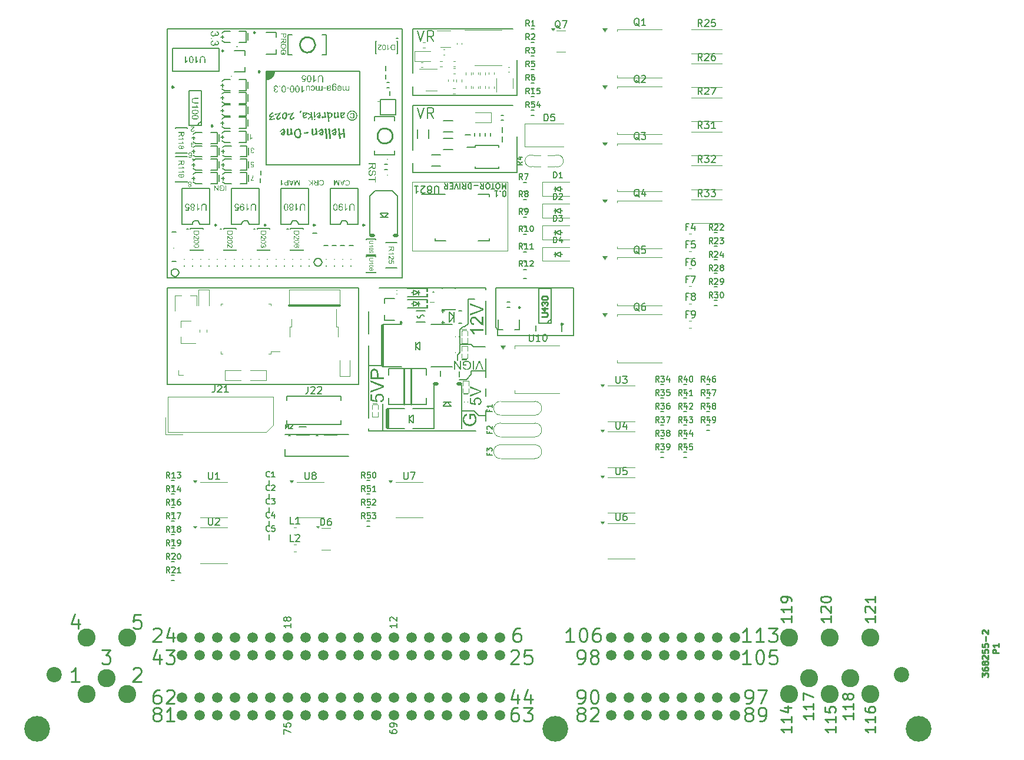
<source format=gto>
G75*
G70*
%OFA0B0*%
%FSLAX25Y25*%
%IPPOS*%
%LPD*%
%AMOC8*
5,1,8,0,0,1.08239X$1,22.5*
%
%ADD10C,0.14567*%
%ADD11C,0.08661*%
%ADD116C,0.01000*%
%ADD117C,0.01181*%
%ADD12C,0.10236*%
%ADD13C,0.05906*%
%ADD201C,0.00300*%
%ADD72C,0.00984*%
%ADD73C,0.00787*%
%ADD74C,0.00875*%
%ADD75C,0.00591*%
%ADD76C,0.00669*%
%ADD77C,0.00500*%
%ADD78C,0.00472*%
%ADD79C,0.00800*%
%ADD80C,0.00390*%
%ADD81C,0.00394*%
%ADD84C,0.01968*%
%ADD85C,0.01575*%
X0000000Y0000000D02*
%LPD*%
G01*
D72*
X0377329Y0070956D02*
X0372830Y0070956D01*
X0375080Y0070956D02*
X0375080Y0078830D01*
X0375080Y0078830D02*
X0374330Y0077705D01*
X0374330Y0077705D02*
X0373580Y0076955D01*
X0373580Y0076955D02*
X0372830Y0076580D01*
X0382204Y0078830D02*
X0382954Y0078830D01*
X0382954Y0078830D02*
X0383704Y0078455D01*
X0383704Y0078455D02*
X0384079Y0078080D01*
X0384079Y0078080D02*
X0384454Y0077330D01*
X0384454Y0077330D02*
X0384828Y0075830D01*
X0384828Y0075830D02*
X0384828Y0073955D01*
X0384828Y0073955D02*
X0384454Y0072456D01*
X0384454Y0072456D02*
X0384079Y0071706D01*
X0384079Y0071706D02*
X0383704Y0071331D01*
X0383704Y0071331D02*
X0382954Y0070956D01*
X0382954Y0070956D02*
X0382204Y0070956D01*
X0382204Y0070956D02*
X0381454Y0071331D01*
X0381454Y0071331D02*
X0381079Y0071706D01*
X0381079Y0071706D02*
X0380704Y0072456D01*
X0380704Y0072456D02*
X0380329Y0073955D01*
X0380329Y0073955D02*
X0380329Y0075830D01*
X0380329Y0075830D02*
X0380704Y0077330D01*
X0380704Y0077330D02*
X0381079Y0078080D01*
X0381079Y0078080D02*
X0381454Y0078455D01*
X0381454Y0078455D02*
X0382204Y0078830D01*
X0391578Y0078830D02*
X0390078Y0078830D01*
X0390078Y0078830D02*
X0389328Y0078455D01*
X0389328Y0078455D02*
X0388953Y0078080D01*
X0388953Y0078080D02*
X0388203Y0076955D01*
X0388203Y0076955D02*
X0387828Y0075455D01*
X0387828Y0075455D02*
X0387828Y0072456D01*
X0387828Y0072456D02*
X0388203Y0071706D01*
X0388203Y0071706D02*
X0388578Y0071331D01*
X0388578Y0071331D02*
X0389328Y0070956D01*
X0389328Y0070956D02*
X0390828Y0070956D01*
X0390828Y0070956D02*
X0391578Y0071331D01*
X0391578Y0071331D02*
X0391953Y0071706D01*
X0391953Y0071706D02*
X0392328Y0072456D01*
X0392328Y0072456D02*
X0392328Y0074330D01*
X0392328Y0074330D02*
X0391953Y0075080D01*
X0391953Y0075080D02*
X0391578Y0075455D01*
X0391578Y0075455D02*
X0390828Y0075830D01*
X0390828Y0075830D02*
X0389328Y0075830D01*
X0389328Y0075830D02*
X0388578Y0075455D01*
X0388578Y0075455D02*
X0388203Y0075080D01*
X0388203Y0075080D02*
X0387828Y0074330D01*
X0096579Y0083705D02*
X0096579Y0078456D01*
X0094704Y0086705D02*
X0092829Y0081080D01*
X0092829Y0081080D02*
X0097703Y0081080D01*
X0131954Y0086330D02*
X0128204Y0086330D01*
X0128204Y0086330D02*
X0127829Y0082580D01*
X0127829Y0082580D02*
X0128204Y0082955D01*
X0128204Y0082955D02*
X0128954Y0083330D01*
X0128954Y0083330D02*
X0130829Y0083330D01*
X0130829Y0083330D02*
X0131579Y0082955D01*
X0131579Y0082955D02*
X0131954Y0082580D01*
X0131954Y0082580D02*
X0132328Y0081830D01*
X0132328Y0081830D02*
X0132328Y0079956D01*
X0132328Y0079956D02*
X0131954Y0079206D01*
X0131954Y0079206D02*
X0131579Y0078831D01*
X0131579Y0078831D02*
X0130829Y0078456D01*
X0130829Y0078456D02*
X0128954Y0078456D01*
X0128954Y0078456D02*
X0128204Y0078831D01*
X0128204Y0078831D02*
X0127829Y0079206D01*
X0127829Y0055580D02*
X0128204Y0055955D01*
X0128204Y0055955D02*
X0128954Y0056330D01*
X0128954Y0056330D02*
X0130829Y0056330D01*
X0130829Y0056330D02*
X0131579Y0055955D01*
X0131579Y0055955D02*
X0131954Y0055580D01*
X0131954Y0055580D02*
X0132328Y0054830D01*
X0132328Y0054830D02*
X0132328Y0054080D01*
X0132328Y0054080D02*
X0131954Y0052955D01*
X0131954Y0052955D02*
X0127454Y0048456D01*
X0127454Y0048456D02*
X0132328Y0048456D01*
X0512760Y0030610D02*
X0512760Y0027236D01*
X0512760Y0028923D02*
X0506854Y0028923D01*
X0506854Y0028923D02*
X0507698Y0028361D01*
X0507698Y0028361D02*
X0508260Y0027798D01*
X0508260Y0027798D02*
X0508541Y0027236D01*
X0512760Y0036235D02*
X0512760Y0032860D01*
X0512760Y0034547D02*
X0506854Y0034547D01*
X0506854Y0034547D02*
X0507698Y0033985D01*
X0507698Y0033985D02*
X0508260Y0033422D01*
X0508260Y0033422D02*
X0508541Y0032860D01*
X0506854Y0038203D02*
X0506854Y0042140D01*
X0506854Y0042140D02*
X0512760Y0039609D01*
X0547760Y0085610D02*
X0547760Y0082236D01*
X0547760Y0083923D02*
X0541854Y0083923D01*
X0541854Y0083923D02*
X0542698Y0083361D01*
X0542698Y0083361D02*
X0543260Y0082798D01*
X0543260Y0082798D02*
X0543541Y0082236D01*
X0542416Y0087860D02*
X0542135Y0088141D01*
X0542135Y0088141D02*
X0541854Y0088704D01*
X0541854Y0088704D02*
X0541854Y0090110D01*
X0541854Y0090110D02*
X0542135Y0090672D01*
X0542135Y0090672D02*
X0542416Y0090953D01*
X0542416Y0090953D02*
X0542979Y0091235D01*
X0542979Y0091235D02*
X0543541Y0091235D01*
X0543541Y0091235D02*
X0544385Y0090953D01*
X0544385Y0090953D02*
X0547760Y0087579D01*
X0547760Y0087579D02*
X0547760Y0091235D01*
X0547760Y0096859D02*
X0547760Y0093484D01*
X0547760Y0095172D02*
X0541854Y0095172D01*
X0541854Y0095172D02*
X0542698Y0094609D01*
X0542698Y0094609D02*
X0543260Y0094047D01*
X0543260Y0094047D02*
X0543541Y0093484D01*
D73*
X0212922Y0018860D02*
X0212922Y0021485D01*
X0212922Y0021485D02*
X0216859Y0019798D01*
X0212922Y0024859D02*
X0212922Y0022985D01*
X0212922Y0022985D02*
X0214797Y0022797D01*
X0214797Y0022797D02*
X0214609Y0022985D01*
X0214609Y0022985D02*
X0214422Y0023360D01*
X0214422Y0023360D02*
X0214422Y0024297D01*
X0214422Y0024297D02*
X0214609Y0024672D01*
X0214609Y0024672D02*
X0214797Y0024859D01*
X0214797Y0024859D02*
X0215172Y0025047D01*
X0215172Y0025047D02*
X0216109Y0025047D01*
X0216109Y0025047D02*
X0216484Y0024859D01*
X0216484Y0024859D02*
X0216672Y0024672D01*
X0216672Y0024672D02*
X0216859Y0024297D01*
X0216859Y0024297D02*
X0216859Y0023360D01*
X0216859Y0023360D02*
X0216672Y0022985D01*
X0216672Y0022985D02*
X0216484Y0022797D01*
X0272922Y0020922D02*
X0272922Y0020172D01*
X0272922Y0020172D02*
X0273110Y0019798D01*
X0273110Y0019798D02*
X0273297Y0019610D01*
X0273297Y0019610D02*
X0273860Y0019235D01*
X0273860Y0019235D02*
X0274609Y0019048D01*
X0274609Y0019048D02*
X0276109Y0019048D01*
X0276109Y0019048D02*
X0276484Y0019235D01*
X0276484Y0019235D02*
X0276672Y0019423D01*
X0276672Y0019423D02*
X0276859Y0019798D01*
X0276859Y0019798D02*
X0276859Y0020547D01*
X0276859Y0020547D02*
X0276672Y0020922D01*
X0276672Y0020922D02*
X0276484Y0021110D01*
X0276484Y0021110D02*
X0276109Y0021297D01*
X0276109Y0021297D02*
X0275172Y0021297D01*
X0275172Y0021297D02*
X0274797Y0021110D01*
X0274797Y0021110D02*
X0274609Y0020922D01*
X0274609Y0020922D02*
X0274422Y0020547D01*
X0274422Y0020547D02*
X0274422Y0019798D01*
X0274422Y0019798D02*
X0274609Y0019423D01*
X0274609Y0019423D02*
X0274797Y0019235D01*
X0274797Y0019235D02*
X0275172Y0019048D01*
X0276859Y0023172D02*
X0276859Y0023922D01*
X0276859Y0023922D02*
X0276672Y0024297D01*
X0276672Y0024297D02*
X0276484Y0024484D01*
X0276484Y0024484D02*
X0275922Y0024859D01*
X0275922Y0024859D02*
X0275172Y0025047D01*
X0275172Y0025047D02*
X0273672Y0025047D01*
X0273672Y0025047D02*
X0273297Y0024859D01*
X0273297Y0024859D02*
X0273110Y0024672D01*
X0273110Y0024672D02*
X0272922Y0024297D01*
X0272922Y0024297D02*
X0272922Y0023547D01*
X0272922Y0023547D02*
X0273110Y0023172D01*
X0273110Y0023172D02*
X0273297Y0022985D01*
X0273297Y0022985D02*
X0273672Y0022797D01*
X0273672Y0022797D02*
X0274609Y0022797D01*
X0274609Y0022797D02*
X0274984Y0022985D01*
X0274984Y0022985D02*
X0275172Y0023172D01*
X0275172Y0023172D02*
X0275359Y0023547D01*
X0275359Y0023547D02*
X0275359Y0024297D01*
X0275359Y0024297D02*
X0275172Y0024672D01*
X0275172Y0024672D02*
X0274984Y0024859D01*
X0274984Y0024859D02*
X0274609Y0025047D01*
D72*
X0341579Y0065580D02*
X0341954Y0065955D01*
X0341954Y0065955D02*
X0342704Y0066330D01*
X0342704Y0066330D02*
X0344579Y0066330D01*
X0344579Y0066330D02*
X0345329Y0065955D01*
X0345329Y0065955D02*
X0345704Y0065580D01*
X0345704Y0065580D02*
X0346079Y0064830D01*
X0346079Y0064830D02*
X0346079Y0064080D01*
X0346079Y0064080D02*
X0345704Y0062955D01*
X0345704Y0062955D02*
X0341205Y0058456D01*
X0341205Y0058456D02*
X0346079Y0058456D01*
X0353203Y0066330D02*
X0349454Y0066330D01*
X0349454Y0066330D02*
X0349079Y0062580D01*
X0349079Y0062580D02*
X0349454Y0062955D01*
X0349454Y0062955D02*
X0350203Y0063330D01*
X0350203Y0063330D02*
X0352078Y0063330D01*
X0352078Y0063330D02*
X0352828Y0062955D01*
X0352828Y0062955D02*
X0353203Y0062580D01*
X0353203Y0062580D02*
X0353578Y0061830D01*
X0353578Y0061830D02*
X0353578Y0059956D01*
X0353578Y0059956D02*
X0353203Y0059206D01*
X0353203Y0059206D02*
X0352828Y0058831D01*
X0352828Y0058831D02*
X0352078Y0058456D01*
X0352078Y0058456D02*
X0350203Y0058456D01*
X0350203Y0058456D02*
X0349454Y0058831D01*
X0349454Y0058831D02*
X0349079Y0059206D01*
X0525260Y0023110D02*
X0525260Y0019736D01*
X0525260Y0021423D02*
X0519354Y0021423D01*
X0519354Y0021423D02*
X0520198Y0020861D01*
X0520198Y0020861D02*
X0520760Y0020298D01*
X0520760Y0020298D02*
X0521041Y0019736D01*
X0525260Y0028735D02*
X0525260Y0025360D01*
X0525260Y0027047D02*
X0519354Y0027047D01*
X0519354Y0027047D02*
X0520198Y0026485D01*
X0520198Y0026485D02*
X0520760Y0025922D01*
X0520760Y0025922D02*
X0521041Y0025360D01*
X0519354Y0034078D02*
X0519354Y0031265D01*
X0519354Y0031265D02*
X0522166Y0030984D01*
X0522166Y0030984D02*
X0521885Y0031265D01*
X0521885Y0031265D02*
X0521604Y0031828D01*
X0521604Y0031828D02*
X0521604Y0033234D01*
X0521604Y0033234D02*
X0521885Y0033796D01*
X0521885Y0033796D02*
X0522166Y0034078D01*
X0522166Y0034078D02*
X0522729Y0034359D01*
X0522729Y0034359D02*
X0524135Y0034359D01*
X0524135Y0034359D02*
X0524697Y0034078D01*
X0524697Y0034078D02*
X0524978Y0033796D01*
X0524978Y0033796D02*
X0525260Y0033234D01*
X0525260Y0033234D02*
X0525260Y0031828D01*
X0525260Y0031828D02*
X0524978Y0031265D01*
X0524978Y0031265D02*
X0524697Y0030984D01*
X0142829Y0063705D02*
X0142829Y0058456D01*
X0140954Y0066705D02*
X0139079Y0061080D01*
X0139079Y0061080D02*
X0143954Y0061080D01*
X0146204Y0066330D02*
X0151078Y0066330D01*
X0151078Y0066330D02*
X0148453Y0063330D01*
X0148453Y0063330D02*
X0149578Y0063330D01*
X0149578Y0063330D02*
X0150328Y0062955D01*
X0150328Y0062955D02*
X0150703Y0062580D01*
X0150703Y0062580D02*
X0151078Y0061830D01*
X0151078Y0061830D02*
X0151078Y0059956D01*
X0151078Y0059956D02*
X0150703Y0059206D01*
X0150703Y0059206D02*
X0150328Y0058831D01*
X0150328Y0058831D02*
X0149578Y0058456D01*
X0149578Y0058456D02*
X0147328Y0058456D01*
X0147328Y0058456D02*
X0146579Y0058831D01*
X0146579Y0058831D02*
X0146204Y0059206D01*
D73*
X0216859Y0081297D02*
X0216859Y0079048D01*
X0216859Y0080172D02*
X0212922Y0080172D01*
X0212922Y0080172D02*
X0213485Y0079798D01*
X0213485Y0079798D02*
X0213860Y0079423D01*
X0213860Y0079423D02*
X0214047Y0079048D01*
X0214609Y0083547D02*
X0214422Y0083172D01*
X0214422Y0083172D02*
X0214234Y0082985D01*
X0214234Y0082985D02*
X0213860Y0082797D01*
X0213860Y0082797D02*
X0213672Y0082797D01*
X0213672Y0082797D02*
X0213297Y0082985D01*
X0213297Y0082985D02*
X0213110Y0083172D01*
X0213110Y0083172D02*
X0212922Y0083547D01*
X0212922Y0083547D02*
X0212922Y0084297D01*
X0212922Y0084297D02*
X0213110Y0084672D01*
X0213110Y0084672D02*
X0213297Y0084859D01*
X0213297Y0084859D02*
X0213672Y0085047D01*
X0213672Y0085047D02*
X0213860Y0085047D01*
X0213860Y0085047D02*
X0214234Y0084859D01*
X0214234Y0084859D02*
X0214422Y0084672D01*
X0214422Y0084672D02*
X0214609Y0084297D01*
X0214609Y0084297D02*
X0214609Y0083547D01*
X0214609Y0083547D02*
X0214797Y0083172D01*
X0214797Y0083172D02*
X0214984Y0082985D01*
X0214984Y0082985D02*
X0215359Y0082797D01*
X0215359Y0082797D02*
X0216109Y0082797D01*
X0216109Y0082797D02*
X0216484Y0082985D01*
X0216484Y0082985D02*
X0216672Y0083172D01*
X0216672Y0083172D02*
X0216859Y0083547D01*
X0216859Y0083547D02*
X0216859Y0084297D01*
X0216859Y0084297D02*
X0216672Y0084672D01*
X0216672Y0084672D02*
X0216484Y0084859D01*
X0216484Y0084859D02*
X0216109Y0085047D01*
X0216109Y0085047D02*
X0215359Y0085047D01*
X0215359Y0085047D02*
X0214984Y0084859D01*
X0214984Y0084859D02*
X0214797Y0084672D01*
X0214797Y0084672D02*
X0214609Y0084297D01*
D72*
X0474829Y0035956D02*
X0476329Y0035956D01*
X0476329Y0035956D02*
X0477079Y0036331D01*
X0477079Y0036331D02*
X0477454Y0036706D01*
X0477454Y0036706D02*
X0478204Y0037831D01*
X0478204Y0037831D02*
X0478579Y0039330D01*
X0478579Y0039330D02*
X0478579Y0042330D01*
X0478579Y0042330D02*
X0478204Y0043080D01*
X0478204Y0043080D02*
X0477829Y0043455D01*
X0477829Y0043455D02*
X0477079Y0043830D01*
X0477079Y0043830D02*
X0475579Y0043830D01*
X0475579Y0043830D02*
X0474829Y0043455D01*
X0474829Y0043455D02*
X0474454Y0043080D01*
X0474454Y0043080D02*
X0474079Y0042330D01*
X0474079Y0042330D02*
X0474079Y0040455D01*
X0474079Y0040455D02*
X0474454Y0039705D01*
X0474454Y0039705D02*
X0474829Y0039330D01*
X0474829Y0039330D02*
X0475579Y0038955D01*
X0475579Y0038955D02*
X0477079Y0038955D01*
X0477079Y0038955D02*
X0477829Y0039330D01*
X0477829Y0039330D02*
X0478204Y0039705D01*
X0478204Y0039705D02*
X0478579Y0040455D01*
X0481204Y0043830D02*
X0486453Y0043830D01*
X0486453Y0043830D02*
X0483078Y0035956D01*
X0139079Y0078080D02*
X0139454Y0078455D01*
X0139454Y0078455D02*
X0140204Y0078830D01*
X0140204Y0078830D02*
X0142079Y0078830D01*
X0142079Y0078830D02*
X0142829Y0078455D01*
X0142829Y0078455D02*
X0143204Y0078080D01*
X0143204Y0078080D02*
X0143579Y0077330D01*
X0143579Y0077330D02*
X0143579Y0076580D01*
X0143579Y0076580D02*
X0143204Y0075455D01*
X0143204Y0075455D02*
X0138705Y0070956D01*
X0138705Y0070956D02*
X0143579Y0070956D01*
X0150328Y0076205D02*
X0150328Y0070956D01*
X0148453Y0079205D02*
X0146579Y0073580D01*
X0146579Y0073580D02*
X0151453Y0073580D01*
X0379829Y0058456D02*
X0381329Y0058456D01*
X0381329Y0058456D02*
X0382079Y0058831D01*
X0382079Y0058831D02*
X0382454Y0059206D01*
X0382454Y0059206D02*
X0383204Y0060331D01*
X0383204Y0060331D02*
X0383579Y0061830D01*
X0383579Y0061830D02*
X0383579Y0064830D01*
X0383579Y0064830D02*
X0383204Y0065580D01*
X0383204Y0065580D02*
X0382829Y0065955D01*
X0382829Y0065955D02*
X0382079Y0066330D01*
X0382079Y0066330D02*
X0380579Y0066330D01*
X0380579Y0066330D02*
X0379829Y0065955D01*
X0379829Y0065955D02*
X0379454Y0065580D01*
X0379454Y0065580D02*
X0379079Y0064830D01*
X0379079Y0064830D02*
X0379079Y0062955D01*
X0379079Y0062955D02*
X0379454Y0062205D01*
X0379454Y0062205D02*
X0379829Y0061830D01*
X0379829Y0061830D02*
X0380579Y0061455D01*
X0380579Y0061455D02*
X0382079Y0061455D01*
X0382079Y0061455D02*
X0382829Y0061830D01*
X0382829Y0061830D02*
X0383204Y0062205D01*
X0383204Y0062205D02*
X0383579Y0062955D01*
X0388078Y0062955D02*
X0387328Y0063330D01*
X0387328Y0063330D02*
X0386954Y0063705D01*
X0386954Y0063705D02*
X0386579Y0064455D01*
X0386579Y0064455D02*
X0386579Y0064830D01*
X0386579Y0064830D02*
X0386954Y0065580D01*
X0386954Y0065580D02*
X0387328Y0065955D01*
X0387328Y0065955D02*
X0388078Y0066330D01*
X0388078Y0066330D02*
X0389578Y0066330D01*
X0389578Y0066330D02*
X0390328Y0065955D01*
X0390328Y0065955D02*
X0390703Y0065580D01*
X0390703Y0065580D02*
X0391078Y0064830D01*
X0391078Y0064830D02*
X0391078Y0064455D01*
X0391078Y0064455D02*
X0390703Y0063705D01*
X0390703Y0063705D02*
X0390328Y0063330D01*
X0390328Y0063330D02*
X0389578Y0062955D01*
X0389578Y0062955D02*
X0388078Y0062955D01*
X0388078Y0062955D02*
X0387328Y0062580D01*
X0387328Y0062580D02*
X0386954Y0062205D01*
X0386954Y0062205D02*
X0386579Y0061455D01*
X0386579Y0061455D02*
X0386579Y0059956D01*
X0386579Y0059956D02*
X0386954Y0059206D01*
X0386954Y0059206D02*
X0387328Y0058831D01*
X0387328Y0058831D02*
X0388078Y0058456D01*
X0388078Y0058456D02*
X0389578Y0058456D01*
X0389578Y0058456D02*
X0390328Y0058831D01*
X0390328Y0058831D02*
X0390703Y0059206D01*
X0390703Y0059206D02*
X0391078Y0059956D01*
X0391078Y0059956D02*
X0391078Y0061455D01*
X0391078Y0061455D02*
X0390703Y0062205D01*
X0390703Y0062205D02*
X0390328Y0062580D01*
X0390328Y0062580D02*
X0389578Y0062955D01*
X0535260Y0030610D02*
X0535260Y0027236D01*
X0535260Y0028923D02*
X0529354Y0028923D01*
X0529354Y0028923D02*
X0530198Y0028361D01*
X0530198Y0028361D02*
X0530760Y0027798D01*
X0530760Y0027798D02*
X0531041Y0027236D01*
X0535260Y0036235D02*
X0535260Y0032860D01*
X0535260Y0034547D02*
X0529354Y0034547D01*
X0529354Y0034547D02*
X0530198Y0033985D01*
X0530198Y0033985D02*
X0530760Y0033422D01*
X0530760Y0033422D02*
X0531041Y0032860D01*
X0531885Y0039609D02*
X0531604Y0039047D01*
X0531604Y0039047D02*
X0531323Y0038765D01*
X0531323Y0038765D02*
X0530760Y0038484D01*
X0530760Y0038484D02*
X0530479Y0038484D01*
X0530479Y0038484D02*
X0529916Y0038765D01*
X0529916Y0038765D02*
X0529635Y0039047D01*
X0529635Y0039047D02*
X0529354Y0039609D01*
X0529354Y0039609D02*
X0529354Y0040734D01*
X0529354Y0040734D02*
X0529635Y0041296D01*
X0529635Y0041296D02*
X0529916Y0041578D01*
X0529916Y0041578D02*
X0530479Y0041859D01*
X0530479Y0041859D02*
X0530760Y0041859D01*
X0530760Y0041859D02*
X0531323Y0041578D01*
X0531323Y0041578D02*
X0531604Y0041296D01*
X0531604Y0041296D02*
X0531885Y0040734D01*
X0531885Y0040734D02*
X0531885Y0039609D01*
X0531885Y0039609D02*
X0532166Y0039047D01*
X0532166Y0039047D02*
X0532447Y0038765D01*
X0532447Y0038765D02*
X0533010Y0038484D01*
X0533010Y0038484D02*
X0534135Y0038484D01*
X0534135Y0038484D02*
X0534697Y0038765D01*
X0534697Y0038765D02*
X0534978Y0039047D01*
X0534978Y0039047D02*
X0535260Y0039609D01*
X0535260Y0039609D02*
X0535260Y0040734D01*
X0535260Y0040734D02*
X0534978Y0041296D01*
X0534978Y0041296D02*
X0534697Y0041578D01*
X0534697Y0041578D02*
X0534135Y0041859D01*
X0534135Y0041859D02*
X0533010Y0041859D01*
X0533010Y0041859D02*
X0532447Y0041578D01*
X0532447Y0041578D02*
X0532166Y0041296D01*
X0532166Y0041296D02*
X0531885Y0040734D01*
X0097328Y0048456D02*
X0092829Y0048456D01*
X0095079Y0048456D02*
X0095079Y0056330D01*
X0095079Y0056330D02*
X0094329Y0055205D01*
X0094329Y0055205D02*
X0093579Y0054455D01*
X0093579Y0054455D02*
X0092829Y0054080D01*
X0140579Y0030455D02*
X0139829Y0030830D01*
X0139829Y0030830D02*
X0139454Y0031205D01*
X0139454Y0031205D02*
X0139079Y0031955D01*
X0139079Y0031955D02*
X0139079Y0032330D01*
X0139079Y0032330D02*
X0139454Y0033080D01*
X0139454Y0033080D02*
X0139829Y0033455D01*
X0139829Y0033455D02*
X0140579Y0033830D01*
X0140579Y0033830D02*
X0142079Y0033830D01*
X0142079Y0033830D02*
X0142829Y0033455D01*
X0142829Y0033455D02*
X0143204Y0033080D01*
X0143204Y0033080D02*
X0143579Y0032330D01*
X0143579Y0032330D02*
X0143579Y0031955D01*
X0143579Y0031955D02*
X0143204Y0031205D01*
X0143204Y0031205D02*
X0142829Y0030830D01*
X0142829Y0030830D02*
X0142079Y0030455D01*
X0142079Y0030455D02*
X0140579Y0030455D01*
X0140579Y0030455D02*
X0139829Y0030080D01*
X0139829Y0030080D02*
X0139454Y0029705D01*
X0139454Y0029705D02*
X0139079Y0028955D01*
X0139079Y0028955D02*
X0139079Y0027456D01*
X0139079Y0027456D02*
X0139454Y0026706D01*
X0139454Y0026706D02*
X0139829Y0026331D01*
X0139829Y0026331D02*
X0140579Y0025956D01*
X0140579Y0025956D02*
X0142079Y0025956D01*
X0142079Y0025956D02*
X0142829Y0026331D01*
X0142829Y0026331D02*
X0143204Y0026706D01*
X0143204Y0026706D02*
X0143579Y0027456D01*
X0143579Y0027456D02*
X0143579Y0028955D01*
X0143579Y0028955D02*
X0143204Y0029705D01*
X0143204Y0029705D02*
X0142829Y0030080D01*
X0142829Y0030080D02*
X0142079Y0030455D01*
X0151078Y0025956D02*
X0146579Y0025956D01*
X0148828Y0025956D02*
X0148828Y0033830D01*
X0148828Y0033830D02*
X0148078Y0032705D01*
X0148078Y0032705D02*
X0147328Y0031955D01*
X0147328Y0031955D02*
X0146579Y0031580D01*
X0500260Y0085610D02*
X0500260Y0082236D01*
X0500260Y0083923D02*
X0494354Y0083923D01*
X0494354Y0083923D02*
X0495198Y0083361D01*
X0495198Y0083361D02*
X0495760Y0082798D01*
X0495760Y0082798D02*
X0496041Y0082236D01*
X0500260Y0091235D02*
X0500260Y0087860D01*
X0500260Y0089547D02*
X0494354Y0089547D01*
X0494354Y0089547D02*
X0495198Y0088985D01*
X0495198Y0088985D02*
X0495760Y0088422D01*
X0495760Y0088422D02*
X0496041Y0087860D01*
X0500260Y0094047D02*
X0500260Y0095172D01*
X0500260Y0095172D02*
X0499978Y0095734D01*
X0499978Y0095734D02*
X0499697Y0096015D01*
X0499697Y0096015D02*
X0498853Y0096578D01*
X0498853Y0096578D02*
X0497729Y0096859D01*
X0497729Y0096859D02*
X0495479Y0096859D01*
X0495479Y0096859D02*
X0494916Y0096578D01*
X0494916Y0096578D02*
X0494635Y0096296D01*
X0494635Y0096296D02*
X0494354Y0095734D01*
X0494354Y0095734D02*
X0494354Y0094609D01*
X0494354Y0094609D02*
X0494635Y0094047D01*
X0494635Y0094047D02*
X0494916Y0093765D01*
X0494916Y0093765D02*
X0495479Y0093484D01*
X0495479Y0093484D02*
X0496885Y0093484D01*
X0496885Y0093484D02*
X0497447Y0093765D01*
X0497447Y0093765D02*
X0497729Y0094047D01*
X0497729Y0094047D02*
X0498010Y0094609D01*
X0498010Y0094609D02*
X0498010Y0095734D01*
X0498010Y0095734D02*
X0497729Y0096296D01*
X0497729Y0096296D02*
X0497447Y0096578D01*
X0497447Y0096578D02*
X0496885Y0096859D01*
X0345329Y0041205D02*
X0345329Y0035956D01*
X0343454Y0044205D02*
X0341579Y0038580D01*
X0341579Y0038580D02*
X0346454Y0038580D01*
X0352828Y0041205D02*
X0352828Y0035956D01*
X0350953Y0044205D02*
X0349079Y0038580D01*
X0349079Y0038580D02*
X0353953Y0038580D01*
X0380579Y0030455D02*
X0379829Y0030830D01*
X0379829Y0030830D02*
X0379454Y0031205D01*
X0379454Y0031205D02*
X0379079Y0031955D01*
X0379079Y0031955D02*
X0379079Y0032330D01*
X0379079Y0032330D02*
X0379454Y0033080D01*
X0379454Y0033080D02*
X0379829Y0033455D01*
X0379829Y0033455D02*
X0380579Y0033830D01*
X0380579Y0033830D02*
X0382079Y0033830D01*
X0382079Y0033830D02*
X0382829Y0033455D01*
X0382829Y0033455D02*
X0383204Y0033080D01*
X0383204Y0033080D02*
X0383579Y0032330D01*
X0383579Y0032330D02*
X0383579Y0031955D01*
X0383579Y0031955D02*
X0383204Y0031205D01*
X0383204Y0031205D02*
X0382829Y0030830D01*
X0382829Y0030830D02*
X0382079Y0030455D01*
X0382079Y0030455D02*
X0380579Y0030455D01*
X0380579Y0030455D02*
X0379829Y0030080D01*
X0379829Y0030080D02*
X0379454Y0029705D01*
X0379454Y0029705D02*
X0379079Y0028955D01*
X0379079Y0028955D02*
X0379079Y0027456D01*
X0379079Y0027456D02*
X0379454Y0026706D01*
X0379454Y0026706D02*
X0379829Y0026331D01*
X0379829Y0026331D02*
X0380579Y0025956D01*
X0380579Y0025956D02*
X0382079Y0025956D01*
X0382079Y0025956D02*
X0382829Y0026331D01*
X0382829Y0026331D02*
X0383204Y0026706D01*
X0383204Y0026706D02*
X0383579Y0027456D01*
X0383579Y0027456D02*
X0383579Y0028955D01*
X0383579Y0028955D02*
X0383204Y0029705D01*
X0383204Y0029705D02*
X0382829Y0030080D01*
X0382829Y0030080D02*
X0382079Y0030455D01*
X0386579Y0033080D02*
X0386954Y0033455D01*
X0386954Y0033455D02*
X0387703Y0033830D01*
X0387703Y0033830D02*
X0389578Y0033830D01*
X0389578Y0033830D02*
X0390328Y0033455D01*
X0390328Y0033455D02*
X0390703Y0033080D01*
X0390703Y0033080D02*
X0391078Y0032330D01*
X0391078Y0032330D02*
X0391078Y0031580D01*
X0391078Y0031580D02*
X0390703Y0030455D01*
X0390703Y0030455D02*
X0386204Y0025956D01*
X0386204Y0025956D02*
X0391078Y0025956D01*
X0109954Y0066330D02*
X0114828Y0066330D01*
X0114828Y0066330D02*
X0112204Y0063330D01*
X0112204Y0063330D02*
X0113329Y0063330D01*
X0113329Y0063330D02*
X0114079Y0062955D01*
X0114079Y0062955D02*
X0114454Y0062580D01*
X0114454Y0062580D02*
X0114828Y0061830D01*
X0114828Y0061830D02*
X0114828Y0059956D01*
X0114828Y0059956D02*
X0114454Y0059206D01*
X0114454Y0059206D02*
X0114079Y0058831D01*
X0114079Y0058831D02*
X0113329Y0058456D01*
X0113329Y0058456D02*
X0111079Y0058456D01*
X0111079Y0058456D02*
X0110329Y0058831D01*
X0110329Y0058831D02*
X0109954Y0059206D01*
X0475579Y0030455D02*
X0474829Y0030830D01*
X0474829Y0030830D02*
X0474454Y0031205D01*
X0474454Y0031205D02*
X0474079Y0031955D01*
X0474079Y0031955D02*
X0474079Y0032330D01*
X0474079Y0032330D02*
X0474454Y0033080D01*
X0474454Y0033080D02*
X0474829Y0033455D01*
X0474829Y0033455D02*
X0475579Y0033830D01*
X0475579Y0033830D02*
X0477079Y0033830D01*
X0477079Y0033830D02*
X0477829Y0033455D01*
X0477829Y0033455D02*
X0478204Y0033080D01*
X0478204Y0033080D02*
X0478579Y0032330D01*
X0478579Y0032330D02*
X0478579Y0031955D01*
X0478579Y0031955D02*
X0478204Y0031205D01*
X0478204Y0031205D02*
X0477829Y0030830D01*
X0477829Y0030830D02*
X0477079Y0030455D01*
X0477079Y0030455D02*
X0475579Y0030455D01*
X0475579Y0030455D02*
X0474829Y0030080D01*
X0474829Y0030080D02*
X0474454Y0029705D01*
X0474454Y0029705D02*
X0474079Y0028955D01*
X0474079Y0028955D02*
X0474079Y0027456D01*
X0474079Y0027456D02*
X0474454Y0026706D01*
X0474454Y0026706D02*
X0474829Y0026331D01*
X0474829Y0026331D02*
X0475579Y0025956D01*
X0475579Y0025956D02*
X0477079Y0025956D01*
X0477079Y0025956D02*
X0477829Y0026331D01*
X0477829Y0026331D02*
X0478204Y0026706D01*
X0478204Y0026706D02*
X0478579Y0027456D01*
X0478579Y0027456D02*
X0478579Y0028955D01*
X0478579Y0028955D02*
X0478204Y0029705D01*
X0478204Y0029705D02*
X0477829Y0030080D01*
X0477829Y0030080D02*
X0477079Y0030455D01*
X0482328Y0025956D02*
X0483828Y0025956D01*
X0483828Y0025956D02*
X0484578Y0026331D01*
X0484578Y0026331D02*
X0484953Y0026706D01*
X0484953Y0026706D02*
X0485703Y0027831D01*
X0485703Y0027831D02*
X0486078Y0029330D01*
X0486078Y0029330D02*
X0486078Y0032330D01*
X0486078Y0032330D02*
X0485703Y0033080D01*
X0485703Y0033080D02*
X0485328Y0033455D01*
X0485328Y0033455D02*
X0484578Y0033830D01*
X0484578Y0033830D02*
X0483078Y0033830D01*
X0483078Y0033830D02*
X0482328Y0033455D01*
X0482328Y0033455D02*
X0481954Y0033080D01*
X0481954Y0033080D02*
X0481579Y0032330D01*
X0481579Y0032330D02*
X0481579Y0030455D01*
X0481579Y0030455D02*
X0481954Y0029705D01*
X0481954Y0029705D02*
X0482328Y0029330D01*
X0482328Y0029330D02*
X0483078Y0028955D01*
X0483078Y0028955D02*
X0484578Y0028955D01*
X0484578Y0028955D02*
X0485328Y0029330D01*
X0485328Y0029330D02*
X0485703Y0029705D01*
X0485703Y0029705D02*
X0486078Y0030455D01*
X0345329Y0033830D02*
X0343829Y0033830D01*
X0343829Y0033830D02*
X0343079Y0033455D01*
X0343079Y0033455D02*
X0342704Y0033080D01*
X0342704Y0033080D02*
X0341954Y0031955D01*
X0341954Y0031955D02*
X0341579Y0030455D01*
X0341579Y0030455D02*
X0341579Y0027456D01*
X0341579Y0027456D02*
X0341954Y0026706D01*
X0341954Y0026706D02*
X0342329Y0026331D01*
X0342329Y0026331D02*
X0343079Y0025956D01*
X0343079Y0025956D02*
X0344579Y0025956D01*
X0344579Y0025956D02*
X0345329Y0026331D01*
X0345329Y0026331D02*
X0345704Y0026706D01*
X0345704Y0026706D02*
X0346079Y0027456D01*
X0346079Y0027456D02*
X0346079Y0029330D01*
X0346079Y0029330D02*
X0345704Y0030080D01*
X0345704Y0030080D02*
X0345329Y0030455D01*
X0345329Y0030455D02*
X0344579Y0030830D01*
X0344579Y0030830D02*
X0343079Y0030830D01*
X0343079Y0030830D02*
X0342329Y0030455D01*
X0342329Y0030455D02*
X0341954Y0030080D01*
X0341954Y0030080D02*
X0341579Y0029330D01*
X0348704Y0033830D02*
X0353578Y0033830D01*
X0353578Y0033830D02*
X0350953Y0030830D01*
X0350953Y0030830D02*
X0352078Y0030830D01*
X0352078Y0030830D02*
X0352828Y0030455D01*
X0352828Y0030455D02*
X0353203Y0030080D01*
X0353203Y0030080D02*
X0353578Y0029330D01*
X0353578Y0029330D02*
X0353578Y0027456D01*
X0353578Y0027456D02*
X0353203Y0026706D01*
X0353203Y0026706D02*
X0352828Y0026331D01*
X0352828Y0026331D02*
X0352078Y0025956D01*
X0352078Y0025956D02*
X0349828Y0025956D01*
X0349828Y0025956D02*
X0349079Y0026331D01*
X0349079Y0026331D02*
X0348704Y0026706D01*
X0500260Y0023110D02*
X0500260Y0019736D01*
X0500260Y0021423D02*
X0494354Y0021423D01*
X0494354Y0021423D02*
X0495198Y0020861D01*
X0495198Y0020861D02*
X0495760Y0020298D01*
X0495760Y0020298D02*
X0496041Y0019736D01*
X0500260Y0028735D02*
X0500260Y0025360D01*
X0500260Y0027047D02*
X0494354Y0027047D01*
X0494354Y0027047D02*
X0495198Y0026485D01*
X0495198Y0026485D02*
X0495760Y0025922D01*
X0495760Y0025922D02*
X0496041Y0025360D01*
X0496323Y0033796D02*
X0500260Y0033796D01*
X0494073Y0032390D02*
X0498291Y0030984D01*
X0498291Y0030984D02*
X0498291Y0034640D01*
X0522760Y0085610D02*
X0522760Y0082236D01*
X0522760Y0083923D02*
X0516854Y0083923D01*
X0516854Y0083923D02*
X0517698Y0083361D01*
X0517698Y0083361D02*
X0518260Y0082798D01*
X0518260Y0082798D02*
X0518541Y0082236D01*
X0517416Y0087860D02*
X0517135Y0088141D01*
X0517135Y0088141D02*
X0516854Y0088704D01*
X0516854Y0088704D02*
X0516854Y0090110D01*
X0516854Y0090110D02*
X0517135Y0090672D01*
X0517135Y0090672D02*
X0517416Y0090953D01*
X0517416Y0090953D02*
X0517979Y0091235D01*
X0517979Y0091235D02*
X0518541Y0091235D01*
X0518541Y0091235D02*
X0519385Y0090953D01*
X0519385Y0090953D02*
X0522760Y0087579D01*
X0522760Y0087579D02*
X0522760Y0091235D01*
X0516854Y0094890D02*
X0516854Y0095453D01*
X0516854Y0095453D02*
X0517135Y0096015D01*
X0517135Y0096015D02*
X0517416Y0096296D01*
X0517416Y0096296D02*
X0517979Y0096578D01*
X0517979Y0096578D02*
X0519104Y0096859D01*
X0519104Y0096859D02*
X0520510Y0096859D01*
X0520510Y0096859D02*
X0521635Y0096578D01*
X0521635Y0096578D02*
X0522197Y0096296D01*
X0522197Y0096296D02*
X0522478Y0096015D01*
X0522478Y0096015D02*
X0522760Y0095453D01*
X0522760Y0095453D02*
X0522760Y0094890D01*
X0522760Y0094890D02*
X0522478Y0094328D01*
X0522478Y0094328D02*
X0522197Y0094047D01*
X0522197Y0094047D02*
X0521635Y0093765D01*
X0521635Y0093765D02*
X0520510Y0093484D01*
X0520510Y0093484D02*
X0519104Y0093484D01*
X0519104Y0093484D02*
X0517979Y0093765D01*
X0517979Y0093765D02*
X0517416Y0094047D01*
X0517416Y0094047D02*
X0517135Y0094328D01*
X0517135Y0094328D02*
X0516854Y0094890D01*
X0346579Y0078830D02*
X0345079Y0078830D01*
X0345079Y0078830D02*
X0344329Y0078455D01*
X0344329Y0078455D02*
X0343954Y0078080D01*
X0343954Y0078080D02*
X0343204Y0076955D01*
X0343204Y0076955D02*
X0342829Y0075455D01*
X0342829Y0075455D02*
X0342829Y0072456D01*
X0342829Y0072456D02*
X0343204Y0071706D01*
X0343204Y0071706D02*
X0343579Y0071331D01*
X0343579Y0071331D02*
X0344329Y0070956D01*
X0344329Y0070956D02*
X0345829Y0070956D01*
X0345829Y0070956D02*
X0346579Y0071331D01*
X0346579Y0071331D02*
X0346954Y0071706D01*
X0346954Y0071706D02*
X0347328Y0072456D01*
X0347328Y0072456D02*
X0347328Y0074330D01*
X0347328Y0074330D02*
X0346954Y0075080D01*
X0346954Y0075080D02*
X0346579Y0075455D01*
X0346579Y0075455D02*
X0345829Y0075830D01*
X0345829Y0075830D02*
X0344329Y0075830D01*
X0344329Y0075830D02*
X0343579Y0075455D01*
X0343579Y0075455D02*
X0343204Y0075080D01*
X0343204Y0075080D02*
X0342829Y0074330D01*
X0379829Y0035956D02*
X0381329Y0035956D01*
X0381329Y0035956D02*
X0382079Y0036331D01*
X0382079Y0036331D02*
X0382454Y0036706D01*
X0382454Y0036706D02*
X0383204Y0037831D01*
X0383204Y0037831D02*
X0383579Y0039330D01*
X0383579Y0039330D02*
X0383579Y0042330D01*
X0383579Y0042330D02*
X0383204Y0043080D01*
X0383204Y0043080D02*
X0382829Y0043455D01*
X0382829Y0043455D02*
X0382079Y0043830D01*
X0382079Y0043830D02*
X0380579Y0043830D01*
X0380579Y0043830D02*
X0379829Y0043455D01*
X0379829Y0043455D02*
X0379454Y0043080D01*
X0379454Y0043080D02*
X0379079Y0042330D01*
X0379079Y0042330D02*
X0379079Y0040455D01*
X0379079Y0040455D02*
X0379454Y0039705D01*
X0379454Y0039705D02*
X0379829Y0039330D01*
X0379829Y0039330D02*
X0380579Y0038955D01*
X0380579Y0038955D02*
X0382079Y0038955D01*
X0382079Y0038955D02*
X0382829Y0039330D01*
X0382829Y0039330D02*
X0383204Y0039705D01*
X0383204Y0039705D02*
X0383579Y0040455D01*
X0388453Y0043830D02*
X0389203Y0043830D01*
X0389203Y0043830D02*
X0389953Y0043455D01*
X0389953Y0043455D02*
X0390328Y0043080D01*
X0390328Y0043080D02*
X0390703Y0042330D01*
X0390703Y0042330D02*
X0391078Y0040830D01*
X0391078Y0040830D02*
X0391078Y0038955D01*
X0391078Y0038955D02*
X0390703Y0037456D01*
X0390703Y0037456D02*
X0390328Y0036706D01*
X0390328Y0036706D02*
X0389953Y0036331D01*
X0389953Y0036331D02*
X0389203Y0035956D01*
X0389203Y0035956D02*
X0388453Y0035956D01*
X0388453Y0035956D02*
X0387703Y0036331D01*
X0387703Y0036331D02*
X0387328Y0036706D01*
X0387328Y0036706D02*
X0386954Y0037456D01*
X0386954Y0037456D02*
X0386579Y0038955D01*
X0386579Y0038955D02*
X0386579Y0040830D01*
X0386579Y0040830D02*
X0386954Y0042330D01*
X0386954Y0042330D02*
X0387328Y0043080D01*
X0387328Y0043080D02*
X0387703Y0043455D01*
X0387703Y0043455D02*
X0388453Y0043830D01*
X0477329Y0070956D02*
X0472830Y0070956D01*
X0475080Y0070956D02*
X0475080Y0078830D01*
X0475080Y0078830D02*
X0474330Y0077705D01*
X0474330Y0077705D02*
X0473580Y0076955D01*
X0473580Y0076955D02*
X0472830Y0076580D01*
X0484828Y0070956D02*
X0480329Y0070956D01*
X0482579Y0070956D02*
X0482579Y0078830D01*
X0482579Y0078830D02*
X0481829Y0077705D01*
X0481829Y0077705D02*
X0481079Y0076955D01*
X0481079Y0076955D02*
X0480329Y0076580D01*
X0487453Y0078830D02*
X0492328Y0078830D01*
X0492328Y0078830D02*
X0489703Y0075830D01*
X0489703Y0075830D02*
X0490828Y0075830D01*
X0490828Y0075830D02*
X0491578Y0075455D01*
X0491578Y0075455D02*
X0491953Y0075080D01*
X0491953Y0075080D02*
X0492328Y0074330D01*
X0492328Y0074330D02*
X0492328Y0072456D01*
X0492328Y0072456D02*
X0491953Y0071706D01*
X0491953Y0071706D02*
X0491578Y0071331D01*
X0491578Y0071331D02*
X0490828Y0070956D01*
X0490828Y0070956D02*
X0488578Y0070956D01*
X0488578Y0070956D02*
X0487828Y0071331D01*
X0487828Y0071331D02*
X0487453Y0071706D01*
X0142829Y0043830D02*
X0141329Y0043830D01*
X0141329Y0043830D02*
X0140579Y0043455D01*
X0140579Y0043455D02*
X0140204Y0043080D01*
X0140204Y0043080D02*
X0139454Y0041955D01*
X0139454Y0041955D02*
X0139079Y0040455D01*
X0139079Y0040455D02*
X0139079Y0037456D01*
X0139079Y0037456D02*
X0139454Y0036706D01*
X0139454Y0036706D02*
X0139829Y0036331D01*
X0139829Y0036331D02*
X0140579Y0035956D01*
X0140579Y0035956D02*
X0142079Y0035956D01*
X0142079Y0035956D02*
X0142829Y0036331D01*
X0142829Y0036331D02*
X0143204Y0036706D01*
X0143204Y0036706D02*
X0143579Y0037456D01*
X0143579Y0037456D02*
X0143579Y0039330D01*
X0143579Y0039330D02*
X0143204Y0040080D01*
X0143204Y0040080D02*
X0142829Y0040455D01*
X0142829Y0040455D02*
X0142079Y0040830D01*
X0142079Y0040830D02*
X0140579Y0040830D01*
X0140579Y0040830D02*
X0139829Y0040455D01*
X0139829Y0040455D02*
X0139454Y0040080D01*
X0139454Y0040080D02*
X0139079Y0039330D01*
X0146579Y0043080D02*
X0146954Y0043455D01*
X0146954Y0043455D02*
X0147703Y0043830D01*
X0147703Y0043830D02*
X0149578Y0043830D01*
X0149578Y0043830D02*
X0150328Y0043455D01*
X0150328Y0043455D02*
X0150703Y0043080D01*
X0150703Y0043080D02*
X0151078Y0042330D01*
X0151078Y0042330D02*
X0151078Y0041580D01*
X0151078Y0041580D02*
X0150703Y0040455D01*
X0150703Y0040455D02*
X0146204Y0035956D01*
X0146204Y0035956D02*
X0151078Y0035956D01*
X0477329Y0058456D02*
X0472830Y0058456D01*
X0475080Y0058456D02*
X0475080Y0066330D01*
X0475080Y0066330D02*
X0474330Y0065205D01*
X0474330Y0065205D02*
X0473580Y0064455D01*
X0473580Y0064455D02*
X0472830Y0064080D01*
X0482204Y0066330D02*
X0482954Y0066330D01*
X0482954Y0066330D02*
X0483704Y0065955D01*
X0483704Y0065955D02*
X0484079Y0065580D01*
X0484079Y0065580D02*
X0484454Y0064830D01*
X0484454Y0064830D02*
X0484828Y0063330D01*
X0484828Y0063330D02*
X0484828Y0061455D01*
X0484828Y0061455D02*
X0484454Y0059956D01*
X0484454Y0059956D02*
X0484079Y0059206D01*
X0484079Y0059206D02*
X0483704Y0058831D01*
X0483704Y0058831D02*
X0482954Y0058456D01*
X0482954Y0058456D02*
X0482204Y0058456D01*
X0482204Y0058456D02*
X0481454Y0058831D01*
X0481454Y0058831D02*
X0481079Y0059206D01*
X0481079Y0059206D02*
X0480704Y0059956D01*
X0480704Y0059956D02*
X0480329Y0061455D01*
X0480329Y0061455D02*
X0480329Y0063330D01*
X0480329Y0063330D02*
X0480704Y0064830D01*
X0480704Y0064830D02*
X0481079Y0065580D01*
X0481079Y0065580D02*
X0481454Y0065955D01*
X0481454Y0065955D02*
X0482204Y0066330D01*
X0491953Y0066330D02*
X0488203Y0066330D01*
X0488203Y0066330D02*
X0487828Y0062580D01*
X0487828Y0062580D02*
X0488203Y0062955D01*
X0488203Y0062955D02*
X0488953Y0063330D01*
X0488953Y0063330D02*
X0490828Y0063330D01*
X0490828Y0063330D02*
X0491578Y0062955D01*
X0491578Y0062955D02*
X0491953Y0062580D01*
X0491953Y0062580D02*
X0492328Y0061830D01*
X0492328Y0061830D02*
X0492328Y0059956D01*
X0492328Y0059956D02*
X0491953Y0059206D01*
X0491953Y0059206D02*
X0491578Y0058831D01*
X0491578Y0058831D02*
X0490828Y0058456D01*
X0490828Y0058456D02*
X0488953Y0058456D01*
X0488953Y0058456D02*
X0488203Y0058831D01*
X0488203Y0058831D02*
X0487828Y0059206D01*
X0547760Y0023110D02*
X0547760Y0019736D01*
X0547760Y0021423D02*
X0541854Y0021423D01*
X0541854Y0021423D02*
X0542698Y0020861D01*
X0542698Y0020861D02*
X0543260Y0020298D01*
X0543260Y0020298D02*
X0543541Y0019736D01*
X0547760Y0028735D02*
X0547760Y0025360D01*
X0547760Y0027047D02*
X0541854Y0027047D01*
X0541854Y0027047D02*
X0542698Y0026485D01*
X0542698Y0026485D02*
X0543260Y0025922D01*
X0543260Y0025922D02*
X0543541Y0025360D01*
X0541854Y0033796D02*
X0541854Y0032672D01*
X0541854Y0032672D02*
X0542135Y0032109D01*
X0542135Y0032109D02*
X0542416Y0031828D01*
X0542416Y0031828D02*
X0543260Y0031265D01*
X0543260Y0031265D02*
X0544385Y0030984D01*
X0544385Y0030984D02*
X0546635Y0030984D01*
X0546635Y0030984D02*
X0547197Y0031265D01*
X0547197Y0031265D02*
X0547478Y0031547D01*
X0547478Y0031547D02*
X0547760Y0032109D01*
X0547760Y0032109D02*
X0547760Y0033234D01*
X0547760Y0033234D02*
X0547478Y0033796D01*
X0547478Y0033796D02*
X0547197Y0034078D01*
X0547197Y0034078D02*
X0546635Y0034359D01*
X0546635Y0034359D02*
X0545229Y0034359D01*
X0545229Y0034359D02*
X0544666Y0034078D01*
X0544666Y0034078D02*
X0544385Y0033796D01*
X0544385Y0033796D02*
X0544104Y0033234D01*
X0544104Y0033234D02*
X0544104Y0032109D01*
X0544104Y0032109D02*
X0544385Y0031547D01*
X0544385Y0031547D02*
X0544666Y0031265D01*
X0544666Y0031265D02*
X0545229Y0030984D01*
D73*
X0276859Y0081297D02*
X0276859Y0079048D01*
X0276859Y0080172D02*
X0272922Y0080172D01*
X0272922Y0080172D02*
X0273485Y0079798D01*
X0273485Y0079798D02*
X0273860Y0079423D01*
X0273860Y0079423D02*
X0274047Y0079048D01*
X0273297Y0082797D02*
X0273110Y0082985D01*
X0273110Y0082985D02*
X0272922Y0083360D01*
X0272922Y0083360D02*
X0272922Y0084297D01*
X0272922Y0084297D02*
X0273110Y0084672D01*
X0273110Y0084672D02*
X0273297Y0084859D01*
X0273297Y0084859D02*
X0273672Y0085047D01*
X0273672Y0085047D02*
X0274047Y0085047D01*
X0274047Y0085047D02*
X0274609Y0084859D01*
X0274609Y0084859D02*
X0276859Y0082610D01*
X0276859Y0082610D02*
X0276859Y0085047D01*
D74*
X0617715Y0064740D02*
X0614215Y0064740D01*
X0614215Y0064740D02*
X0614215Y0066073D01*
X0614215Y0066073D02*
X0614382Y0066406D01*
X0614382Y0066406D02*
X0614549Y0066573D01*
X0614549Y0066573D02*
X0614882Y0066740D01*
X0614882Y0066740D02*
X0615382Y0066740D01*
X0615382Y0066740D02*
X0615715Y0066573D01*
X0615715Y0066573D02*
X0615882Y0066406D01*
X0615882Y0066406D02*
X0616049Y0066073D01*
X0616049Y0066073D02*
X0616049Y0064740D01*
X0617715Y0070073D02*
X0617715Y0068073D01*
X0617715Y0069073D02*
X0614215Y0069073D01*
X0614215Y0069073D02*
X0614715Y0068740D01*
X0614715Y0068740D02*
X0615049Y0068406D01*
X0615049Y0068406D02*
X0615215Y0068073D01*
X0608310Y0051135D02*
X0608310Y0053302D01*
X0608310Y0053302D02*
X0609643Y0052135D01*
X0609643Y0052135D02*
X0609643Y0052635D01*
X0609643Y0052635D02*
X0609810Y0052969D01*
X0609810Y0052969D02*
X0609977Y0053135D01*
X0609977Y0053135D02*
X0610310Y0053302D01*
X0610310Y0053302D02*
X0611143Y0053302D01*
X0611143Y0053302D02*
X0611477Y0053135D01*
X0611477Y0053135D02*
X0611643Y0052969D01*
X0611643Y0052969D02*
X0611810Y0052635D01*
X0611810Y0052635D02*
X0611810Y0051635D01*
X0611810Y0051635D02*
X0611643Y0051302D01*
X0611643Y0051302D02*
X0611477Y0051135D01*
X0608310Y0056302D02*
X0608310Y0055635D01*
X0608310Y0055635D02*
X0608477Y0055302D01*
X0608477Y0055302D02*
X0608643Y0055135D01*
X0608643Y0055135D02*
X0609143Y0054802D01*
X0609143Y0054802D02*
X0609810Y0054635D01*
X0609810Y0054635D02*
X0611143Y0054635D01*
X0611143Y0054635D02*
X0611477Y0054802D01*
X0611477Y0054802D02*
X0611643Y0054969D01*
X0611643Y0054969D02*
X0611810Y0055302D01*
X0611810Y0055302D02*
X0611810Y0055969D01*
X0611810Y0055969D02*
X0611643Y0056302D01*
X0611643Y0056302D02*
X0611477Y0056469D01*
X0611477Y0056469D02*
X0611143Y0056635D01*
X0611143Y0056635D02*
X0610310Y0056635D01*
X0610310Y0056635D02*
X0609977Y0056469D01*
X0609977Y0056469D02*
X0609810Y0056302D01*
X0609810Y0056302D02*
X0609643Y0055969D01*
X0609643Y0055969D02*
X0609643Y0055302D01*
X0609643Y0055302D02*
X0609810Y0054969D01*
X0609810Y0054969D02*
X0609977Y0054802D01*
X0609977Y0054802D02*
X0610310Y0054635D01*
X0609810Y0058635D02*
X0609643Y0058302D01*
X0609643Y0058302D02*
X0609477Y0058135D01*
X0609477Y0058135D02*
X0609143Y0057969D01*
X0609143Y0057969D02*
X0608977Y0057969D01*
X0608977Y0057969D02*
X0608643Y0058135D01*
X0608643Y0058135D02*
X0608477Y0058302D01*
X0608477Y0058302D02*
X0608310Y0058635D01*
X0608310Y0058635D02*
X0608310Y0059302D01*
X0608310Y0059302D02*
X0608477Y0059635D01*
X0608477Y0059635D02*
X0608643Y0059802D01*
X0608643Y0059802D02*
X0608977Y0059969D01*
X0608977Y0059969D02*
X0609143Y0059969D01*
X0609143Y0059969D02*
X0609477Y0059802D01*
X0609477Y0059802D02*
X0609643Y0059635D01*
X0609643Y0059635D02*
X0609810Y0059302D01*
X0609810Y0059302D02*
X0609810Y0058635D01*
X0609810Y0058635D02*
X0609977Y0058302D01*
X0609977Y0058302D02*
X0610143Y0058135D01*
X0610143Y0058135D02*
X0610477Y0057969D01*
X0610477Y0057969D02*
X0611143Y0057969D01*
X0611143Y0057969D02*
X0611477Y0058135D01*
X0611477Y0058135D02*
X0611643Y0058302D01*
X0611643Y0058302D02*
X0611810Y0058635D01*
X0611810Y0058635D02*
X0611810Y0059302D01*
X0611810Y0059302D02*
X0611643Y0059635D01*
X0611643Y0059635D02*
X0611477Y0059802D01*
X0611477Y0059802D02*
X0611143Y0059969D01*
X0611143Y0059969D02*
X0610477Y0059969D01*
X0610477Y0059969D02*
X0610143Y0059802D01*
X0610143Y0059802D02*
X0609977Y0059635D01*
X0609977Y0059635D02*
X0609810Y0059302D01*
X0608643Y0061302D02*
X0608477Y0061469D01*
X0608477Y0061469D02*
X0608310Y0061802D01*
X0608310Y0061802D02*
X0608310Y0062635D01*
X0608310Y0062635D02*
X0608477Y0062969D01*
X0608477Y0062969D02*
X0608643Y0063135D01*
X0608643Y0063135D02*
X0608977Y0063302D01*
X0608977Y0063302D02*
X0609310Y0063302D01*
X0609310Y0063302D02*
X0609810Y0063135D01*
X0609810Y0063135D02*
X0611810Y0061135D01*
X0611810Y0061135D02*
X0611810Y0063302D01*
X0608310Y0066469D02*
X0608310Y0064802D01*
X0608310Y0064802D02*
X0609977Y0064635D01*
X0609977Y0064635D02*
X0609810Y0064802D01*
X0609810Y0064802D02*
X0609643Y0065135D01*
X0609643Y0065135D02*
X0609643Y0065969D01*
X0609643Y0065969D02*
X0609810Y0066302D01*
X0609810Y0066302D02*
X0609977Y0066469D01*
X0609977Y0066469D02*
X0610310Y0066635D01*
X0610310Y0066635D02*
X0611143Y0066635D01*
X0611143Y0066635D02*
X0611477Y0066469D01*
X0611477Y0066469D02*
X0611643Y0066302D01*
X0611643Y0066302D02*
X0611810Y0065969D01*
X0611810Y0065969D02*
X0611810Y0065135D01*
X0611810Y0065135D02*
X0611643Y0064802D01*
X0611643Y0064802D02*
X0611477Y0064635D01*
X0608310Y0069802D02*
X0608310Y0068135D01*
X0608310Y0068135D02*
X0609977Y0067969D01*
X0609977Y0067969D02*
X0609810Y0068135D01*
X0609810Y0068135D02*
X0609643Y0068469D01*
X0609643Y0068469D02*
X0609643Y0069302D01*
X0609643Y0069302D02*
X0609810Y0069635D01*
X0609810Y0069635D02*
X0609977Y0069802D01*
X0609977Y0069802D02*
X0610310Y0069969D01*
X0610310Y0069969D02*
X0611143Y0069969D01*
X0611143Y0069969D02*
X0611477Y0069802D01*
X0611477Y0069802D02*
X0611643Y0069635D01*
X0611643Y0069635D02*
X0611810Y0069302D01*
X0611810Y0069302D02*
X0611810Y0068469D01*
X0611810Y0068469D02*
X0611643Y0068135D01*
X0611643Y0068135D02*
X0611477Y0067969D01*
X0610477Y0071469D02*
X0610477Y0074135D01*
X0608643Y0075635D02*
X0608477Y0075802D01*
X0608477Y0075802D02*
X0608310Y0076135D01*
X0608310Y0076135D02*
X0608310Y0076969D01*
X0608310Y0076969D02*
X0608477Y0077302D01*
X0608477Y0077302D02*
X0608643Y0077469D01*
X0608643Y0077469D02*
X0608977Y0077635D01*
X0608977Y0077635D02*
X0609310Y0077635D01*
X0609310Y0077635D02*
X0609810Y0077469D01*
X0609810Y0077469D02*
X0611810Y0075469D01*
X0611810Y0075469D02*
X0611810Y0077635D01*
D75*
X0401036Y0221409D02*
X0401036Y0218222D01*
X0401036Y0218222D02*
X0401223Y0217847D01*
X0401223Y0217847D02*
X0401411Y0217660D01*
X0401411Y0217660D02*
X0401786Y0217472D01*
X0401786Y0217472D02*
X0402536Y0217472D01*
X0402536Y0217472D02*
X0402911Y0217660D01*
X0402911Y0217660D02*
X0403098Y0217847D01*
X0403098Y0217847D02*
X0403286Y0218222D01*
X0403286Y0218222D02*
X0403286Y0221409D01*
X0404785Y0221409D02*
X0407223Y0221409D01*
X0407223Y0221409D02*
X0405910Y0219909D01*
X0405910Y0219909D02*
X0406473Y0219909D01*
X0406473Y0219909D02*
X0406848Y0219722D01*
X0406848Y0219722D02*
X0407035Y0219535D01*
X0407035Y0219535D02*
X0407223Y0219160D01*
X0407223Y0219160D02*
X0407223Y0218222D01*
X0407223Y0218222D02*
X0407035Y0217847D01*
X0407035Y0217847D02*
X0406848Y0217660D01*
X0406848Y0217660D02*
X0406473Y0217472D01*
X0406473Y0217472D02*
X0405348Y0217472D01*
X0405348Y0217472D02*
X0404973Y0217660D01*
X0404973Y0217660D02*
X0404785Y0217847D01*
D76*
X0148426Y0140815D02*
X0147349Y0142353D01*
X0146581Y0140815D02*
X0146581Y0144044D01*
X0146581Y0144044D02*
X0147811Y0144044D01*
X0147811Y0144044D02*
X0148118Y0143890D01*
X0148118Y0143890D02*
X0148272Y0143736D01*
X0148272Y0143736D02*
X0148426Y0143429D01*
X0148426Y0143429D02*
X0148426Y0142967D01*
X0148426Y0142967D02*
X0148272Y0142660D01*
X0148272Y0142660D02*
X0148118Y0142506D01*
X0148118Y0142506D02*
X0147811Y0142353D01*
X0147811Y0142353D02*
X0146581Y0142353D01*
X0151500Y0140815D02*
X0149655Y0140815D01*
X0150578Y0140815D02*
X0150578Y0144044D01*
X0150578Y0144044D02*
X0150270Y0143582D01*
X0150270Y0143582D02*
X0149963Y0143275D01*
X0149963Y0143275D02*
X0149655Y0143121D01*
X0152576Y0144044D02*
X0154729Y0144044D01*
X0154729Y0144044D02*
X0153345Y0140815D01*
X0425355Y0187551D02*
X0424279Y0189089D01*
X0423510Y0187551D02*
X0423510Y0190780D01*
X0423510Y0190780D02*
X0424740Y0190780D01*
X0424740Y0190780D02*
X0425047Y0190626D01*
X0425047Y0190626D02*
X0425201Y0190472D01*
X0425201Y0190472D02*
X0425355Y0190165D01*
X0425355Y0190165D02*
X0425355Y0189703D01*
X0425355Y0189703D02*
X0425201Y0189396D01*
X0425201Y0189396D02*
X0425047Y0189242D01*
X0425047Y0189242D02*
X0424740Y0189089D01*
X0424740Y0189089D02*
X0423510Y0189089D01*
X0426431Y0190780D02*
X0428429Y0190780D01*
X0428429Y0190780D02*
X0427353Y0189550D01*
X0427353Y0189550D02*
X0427814Y0189550D01*
X0427814Y0189550D02*
X0428122Y0189396D01*
X0428122Y0189396D02*
X0428276Y0189242D01*
X0428276Y0189242D02*
X0428429Y0188935D01*
X0428429Y0188935D02*
X0428429Y0188166D01*
X0428429Y0188166D02*
X0428276Y0187859D01*
X0428276Y0187859D02*
X0428122Y0187705D01*
X0428122Y0187705D02*
X0427814Y0187551D01*
X0427814Y0187551D02*
X0426892Y0187551D01*
X0426892Y0187551D02*
X0426585Y0187705D01*
X0426585Y0187705D02*
X0426431Y0187859D01*
X0430274Y0189396D02*
X0429967Y0189550D01*
X0429967Y0189550D02*
X0429813Y0189703D01*
X0429813Y0189703D02*
X0429659Y0190011D01*
X0429659Y0190011D02*
X0429659Y0190165D01*
X0429659Y0190165D02*
X0429813Y0190472D01*
X0429813Y0190472D02*
X0429967Y0190626D01*
X0429967Y0190626D02*
X0430274Y0190780D01*
X0430274Y0190780D02*
X0430889Y0190780D01*
X0430889Y0190780D02*
X0431196Y0190626D01*
X0431196Y0190626D02*
X0431350Y0190472D01*
X0431350Y0190472D02*
X0431504Y0190165D01*
X0431504Y0190165D02*
X0431504Y0190011D01*
X0431504Y0190011D02*
X0431350Y0189703D01*
X0431350Y0189703D02*
X0431196Y0189550D01*
X0431196Y0189550D02*
X0430889Y0189396D01*
X0430889Y0189396D02*
X0430274Y0189396D01*
X0430274Y0189396D02*
X0429967Y0189242D01*
X0429967Y0189242D02*
X0429813Y0189089D01*
X0429813Y0189089D02*
X0429659Y0188781D01*
X0429659Y0188781D02*
X0429659Y0188166D01*
X0429659Y0188166D02*
X0429813Y0187859D01*
X0429813Y0187859D02*
X0429967Y0187705D01*
X0429967Y0187705D02*
X0430274Y0187551D01*
X0430274Y0187551D02*
X0430889Y0187551D01*
X0430889Y0187551D02*
X0431196Y0187705D01*
X0431196Y0187705D02*
X0431350Y0187859D01*
X0431350Y0187859D02*
X0431504Y0188166D01*
X0431504Y0188166D02*
X0431504Y0188781D01*
X0431504Y0188781D02*
X0431350Y0189089D01*
X0431350Y0189089D02*
X0431196Y0189242D01*
X0431196Y0189242D02*
X0430889Y0189396D01*
X0438347Y0210571D02*
X0437271Y0212109D01*
X0436502Y0210571D02*
X0436502Y0213800D01*
X0436502Y0213800D02*
X0437732Y0213800D01*
X0437732Y0213800D02*
X0438039Y0213646D01*
X0438039Y0213646D02*
X0438193Y0213492D01*
X0438193Y0213492D02*
X0438347Y0213185D01*
X0438347Y0213185D02*
X0438347Y0212724D01*
X0438347Y0212724D02*
X0438193Y0212416D01*
X0438193Y0212416D02*
X0438039Y0212263D01*
X0438039Y0212263D02*
X0437732Y0212109D01*
X0437732Y0212109D02*
X0436502Y0212109D01*
X0441114Y0212724D02*
X0441114Y0210571D01*
X0440345Y0213954D02*
X0439577Y0211648D01*
X0439577Y0211648D02*
X0441575Y0211648D01*
X0444496Y0210571D02*
X0442651Y0210571D01*
X0443574Y0210571D02*
X0443574Y0213800D01*
X0443574Y0213800D02*
X0443266Y0213339D01*
X0443266Y0213339D02*
X0442959Y0213031D01*
X0442959Y0213031D02*
X0442651Y0212877D01*
X0425355Y0210571D02*
X0424279Y0212109D01*
X0423510Y0210571D02*
X0423510Y0213800D01*
X0423510Y0213800D02*
X0424740Y0213800D01*
X0424740Y0213800D02*
X0425047Y0213646D01*
X0425047Y0213646D02*
X0425201Y0213492D01*
X0425201Y0213492D02*
X0425355Y0213185D01*
X0425355Y0213185D02*
X0425355Y0212724D01*
X0425355Y0212724D02*
X0425201Y0212416D01*
X0425201Y0212416D02*
X0425047Y0212263D01*
X0425047Y0212263D02*
X0424740Y0212109D01*
X0424740Y0212109D02*
X0423510Y0212109D01*
X0426431Y0213800D02*
X0428429Y0213800D01*
X0428429Y0213800D02*
X0427353Y0212570D01*
X0427353Y0212570D02*
X0427814Y0212570D01*
X0427814Y0212570D02*
X0428122Y0212416D01*
X0428122Y0212416D02*
X0428276Y0212263D01*
X0428276Y0212263D02*
X0428429Y0211955D01*
X0428429Y0211955D02*
X0428429Y0211186D01*
X0428429Y0211186D02*
X0428276Y0210879D01*
X0428276Y0210879D02*
X0428122Y0210725D01*
X0428122Y0210725D02*
X0427814Y0210571D01*
X0427814Y0210571D02*
X0426892Y0210571D01*
X0426892Y0210571D02*
X0426585Y0210725D01*
X0426585Y0210725D02*
X0426431Y0210879D01*
X0431350Y0213800D02*
X0429813Y0213800D01*
X0429813Y0213800D02*
X0429659Y0212263D01*
X0429659Y0212263D02*
X0429813Y0212416D01*
X0429813Y0212416D02*
X0430120Y0212570D01*
X0430120Y0212570D02*
X0430889Y0212570D01*
X0430889Y0212570D02*
X0431196Y0212416D01*
X0431196Y0212416D02*
X0431350Y0212263D01*
X0431350Y0212263D02*
X0431504Y0211955D01*
X0431504Y0211955D02*
X0431504Y0211186D01*
X0431504Y0211186D02*
X0431350Y0210879D01*
X0431350Y0210879D02*
X0431196Y0210725D01*
X0431196Y0210725D02*
X0430889Y0210571D01*
X0430889Y0210571D02*
X0430120Y0210571D01*
X0430120Y0210571D02*
X0429813Y0210725D01*
X0429813Y0210725D02*
X0429659Y0210879D01*
D75*
X0449812Y0400189D02*
X0448499Y0402064D01*
X0447562Y0400189D02*
X0447562Y0404126D01*
X0447562Y0404126D02*
X0449062Y0404126D01*
X0449062Y0404126D02*
X0449437Y0403938D01*
X0449437Y0403938D02*
X0449624Y0403751D01*
X0449624Y0403751D02*
X0449812Y0403376D01*
X0449812Y0403376D02*
X0449812Y0402813D01*
X0449812Y0402813D02*
X0449624Y0402439D01*
X0449624Y0402439D02*
X0449437Y0402251D01*
X0449437Y0402251D02*
X0449062Y0402064D01*
X0449062Y0402064D02*
X0447562Y0402064D01*
X0451311Y0403751D02*
X0451499Y0403938D01*
X0451499Y0403938D02*
X0451874Y0404126D01*
X0451874Y0404126D02*
X0452811Y0404126D01*
X0452811Y0404126D02*
X0453186Y0403938D01*
X0453186Y0403938D02*
X0453374Y0403751D01*
X0453374Y0403751D02*
X0453561Y0403376D01*
X0453561Y0403376D02*
X0453561Y0403001D01*
X0453561Y0403001D02*
X0453374Y0402439D01*
X0453374Y0402439D02*
X0451124Y0400189D01*
X0451124Y0400189D02*
X0453561Y0400189D01*
X0456936Y0404126D02*
X0456186Y0404126D01*
X0456186Y0404126D02*
X0455811Y0403938D01*
X0455811Y0403938D02*
X0455623Y0403751D01*
X0455623Y0403751D02*
X0455248Y0403188D01*
X0455248Y0403188D02*
X0455061Y0402439D01*
X0455061Y0402439D02*
X0455061Y0400939D01*
X0455061Y0400939D02*
X0455248Y0400564D01*
X0455248Y0400564D02*
X0455436Y0400376D01*
X0455436Y0400376D02*
X0455811Y0400189D01*
X0455811Y0400189D02*
X0456561Y0400189D01*
X0456561Y0400189D02*
X0456936Y0400376D01*
X0456936Y0400376D02*
X0457123Y0400564D01*
X0457123Y0400564D02*
X0457311Y0400939D01*
X0457311Y0400939D02*
X0457311Y0401876D01*
X0457311Y0401876D02*
X0457123Y0402251D01*
X0457123Y0402251D02*
X0456936Y0402439D01*
X0456936Y0402439D02*
X0456561Y0402626D01*
X0456561Y0402626D02*
X0455811Y0402626D01*
X0455811Y0402626D02*
X0455436Y0402439D01*
X0455436Y0402439D02*
X0455248Y0402251D01*
X0455248Y0402251D02*
X0455061Y0401876D01*
D76*
X0148426Y0156162D02*
X0147349Y0157699D01*
X0146581Y0156162D02*
X0146581Y0159390D01*
X0146581Y0159390D02*
X0147811Y0159390D01*
X0147811Y0159390D02*
X0148118Y0159237D01*
X0148118Y0159237D02*
X0148272Y0159083D01*
X0148272Y0159083D02*
X0148426Y0158775D01*
X0148426Y0158775D02*
X0148426Y0158314D01*
X0148426Y0158314D02*
X0148272Y0158007D01*
X0148272Y0158007D02*
X0148118Y0157853D01*
X0148118Y0157853D02*
X0147811Y0157699D01*
X0147811Y0157699D02*
X0146581Y0157699D01*
X0151500Y0156162D02*
X0149655Y0156162D01*
X0150578Y0156162D02*
X0150578Y0159390D01*
X0150578Y0159390D02*
X0150270Y0158929D01*
X0150270Y0158929D02*
X0149963Y0158622D01*
X0149963Y0158622D02*
X0149655Y0158468D01*
X0154267Y0158314D02*
X0154267Y0156162D01*
X0153499Y0159544D02*
X0152730Y0157238D01*
X0152730Y0157238D02*
X0154729Y0157238D01*
X0148426Y0133142D02*
X0147349Y0134679D01*
X0146581Y0133142D02*
X0146581Y0136370D01*
X0146581Y0136370D02*
X0147811Y0136370D01*
X0147811Y0136370D02*
X0148118Y0136216D01*
X0148118Y0136216D02*
X0148272Y0136063D01*
X0148272Y0136063D02*
X0148426Y0135755D01*
X0148426Y0135755D02*
X0148426Y0135294D01*
X0148426Y0135294D02*
X0148272Y0134987D01*
X0148272Y0134987D02*
X0148118Y0134833D01*
X0148118Y0134833D02*
X0147811Y0134679D01*
X0147811Y0134679D02*
X0146581Y0134679D01*
X0151500Y0133142D02*
X0149655Y0133142D01*
X0150578Y0133142D02*
X0150578Y0136370D01*
X0150578Y0136370D02*
X0150270Y0135909D01*
X0150270Y0135909D02*
X0149963Y0135601D01*
X0149963Y0135601D02*
X0149655Y0135448D01*
X0153345Y0134987D02*
X0153037Y0135140D01*
X0153037Y0135140D02*
X0152884Y0135294D01*
X0152884Y0135294D02*
X0152730Y0135601D01*
X0152730Y0135601D02*
X0152730Y0135755D01*
X0152730Y0135755D02*
X0152884Y0136063D01*
X0152884Y0136063D02*
X0153037Y0136216D01*
X0153037Y0136216D02*
X0153345Y0136370D01*
X0153345Y0136370D02*
X0153960Y0136370D01*
X0153960Y0136370D02*
X0154267Y0136216D01*
X0154267Y0136216D02*
X0154421Y0136063D01*
X0154421Y0136063D02*
X0154575Y0135755D01*
X0154575Y0135755D02*
X0154575Y0135601D01*
X0154575Y0135601D02*
X0154421Y0135294D01*
X0154421Y0135294D02*
X0154267Y0135140D01*
X0154267Y0135140D02*
X0153960Y0134987D01*
X0153960Y0134987D02*
X0153345Y0134987D01*
X0153345Y0134987D02*
X0153037Y0134833D01*
X0153037Y0134833D02*
X0152884Y0134679D01*
X0152884Y0134679D02*
X0152730Y0134372D01*
X0152730Y0134372D02*
X0152730Y0133757D01*
X0152730Y0133757D02*
X0152884Y0133449D01*
X0152884Y0133449D02*
X0153037Y0133296D01*
X0153037Y0133296D02*
X0153345Y0133142D01*
X0153345Y0133142D02*
X0153960Y0133142D01*
X0153960Y0133142D02*
X0154267Y0133296D01*
X0154267Y0133296D02*
X0154421Y0133449D01*
X0154421Y0133449D02*
X0154575Y0133757D01*
X0154575Y0133757D02*
X0154575Y0134372D01*
X0154575Y0134372D02*
X0154421Y0134679D01*
X0154421Y0134679D02*
X0154267Y0134833D01*
X0154267Y0134833D02*
X0153960Y0134987D01*
X0438347Y0179878D02*
X0437271Y0181415D01*
X0436502Y0179878D02*
X0436502Y0183106D01*
X0436502Y0183106D02*
X0437732Y0183106D01*
X0437732Y0183106D02*
X0438039Y0182952D01*
X0438039Y0182952D02*
X0438193Y0182799D01*
X0438193Y0182799D02*
X0438347Y0182491D01*
X0438347Y0182491D02*
X0438347Y0182030D01*
X0438347Y0182030D02*
X0438193Y0181723D01*
X0438193Y0181723D02*
X0438039Y0181569D01*
X0438039Y0181569D02*
X0437732Y0181415D01*
X0437732Y0181415D02*
X0436502Y0181415D01*
X0441114Y0182030D02*
X0441114Y0179878D01*
X0440345Y0183260D02*
X0439577Y0180954D01*
X0439577Y0180954D02*
X0441575Y0180954D01*
X0444342Y0183106D02*
X0442805Y0183106D01*
X0442805Y0183106D02*
X0442651Y0181569D01*
X0442651Y0181569D02*
X0442805Y0181723D01*
X0442805Y0181723D02*
X0443112Y0181876D01*
X0443112Y0181876D02*
X0443881Y0181876D01*
X0443881Y0181876D02*
X0444189Y0181723D01*
X0444189Y0181723D02*
X0444342Y0181569D01*
X0444342Y0181569D02*
X0444496Y0181261D01*
X0444496Y0181261D02*
X0444496Y0180493D01*
X0444496Y0180493D02*
X0444342Y0180185D01*
X0444342Y0180185D02*
X0444189Y0180032D01*
X0444189Y0180032D02*
X0443881Y0179878D01*
X0443881Y0179878D02*
X0443112Y0179878D01*
X0443112Y0179878D02*
X0442805Y0180032D01*
X0442805Y0180032D02*
X0442651Y0180185D01*
D75*
X0401036Y0169598D02*
X0401036Y0166411D01*
X0401036Y0166411D02*
X0401223Y0166036D01*
X0401223Y0166036D02*
X0401411Y0165849D01*
X0401411Y0165849D02*
X0401786Y0165661D01*
X0401786Y0165661D02*
X0402536Y0165661D01*
X0402536Y0165661D02*
X0402911Y0165849D01*
X0402911Y0165849D02*
X0403098Y0166036D01*
X0403098Y0166036D02*
X0403286Y0166411D01*
X0403286Y0166411D02*
X0403286Y0169598D01*
X0407035Y0169598D02*
X0405160Y0169598D01*
X0405160Y0169598D02*
X0404973Y0167724D01*
X0404973Y0167724D02*
X0405160Y0167911D01*
X0405160Y0167911D02*
X0405535Y0168098D01*
X0405535Y0168098D02*
X0406473Y0168098D01*
X0406473Y0168098D02*
X0406848Y0167911D01*
X0406848Y0167911D02*
X0407035Y0167724D01*
X0407035Y0167724D02*
X0407223Y0167349D01*
X0407223Y0167349D02*
X0407223Y0166411D01*
X0407223Y0166411D02*
X0407035Y0166036D01*
X0407035Y0166036D02*
X0406848Y0165849D01*
X0406848Y0165849D02*
X0406473Y0165661D01*
X0406473Y0165661D02*
X0405535Y0165661D01*
X0405535Y0165661D02*
X0405160Y0165849D01*
X0405160Y0165849D02*
X0404973Y0166036D01*
D76*
X0365806Y0321525D02*
X0365806Y0324753D01*
X0365806Y0324753D02*
X0366575Y0324753D01*
X0366575Y0324753D02*
X0367036Y0324599D01*
X0367036Y0324599D02*
X0367343Y0324292D01*
X0367343Y0324292D02*
X0367497Y0323984D01*
X0367497Y0323984D02*
X0367651Y0323369D01*
X0367651Y0323369D02*
X0367651Y0322908D01*
X0367651Y0322908D02*
X0367497Y0322293D01*
X0367497Y0322293D02*
X0367343Y0321986D01*
X0367343Y0321986D02*
X0367036Y0321678D01*
X0367036Y0321678D02*
X0366575Y0321525D01*
X0366575Y0321525D02*
X0365806Y0321525D01*
X0368881Y0324446D02*
X0369034Y0324599D01*
X0369034Y0324599D02*
X0369342Y0324753D01*
X0369342Y0324753D02*
X0370111Y0324753D01*
X0370111Y0324753D02*
X0370418Y0324599D01*
X0370418Y0324599D02*
X0370572Y0324446D01*
X0370572Y0324446D02*
X0370726Y0324138D01*
X0370726Y0324138D02*
X0370726Y0323831D01*
X0370726Y0323831D02*
X0370572Y0323369D01*
X0370572Y0323369D02*
X0368727Y0321525D01*
X0368727Y0321525D02*
X0370726Y0321525D01*
X0455709Y0296516D02*
X0454633Y0298054D01*
X0453864Y0296516D02*
X0453864Y0299745D01*
X0453864Y0299745D02*
X0455094Y0299745D01*
X0455094Y0299745D02*
X0455402Y0299591D01*
X0455402Y0299591D02*
X0455555Y0299437D01*
X0455555Y0299437D02*
X0455709Y0299130D01*
X0455709Y0299130D02*
X0455709Y0298669D01*
X0455709Y0298669D02*
X0455555Y0298361D01*
X0455555Y0298361D02*
X0455402Y0298207D01*
X0455402Y0298207D02*
X0455094Y0298054D01*
X0455094Y0298054D02*
X0453864Y0298054D01*
X0456939Y0299437D02*
X0457093Y0299591D01*
X0457093Y0299591D02*
X0457400Y0299745D01*
X0457400Y0299745D02*
X0458169Y0299745D01*
X0458169Y0299745D02*
X0458476Y0299591D01*
X0458476Y0299591D02*
X0458630Y0299437D01*
X0458630Y0299437D02*
X0458784Y0299130D01*
X0458784Y0299130D02*
X0458784Y0298822D01*
X0458784Y0298822D02*
X0458630Y0298361D01*
X0458630Y0298361D02*
X0456785Y0296516D01*
X0456785Y0296516D02*
X0458784Y0296516D01*
X0459860Y0299745D02*
X0461858Y0299745D01*
X0461858Y0299745D02*
X0460782Y0298515D01*
X0460782Y0298515D02*
X0461243Y0298515D01*
X0461243Y0298515D02*
X0461551Y0298361D01*
X0461551Y0298361D02*
X0461705Y0298207D01*
X0461705Y0298207D02*
X0461858Y0297900D01*
X0461858Y0297900D02*
X0461858Y0297131D01*
X0461858Y0297131D02*
X0461705Y0296824D01*
X0461705Y0296824D02*
X0461551Y0296670D01*
X0461551Y0296670D02*
X0461243Y0296516D01*
X0461243Y0296516D02*
X0460321Y0296516D01*
X0460321Y0296516D02*
X0460013Y0296670D01*
X0460013Y0296670D02*
X0459860Y0296824D01*
X0365806Y0333808D02*
X0365806Y0337036D01*
X0365806Y0337036D02*
X0366575Y0337036D01*
X0366575Y0337036D02*
X0367036Y0336883D01*
X0367036Y0336883D02*
X0367343Y0336575D01*
X0367343Y0336575D02*
X0367497Y0336268D01*
X0367497Y0336268D02*
X0367651Y0335653D01*
X0367651Y0335653D02*
X0367651Y0335192D01*
X0367651Y0335192D02*
X0367497Y0334577D01*
X0367497Y0334577D02*
X0367343Y0334269D01*
X0367343Y0334269D02*
X0367036Y0333962D01*
X0367036Y0333962D02*
X0366575Y0333808D01*
X0366575Y0333808D02*
X0365806Y0333808D01*
X0370726Y0333808D02*
X0368881Y0333808D01*
X0369803Y0333808D02*
X0369803Y0337036D01*
X0369803Y0337036D02*
X0369496Y0336575D01*
X0369496Y0336575D02*
X0369188Y0336268D01*
X0369188Y0336268D02*
X0368881Y0336114D01*
D75*
X0441818Y0256582D02*
X0440505Y0256582D01*
X0440505Y0254520D02*
X0440505Y0258457D01*
X0440505Y0258457D02*
X0442380Y0258457D01*
X0444067Y0254520D02*
X0444817Y0254520D01*
X0444817Y0254520D02*
X0445192Y0254707D01*
X0445192Y0254707D02*
X0445380Y0254894D01*
X0445380Y0254894D02*
X0445755Y0255457D01*
X0445755Y0255457D02*
X0445942Y0256207D01*
X0445942Y0256207D02*
X0445942Y0257707D01*
X0445942Y0257707D02*
X0445755Y0258082D01*
X0445755Y0258082D02*
X0445567Y0258269D01*
X0445567Y0258269D02*
X0445192Y0258457D01*
X0445192Y0258457D02*
X0444442Y0258457D01*
X0444442Y0258457D02*
X0444067Y0258269D01*
X0444067Y0258269D02*
X0443880Y0258082D01*
X0443880Y0258082D02*
X0443692Y0257707D01*
X0443692Y0257707D02*
X0443692Y0256769D01*
X0443692Y0256769D02*
X0443880Y0256394D01*
X0443880Y0256394D02*
X0444067Y0256207D01*
X0444067Y0256207D02*
X0444442Y0256019D01*
X0444442Y0256019D02*
X0445192Y0256019D01*
X0445192Y0256019D02*
X0445567Y0256207D01*
X0445567Y0256207D02*
X0445755Y0256394D01*
X0445755Y0256394D02*
X0445942Y0256769D01*
D76*
X0451339Y0195225D02*
X0450263Y0196762D01*
X0449494Y0195225D02*
X0449494Y0198453D01*
X0449494Y0198453D02*
X0450724Y0198453D01*
X0450724Y0198453D02*
X0451031Y0198299D01*
X0451031Y0198299D02*
X0451185Y0198146D01*
X0451185Y0198146D02*
X0451339Y0197838D01*
X0451339Y0197838D02*
X0451339Y0197377D01*
X0451339Y0197377D02*
X0451185Y0197069D01*
X0451185Y0197069D02*
X0451031Y0196916D01*
X0451031Y0196916D02*
X0450724Y0196762D01*
X0450724Y0196762D02*
X0449494Y0196762D01*
X0454106Y0197377D02*
X0454106Y0195225D01*
X0453337Y0198607D02*
X0452569Y0196301D01*
X0452569Y0196301D02*
X0454567Y0196301D01*
X0455951Y0195225D02*
X0456566Y0195225D01*
X0456566Y0195225D02*
X0456873Y0195378D01*
X0456873Y0195378D02*
X0457027Y0195532D01*
X0457027Y0195532D02*
X0457334Y0195993D01*
X0457334Y0195993D02*
X0457488Y0196608D01*
X0457488Y0196608D02*
X0457488Y0197838D01*
X0457488Y0197838D02*
X0457334Y0198146D01*
X0457334Y0198146D02*
X0457181Y0198299D01*
X0457181Y0198299D02*
X0456873Y0198453D01*
X0456873Y0198453D02*
X0456258Y0198453D01*
X0456258Y0198453D02*
X0455951Y0198299D01*
X0455951Y0198299D02*
X0455797Y0198146D01*
X0455797Y0198146D02*
X0455643Y0197838D01*
X0455643Y0197838D02*
X0455643Y0197069D01*
X0455643Y0197069D02*
X0455797Y0196762D01*
X0455797Y0196762D02*
X0455951Y0196608D01*
X0455951Y0196608D02*
X0456258Y0196454D01*
X0456258Y0196454D02*
X0456873Y0196454D01*
X0456873Y0196454D02*
X0457181Y0196608D01*
X0457181Y0196608D02*
X0457334Y0196762D01*
X0457334Y0196762D02*
X0457488Y0197069D01*
D75*
X0213983Y0191879D02*
X0213983Y0194241D01*
X0213983Y0194241D02*
X0214771Y0192554D01*
X0214771Y0192554D02*
X0215558Y0194241D01*
X0215558Y0194241D02*
X0215558Y0191879D01*
X0216570Y0194016D02*
X0216683Y0194128D01*
X0216683Y0194128D02*
X0216908Y0194241D01*
X0216908Y0194241D02*
X0217470Y0194241D01*
X0217470Y0194241D02*
X0217695Y0194128D01*
X0217695Y0194128D02*
X0217808Y0194016D01*
X0217808Y0194016D02*
X0217920Y0193791D01*
X0217920Y0193791D02*
X0217920Y0193566D01*
X0217920Y0193566D02*
X0217808Y0193229D01*
X0217808Y0193229D02*
X0216458Y0191879D01*
X0216458Y0191879D02*
X0217920Y0191879D01*
D76*
X0455709Y0273496D02*
X0454633Y0275033D01*
X0453864Y0273496D02*
X0453864Y0276724D01*
X0453864Y0276724D02*
X0455094Y0276724D01*
X0455094Y0276724D02*
X0455402Y0276571D01*
X0455402Y0276571D02*
X0455555Y0276417D01*
X0455555Y0276417D02*
X0455709Y0276110D01*
X0455709Y0276110D02*
X0455709Y0275648D01*
X0455709Y0275648D02*
X0455555Y0275341D01*
X0455555Y0275341D02*
X0455402Y0275187D01*
X0455402Y0275187D02*
X0455094Y0275033D01*
X0455094Y0275033D02*
X0453864Y0275033D01*
X0456939Y0276417D02*
X0457093Y0276571D01*
X0457093Y0276571D02*
X0457400Y0276724D01*
X0457400Y0276724D02*
X0458169Y0276724D01*
X0458169Y0276724D02*
X0458476Y0276571D01*
X0458476Y0276571D02*
X0458630Y0276417D01*
X0458630Y0276417D02*
X0458784Y0276110D01*
X0458784Y0276110D02*
X0458784Y0275802D01*
X0458784Y0275802D02*
X0458630Y0275341D01*
X0458630Y0275341D02*
X0456785Y0273496D01*
X0456785Y0273496D02*
X0458784Y0273496D01*
X0460321Y0273496D02*
X0460936Y0273496D01*
X0460936Y0273496D02*
X0461243Y0273650D01*
X0461243Y0273650D02*
X0461397Y0273804D01*
X0461397Y0273804D02*
X0461705Y0274265D01*
X0461705Y0274265D02*
X0461858Y0274880D01*
X0461858Y0274880D02*
X0461858Y0276110D01*
X0461858Y0276110D02*
X0461705Y0276417D01*
X0461705Y0276417D02*
X0461551Y0276571D01*
X0461551Y0276571D02*
X0461243Y0276724D01*
X0461243Y0276724D02*
X0460628Y0276724D01*
X0460628Y0276724D02*
X0460321Y0276571D01*
X0460321Y0276571D02*
X0460167Y0276417D01*
X0460167Y0276417D02*
X0460013Y0276110D01*
X0460013Y0276110D02*
X0460013Y0275341D01*
X0460013Y0275341D02*
X0460167Y0275033D01*
X0460167Y0275033D02*
X0460321Y0274880D01*
X0460321Y0274880D02*
X0460628Y0274726D01*
X0460628Y0274726D02*
X0461243Y0274726D01*
X0461243Y0274726D02*
X0461551Y0274880D01*
X0461551Y0274880D02*
X0461705Y0275033D01*
X0461705Y0275033D02*
X0461858Y0275341D01*
X0258977Y0140815D02*
X0257901Y0142353D01*
X0257132Y0140815D02*
X0257132Y0144044D01*
X0257132Y0144044D02*
X0258362Y0144044D01*
X0258362Y0144044D02*
X0258669Y0143890D01*
X0258669Y0143890D02*
X0258823Y0143736D01*
X0258823Y0143736D02*
X0258977Y0143429D01*
X0258977Y0143429D02*
X0258977Y0142967D01*
X0258977Y0142967D02*
X0258823Y0142660D01*
X0258823Y0142660D02*
X0258669Y0142506D01*
X0258669Y0142506D02*
X0258362Y0142353D01*
X0258362Y0142353D02*
X0257132Y0142353D01*
X0261898Y0144044D02*
X0260360Y0144044D01*
X0260360Y0144044D02*
X0260207Y0142506D01*
X0260207Y0142506D02*
X0260360Y0142660D01*
X0260360Y0142660D02*
X0260668Y0142814D01*
X0260668Y0142814D02*
X0261436Y0142814D01*
X0261436Y0142814D02*
X0261744Y0142660D01*
X0261744Y0142660D02*
X0261898Y0142506D01*
X0261898Y0142506D02*
X0262051Y0142199D01*
X0262051Y0142199D02*
X0262051Y0141430D01*
X0262051Y0141430D02*
X0261898Y0141123D01*
X0261898Y0141123D02*
X0261744Y0140969D01*
X0261744Y0140969D02*
X0261436Y0140815D01*
X0261436Y0140815D02*
X0260668Y0140815D01*
X0260668Y0140815D02*
X0260360Y0140969D01*
X0260360Y0140969D02*
X0260207Y0141123D01*
X0263127Y0144044D02*
X0265126Y0144044D01*
X0265126Y0144044D02*
X0264050Y0142814D01*
X0264050Y0142814D02*
X0264511Y0142814D01*
X0264511Y0142814D02*
X0264819Y0142660D01*
X0264819Y0142660D02*
X0264972Y0142506D01*
X0264972Y0142506D02*
X0265126Y0142199D01*
X0265126Y0142199D02*
X0265126Y0141430D01*
X0265126Y0141430D02*
X0264972Y0141123D01*
X0264972Y0141123D02*
X0264819Y0140969D01*
X0264819Y0140969D02*
X0264511Y0140815D01*
X0264511Y0140815D02*
X0263589Y0140815D01*
X0263589Y0140815D02*
X0263281Y0140969D01*
X0263281Y0140969D02*
X0263127Y0141123D01*
X0455709Y0281170D02*
X0454633Y0282707D01*
X0453864Y0281170D02*
X0453864Y0284398D01*
X0453864Y0284398D02*
X0455094Y0284398D01*
X0455094Y0284398D02*
X0455402Y0284244D01*
X0455402Y0284244D02*
X0455555Y0284090D01*
X0455555Y0284090D02*
X0455709Y0283783D01*
X0455709Y0283783D02*
X0455709Y0283322D01*
X0455709Y0283322D02*
X0455555Y0283014D01*
X0455555Y0283014D02*
X0455402Y0282861D01*
X0455402Y0282861D02*
X0455094Y0282707D01*
X0455094Y0282707D02*
X0453864Y0282707D01*
X0456939Y0284090D02*
X0457093Y0284244D01*
X0457093Y0284244D02*
X0457400Y0284398D01*
X0457400Y0284398D02*
X0458169Y0284398D01*
X0458169Y0284398D02*
X0458476Y0284244D01*
X0458476Y0284244D02*
X0458630Y0284090D01*
X0458630Y0284090D02*
X0458784Y0283783D01*
X0458784Y0283783D02*
X0458784Y0283475D01*
X0458784Y0283475D02*
X0458630Y0283014D01*
X0458630Y0283014D02*
X0456785Y0281170D01*
X0456785Y0281170D02*
X0458784Y0281170D01*
X0460628Y0283014D02*
X0460321Y0283168D01*
X0460321Y0283168D02*
X0460167Y0283322D01*
X0460167Y0283322D02*
X0460013Y0283629D01*
X0460013Y0283629D02*
X0460013Y0283783D01*
X0460013Y0283783D02*
X0460167Y0284090D01*
X0460167Y0284090D02*
X0460321Y0284244D01*
X0460321Y0284244D02*
X0460628Y0284398D01*
X0460628Y0284398D02*
X0461243Y0284398D01*
X0461243Y0284398D02*
X0461551Y0284244D01*
X0461551Y0284244D02*
X0461705Y0284090D01*
X0461705Y0284090D02*
X0461858Y0283783D01*
X0461858Y0283783D02*
X0461858Y0283629D01*
X0461858Y0283629D02*
X0461705Y0283322D01*
X0461705Y0283322D02*
X0461551Y0283168D01*
X0461551Y0283168D02*
X0461243Y0283014D01*
X0461243Y0283014D02*
X0460628Y0283014D01*
X0460628Y0283014D02*
X0460321Y0282861D01*
X0460321Y0282861D02*
X0460167Y0282707D01*
X0460167Y0282707D02*
X0460013Y0282399D01*
X0460013Y0282399D02*
X0460013Y0281784D01*
X0460013Y0281784D02*
X0460167Y0281477D01*
X0460167Y0281477D02*
X0460321Y0281323D01*
X0460321Y0281323D02*
X0460628Y0281170D01*
X0460628Y0281170D02*
X0461243Y0281170D01*
X0461243Y0281170D02*
X0461551Y0281323D01*
X0461551Y0281323D02*
X0461705Y0281477D01*
X0461705Y0281477D02*
X0461858Y0281784D01*
X0461858Y0281784D02*
X0461858Y0282399D01*
X0461858Y0282399D02*
X0461705Y0282707D01*
X0461705Y0282707D02*
X0461551Y0282861D01*
X0461551Y0282861D02*
X0461243Y0283014D01*
D75*
X0449812Y0380937D02*
X0448499Y0382812D01*
X0447562Y0380937D02*
X0447562Y0384874D01*
X0447562Y0384874D02*
X0449062Y0384874D01*
X0449062Y0384874D02*
X0449437Y0384686D01*
X0449437Y0384686D02*
X0449624Y0384499D01*
X0449624Y0384499D02*
X0449812Y0384124D01*
X0449812Y0384124D02*
X0449812Y0383562D01*
X0449812Y0383562D02*
X0449624Y0383187D01*
X0449624Y0383187D02*
X0449437Y0382999D01*
X0449437Y0382999D02*
X0449062Y0382812D01*
X0449062Y0382812D02*
X0447562Y0382812D01*
X0451311Y0384499D02*
X0451499Y0384686D01*
X0451499Y0384686D02*
X0451874Y0384874D01*
X0451874Y0384874D02*
X0452811Y0384874D01*
X0452811Y0384874D02*
X0453186Y0384686D01*
X0453186Y0384686D02*
X0453374Y0384499D01*
X0453374Y0384499D02*
X0453561Y0384124D01*
X0453561Y0384124D02*
X0453561Y0383749D01*
X0453561Y0383749D02*
X0453374Y0383187D01*
X0453374Y0383187D02*
X0451124Y0380937D01*
X0451124Y0380937D02*
X0453561Y0380937D01*
X0454873Y0384874D02*
X0457498Y0384874D01*
X0457498Y0384874D02*
X0455811Y0380937D01*
D76*
X0438347Y0187551D02*
X0437271Y0189089D01*
X0436502Y0187551D02*
X0436502Y0190780D01*
X0436502Y0190780D02*
X0437732Y0190780D01*
X0437732Y0190780D02*
X0438039Y0190626D01*
X0438039Y0190626D02*
X0438193Y0190472D01*
X0438193Y0190472D02*
X0438347Y0190165D01*
X0438347Y0190165D02*
X0438347Y0189703D01*
X0438347Y0189703D02*
X0438193Y0189396D01*
X0438193Y0189396D02*
X0438039Y0189242D01*
X0438039Y0189242D02*
X0437732Y0189089D01*
X0437732Y0189089D02*
X0436502Y0189089D01*
X0441114Y0189703D02*
X0441114Y0187551D01*
X0440345Y0190933D02*
X0439577Y0188627D01*
X0439577Y0188627D02*
X0441575Y0188627D01*
X0444189Y0189703D02*
X0444189Y0187551D01*
X0443420Y0190933D02*
X0442651Y0188627D01*
X0442651Y0188627D02*
X0444650Y0188627D01*
D75*
X0170367Y0141094D02*
X0170367Y0137907D01*
X0170367Y0137907D02*
X0170554Y0137532D01*
X0170554Y0137532D02*
X0170741Y0137345D01*
X0170741Y0137345D02*
X0171116Y0137157D01*
X0171116Y0137157D02*
X0171866Y0137157D01*
X0171866Y0137157D02*
X0172241Y0137345D01*
X0172241Y0137345D02*
X0172429Y0137532D01*
X0172429Y0137532D02*
X0172616Y0137907D01*
X0172616Y0137907D02*
X0172616Y0141094D01*
X0174304Y0140719D02*
X0174491Y0140907D01*
X0174491Y0140907D02*
X0174866Y0141094D01*
X0174866Y0141094D02*
X0175803Y0141094D01*
X0175803Y0141094D02*
X0176178Y0140907D01*
X0176178Y0140907D02*
X0176366Y0140719D01*
X0176366Y0140719D02*
X0176553Y0140344D01*
X0176553Y0140344D02*
X0176553Y0139969D01*
X0176553Y0139969D02*
X0176366Y0139407D01*
X0176366Y0139407D02*
X0174116Y0137157D01*
X0174116Y0137157D02*
X0176553Y0137157D01*
D76*
X0258977Y0156162D02*
X0257901Y0157699D01*
X0257132Y0156162D02*
X0257132Y0159390D01*
X0257132Y0159390D02*
X0258362Y0159390D01*
X0258362Y0159390D02*
X0258669Y0159237D01*
X0258669Y0159237D02*
X0258823Y0159083D01*
X0258823Y0159083D02*
X0258977Y0158775D01*
X0258977Y0158775D02*
X0258977Y0158314D01*
X0258977Y0158314D02*
X0258823Y0158007D01*
X0258823Y0158007D02*
X0258669Y0157853D01*
X0258669Y0157853D02*
X0258362Y0157699D01*
X0258362Y0157699D02*
X0257132Y0157699D01*
X0261898Y0159390D02*
X0260360Y0159390D01*
X0260360Y0159390D02*
X0260207Y0157853D01*
X0260207Y0157853D02*
X0260360Y0158007D01*
X0260360Y0158007D02*
X0260668Y0158161D01*
X0260668Y0158161D02*
X0261436Y0158161D01*
X0261436Y0158161D02*
X0261744Y0158007D01*
X0261744Y0158007D02*
X0261898Y0157853D01*
X0261898Y0157853D02*
X0262051Y0157546D01*
X0262051Y0157546D02*
X0262051Y0156777D01*
X0262051Y0156777D02*
X0261898Y0156469D01*
X0261898Y0156469D02*
X0261744Y0156316D01*
X0261744Y0156316D02*
X0261436Y0156162D01*
X0261436Y0156162D02*
X0260668Y0156162D01*
X0260668Y0156162D02*
X0260360Y0156316D01*
X0260360Y0156316D02*
X0260207Y0156469D01*
X0265126Y0156162D02*
X0263281Y0156162D01*
X0264204Y0156162D02*
X0264204Y0159390D01*
X0264204Y0159390D02*
X0263896Y0158929D01*
X0263896Y0158929D02*
X0263589Y0158622D01*
X0263589Y0158622D02*
X0263281Y0158468D01*
X0204892Y0133879D02*
X0204738Y0133725D01*
X0204738Y0133725D02*
X0204277Y0133572D01*
X0204277Y0133572D02*
X0203969Y0133572D01*
X0203969Y0133572D02*
X0203508Y0133725D01*
X0203508Y0133725D02*
X0203201Y0134033D01*
X0203201Y0134033D02*
X0203047Y0134340D01*
X0203047Y0134340D02*
X0202893Y0134955D01*
X0202893Y0134955D02*
X0202893Y0135416D01*
X0202893Y0135416D02*
X0203047Y0136031D01*
X0203047Y0136031D02*
X0203201Y0136339D01*
X0203201Y0136339D02*
X0203508Y0136646D01*
X0203508Y0136646D02*
X0203969Y0136800D01*
X0203969Y0136800D02*
X0204277Y0136800D01*
X0204277Y0136800D02*
X0204738Y0136646D01*
X0204738Y0136646D02*
X0204892Y0136492D01*
X0207813Y0136800D02*
X0206275Y0136800D01*
X0206275Y0136800D02*
X0206122Y0135263D01*
X0206122Y0135263D02*
X0206275Y0135416D01*
X0206275Y0135416D02*
X0206583Y0135570D01*
X0206583Y0135570D02*
X0207352Y0135570D01*
X0207352Y0135570D02*
X0207659Y0135416D01*
X0207659Y0135416D02*
X0207813Y0135263D01*
X0207813Y0135263D02*
X0207966Y0134955D01*
X0207966Y0134955D02*
X0207966Y0134186D01*
X0207966Y0134186D02*
X0207813Y0133879D01*
X0207813Y0133879D02*
X0207659Y0133725D01*
X0207659Y0133725D02*
X0207352Y0133572D01*
X0207352Y0133572D02*
X0206583Y0133572D01*
X0206583Y0133572D02*
X0206275Y0133725D01*
X0206275Y0133725D02*
X0206122Y0133879D01*
D75*
X0225012Y0167000D02*
X0225012Y0163813D01*
X0225012Y0163813D02*
X0225200Y0163438D01*
X0225200Y0163438D02*
X0225387Y0163250D01*
X0225387Y0163250D02*
X0225762Y0163063D01*
X0225762Y0163063D02*
X0226512Y0163063D01*
X0226512Y0163063D02*
X0226887Y0163250D01*
X0226887Y0163250D02*
X0227074Y0163438D01*
X0227074Y0163438D02*
X0227262Y0163813D01*
X0227262Y0163813D02*
X0227262Y0167000D01*
X0229699Y0165313D02*
X0229324Y0165500D01*
X0229324Y0165500D02*
X0229137Y0165688D01*
X0229137Y0165688D02*
X0228949Y0166062D01*
X0228949Y0166062D02*
X0228949Y0166250D01*
X0228949Y0166250D02*
X0229137Y0166625D01*
X0229137Y0166625D02*
X0229324Y0166812D01*
X0229324Y0166812D02*
X0229699Y0167000D01*
X0229699Y0167000D02*
X0230449Y0167000D01*
X0230449Y0167000D02*
X0230824Y0166812D01*
X0230824Y0166812D02*
X0231011Y0166625D01*
X0231011Y0166625D02*
X0231199Y0166250D01*
X0231199Y0166250D02*
X0231199Y0166062D01*
X0231199Y0166062D02*
X0231011Y0165688D01*
X0231011Y0165688D02*
X0230824Y0165500D01*
X0230824Y0165500D02*
X0230449Y0165313D01*
X0230449Y0165313D02*
X0229699Y0165313D01*
X0229699Y0165313D02*
X0229324Y0165125D01*
X0229324Y0165125D02*
X0229137Y0164938D01*
X0229137Y0164938D02*
X0228949Y0164563D01*
X0228949Y0164563D02*
X0228949Y0163813D01*
X0228949Y0163813D02*
X0229137Y0163438D01*
X0229137Y0163438D02*
X0229324Y0163250D01*
X0229324Y0163250D02*
X0229699Y0163063D01*
X0229699Y0163063D02*
X0230449Y0163063D01*
X0230449Y0163063D02*
X0230824Y0163250D01*
X0230824Y0163250D02*
X0231011Y0163438D01*
X0231011Y0163438D02*
X0231199Y0163813D01*
X0231199Y0163813D02*
X0231199Y0164563D01*
X0231199Y0164563D02*
X0231011Y0164938D01*
X0231011Y0164938D02*
X0230824Y0165125D01*
X0230824Y0165125D02*
X0230449Y0165313D01*
D76*
X0438347Y0195225D02*
X0437271Y0196762D01*
X0436502Y0195225D02*
X0436502Y0198453D01*
X0436502Y0198453D02*
X0437732Y0198453D01*
X0437732Y0198453D02*
X0438039Y0198299D01*
X0438039Y0198299D02*
X0438193Y0198146D01*
X0438193Y0198146D02*
X0438347Y0197838D01*
X0438347Y0197838D02*
X0438347Y0197377D01*
X0438347Y0197377D02*
X0438193Y0197069D01*
X0438193Y0197069D02*
X0438039Y0196916D01*
X0438039Y0196916D02*
X0437732Y0196762D01*
X0437732Y0196762D02*
X0436502Y0196762D01*
X0441114Y0197377D02*
X0441114Y0195225D01*
X0440345Y0198607D02*
X0439577Y0196301D01*
X0439577Y0196301D02*
X0441575Y0196301D01*
X0442498Y0198453D02*
X0444496Y0198453D01*
X0444496Y0198453D02*
X0443420Y0197223D01*
X0443420Y0197223D02*
X0443881Y0197223D01*
X0443881Y0197223D02*
X0444189Y0197069D01*
X0444189Y0197069D02*
X0444342Y0196916D01*
X0444342Y0196916D02*
X0444496Y0196608D01*
X0444496Y0196608D02*
X0444496Y0195840D01*
X0444496Y0195840D02*
X0444342Y0195532D01*
X0444342Y0195532D02*
X0444189Y0195378D01*
X0444189Y0195378D02*
X0443881Y0195225D01*
X0443881Y0195225D02*
X0442959Y0195225D01*
X0442959Y0195225D02*
X0442651Y0195378D01*
X0442651Y0195378D02*
X0442498Y0195532D01*
X0365806Y0309241D02*
X0365806Y0312470D01*
X0365806Y0312470D02*
X0366575Y0312470D01*
X0366575Y0312470D02*
X0367036Y0312316D01*
X0367036Y0312316D02*
X0367343Y0312008D01*
X0367343Y0312008D02*
X0367497Y0311701D01*
X0367497Y0311701D02*
X0367651Y0311086D01*
X0367651Y0311086D02*
X0367651Y0310625D01*
X0367651Y0310625D02*
X0367497Y0310010D01*
X0367497Y0310010D02*
X0367343Y0309702D01*
X0367343Y0309702D02*
X0367036Y0309395D01*
X0367036Y0309395D02*
X0366575Y0309241D01*
X0366575Y0309241D02*
X0365806Y0309241D01*
X0368727Y0312470D02*
X0370726Y0312470D01*
X0370726Y0312470D02*
X0369649Y0311240D01*
X0369649Y0311240D02*
X0370111Y0311240D01*
X0370111Y0311240D02*
X0370418Y0311086D01*
X0370418Y0311086D02*
X0370572Y0310932D01*
X0370572Y0310932D02*
X0370726Y0310625D01*
X0370726Y0310625D02*
X0370726Y0309856D01*
X0370726Y0309856D02*
X0370572Y0309549D01*
X0370572Y0309549D02*
X0370418Y0309395D01*
X0370418Y0309395D02*
X0370111Y0309241D01*
X0370111Y0309241D02*
X0369188Y0309241D01*
X0369188Y0309241D02*
X0368881Y0309395D01*
X0368881Y0309395D02*
X0368727Y0309549D01*
D75*
X0218615Y0127787D02*
X0216741Y0127787D01*
X0216741Y0127787D02*
X0216741Y0131724D01*
X0219740Y0131349D02*
X0219928Y0131537D01*
X0219928Y0131537D02*
X0220303Y0131724D01*
X0220303Y0131724D02*
X0221240Y0131724D01*
X0221240Y0131724D02*
X0221615Y0131537D01*
X0221615Y0131537D02*
X0221803Y0131349D01*
X0221803Y0131349D02*
X0221990Y0130974D01*
X0221990Y0130974D02*
X0221990Y0130599D01*
X0221990Y0130599D02*
X0221803Y0130037D01*
X0221803Y0130037D02*
X0219553Y0127787D01*
X0219553Y0127787D02*
X0221990Y0127787D01*
D76*
X0204892Y0156910D02*
X0204738Y0156757D01*
X0204738Y0156757D02*
X0204277Y0156603D01*
X0204277Y0156603D02*
X0203969Y0156603D01*
X0203969Y0156603D02*
X0203508Y0156757D01*
X0203508Y0156757D02*
X0203201Y0157064D01*
X0203201Y0157064D02*
X0203047Y0157372D01*
X0203047Y0157372D02*
X0202893Y0157986D01*
X0202893Y0157986D02*
X0202893Y0158448D01*
X0202893Y0158448D02*
X0203047Y0159063D01*
X0203047Y0159063D02*
X0203201Y0159370D01*
X0203201Y0159370D02*
X0203508Y0159677D01*
X0203508Y0159677D02*
X0203969Y0159831D01*
X0203969Y0159831D02*
X0204277Y0159831D01*
X0204277Y0159831D02*
X0204738Y0159677D01*
X0204738Y0159677D02*
X0204892Y0159524D01*
X0206122Y0159524D02*
X0206275Y0159677D01*
X0206275Y0159677D02*
X0206583Y0159831D01*
X0206583Y0159831D02*
X0207352Y0159831D01*
X0207352Y0159831D02*
X0207659Y0159677D01*
X0207659Y0159677D02*
X0207813Y0159524D01*
X0207813Y0159524D02*
X0207966Y0159216D01*
X0207966Y0159216D02*
X0207966Y0158909D01*
X0207966Y0158909D02*
X0207813Y0158448D01*
X0207813Y0158448D02*
X0205968Y0156603D01*
X0205968Y0156603D02*
X0207966Y0156603D01*
X0148426Y0117795D02*
X0147349Y0119332D01*
X0146581Y0117795D02*
X0146581Y0121023D01*
X0146581Y0121023D02*
X0147811Y0121023D01*
X0147811Y0121023D02*
X0148118Y0120870D01*
X0148118Y0120870D02*
X0148272Y0120716D01*
X0148272Y0120716D02*
X0148426Y0120408D01*
X0148426Y0120408D02*
X0148426Y0119947D01*
X0148426Y0119947D02*
X0148272Y0119640D01*
X0148272Y0119640D02*
X0148118Y0119486D01*
X0148118Y0119486D02*
X0147811Y0119332D01*
X0147811Y0119332D02*
X0146581Y0119332D01*
X0149655Y0120716D02*
X0149809Y0120870D01*
X0149809Y0120870D02*
X0150117Y0121023D01*
X0150117Y0121023D02*
X0150885Y0121023D01*
X0150885Y0121023D02*
X0151193Y0120870D01*
X0151193Y0120870D02*
X0151346Y0120716D01*
X0151346Y0120716D02*
X0151500Y0120408D01*
X0151500Y0120408D02*
X0151500Y0120101D01*
X0151500Y0120101D02*
X0151346Y0119640D01*
X0151346Y0119640D02*
X0149502Y0117795D01*
X0149502Y0117795D02*
X0151500Y0117795D01*
X0153499Y0121023D02*
X0153806Y0121023D01*
X0153806Y0121023D02*
X0154114Y0120870D01*
X0154114Y0120870D02*
X0154267Y0120716D01*
X0154267Y0120716D02*
X0154421Y0120408D01*
X0154421Y0120408D02*
X0154575Y0119793D01*
X0154575Y0119793D02*
X0154575Y0119025D01*
X0154575Y0119025D02*
X0154421Y0118410D01*
X0154421Y0118410D02*
X0154267Y0118102D01*
X0154267Y0118102D02*
X0154114Y0117949D01*
X0154114Y0117949D02*
X0153806Y0117795D01*
X0153806Y0117795D02*
X0153499Y0117795D01*
X0153499Y0117795D02*
X0153191Y0117949D01*
X0153191Y0117949D02*
X0153037Y0118102D01*
X0153037Y0118102D02*
X0152884Y0118410D01*
X0152884Y0118410D02*
X0152730Y0119025D01*
X0152730Y0119025D02*
X0152730Y0119793D01*
X0152730Y0119793D02*
X0152884Y0120408D01*
X0152884Y0120408D02*
X0153037Y0120716D01*
X0153037Y0120716D02*
X0153191Y0120870D01*
X0153191Y0120870D02*
X0153499Y0121023D01*
D75*
X0414251Y0290621D02*
X0413876Y0290808D01*
X0413876Y0290808D02*
X0413501Y0291183D01*
X0413501Y0291183D02*
X0412939Y0291746D01*
X0412939Y0291746D02*
X0412564Y0291933D01*
X0412564Y0291933D02*
X0412189Y0291933D01*
X0412376Y0290996D02*
X0412001Y0291183D01*
X0412001Y0291183D02*
X0411626Y0291558D01*
X0411626Y0291558D02*
X0411439Y0292308D01*
X0411439Y0292308D02*
X0411439Y0293621D01*
X0411439Y0293621D02*
X0411626Y0294370D01*
X0411626Y0294370D02*
X0412001Y0294745D01*
X0412001Y0294745D02*
X0412376Y0294933D01*
X0412376Y0294933D02*
X0413126Y0294933D01*
X0413126Y0294933D02*
X0413501Y0294745D01*
X0413501Y0294745D02*
X0413876Y0294370D01*
X0413876Y0294370D02*
X0414064Y0293621D01*
X0414064Y0293621D02*
X0414064Y0292308D01*
X0414064Y0292308D02*
X0413876Y0291558D01*
X0413876Y0291558D02*
X0413501Y0291183D01*
X0413501Y0291183D02*
X0413126Y0290996D01*
X0413126Y0290996D02*
X0412376Y0290996D01*
X0417626Y0294933D02*
X0415751Y0294933D01*
X0415751Y0294933D02*
X0415563Y0293058D01*
X0415563Y0293058D02*
X0415751Y0293246D01*
X0415751Y0293246D02*
X0416126Y0293433D01*
X0416126Y0293433D02*
X0417063Y0293433D01*
X0417063Y0293433D02*
X0417438Y0293246D01*
X0417438Y0293246D02*
X0417626Y0293058D01*
X0417626Y0293058D02*
X0417813Y0292683D01*
X0417813Y0292683D02*
X0417813Y0291746D01*
X0417813Y0291746D02*
X0417626Y0291371D01*
X0417626Y0291371D02*
X0417438Y0291183D01*
X0417438Y0291183D02*
X0417063Y0290996D01*
X0417063Y0290996D02*
X0416126Y0290996D01*
X0416126Y0290996D02*
X0415751Y0291183D01*
X0415751Y0291183D02*
X0415563Y0291371D01*
D76*
X0425355Y0195225D02*
X0424279Y0196762D01*
X0423510Y0195225D02*
X0423510Y0198453D01*
X0423510Y0198453D02*
X0424740Y0198453D01*
X0424740Y0198453D02*
X0425047Y0198299D01*
X0425047Y0198299D02*
X0425201Y0198146D01*
X0425201Y0198146D02*
X0425355Y0197838D01*
X0425355Y0197838D02*
X0425355Y0197377D01*
X0425355Y0197377D02*
X0425201Y0197069D01*
X0425201Y0197069D02*
X0425047Y0196916D01*
X0425047Y0196916D02*
X0424740Y0196762D01*
X0424740Y0196762D02*
X0423510Y0196762D01*
X0426431Y0198453D02*
X0428429Y0198453D01*
X0428429Y0198453D02*
X0427353Y0197223D01*
X0427353Y0197223D02*
X0427814Y0197223D01*
X0427814Y0197223D02*
X0428122Y0197069D01*
X0428122Y0197069D02*
X0428276Y0196916D01*
X0428276Y0196916D02*
X0428429Y0196608D01*
X0428429Y0196608D02*
X0428429Y0195840D01*
X0428429Y0195840D02*
X0428276Y0195532D01*
X0428276Y0195532D02*
X0428122Y0195378D01*
X0428122Y0195378D02*
X0427814Y0195225D01*
X0427814Y0195225D02*
X0426892Y0195225D01*
X0426892Y0195225D02*
X0426585Y0195378D01*
X0426585Y0195378D02*
X0426431Y0195532D01*
X0429505Y0198453D02*
X0431658Y0198453D01*
X0431658Y0198453D02*
X0430274Y0195225D01*
X0351969Y0419702D02*
X0350893Y0421239D01*
X0350124Y0419702D02*
X0350124Y0422930D01*
X0350124Y0422930D02*
X0351354Y0422930D01*
X0351354Y0422930D02*
X0351661Y0422776D01*
X0351661Y0422776D02*
X0351815Y0422622D01*
X0351815Y0422622D02*
X0351969Y0422315D01*
X0351969Y0422315D02*
X0351969Y0421854D01*
X0351969Y0421854D02*
X0351815Y0421546D01*
X0351815Y0421546D02*
X0351661Y0421393D01*
X0351661Y0421393D02*
X0351354Y0421239D01*
X0351354Y0421239D02*
X0350124Y0421239D01*
X0355043Y0419702D02*
X0353199Y0419702D01*
X0354121Y0419702D02*
X0354121Y0422930D01*
X0354121Y0422930D02*
X0353814Y0422469D01*
X0353814Y0422469D02*
X0353506Y0422161D01*
X0353506Y0422161D02*
X0353199Y0422008D01*
X0455709Y0265823D02*
X0454633Y0267360D01*
X0453864Y0265823D02*
X0453864Y0269051D01*
X0453864Y0269051D02*
X0455094Y0269051D01*
X0455094Y0269051D02*
X0455402Y0268897D01*
X0455402Y0268897D02*
X0455555Y0268744D01*
X0455555Y0268744D02*
X0455709Y0268436D01*
X0455709Y0268436D02*
X0455709Y0267975D01*
X0455709Y0267975D02*
X0455555Y0267667D01*
X0455555Y0267667D02*
X0455402Y0267514D01*
X0455402Y0267514D02*
X0455094Y0267360D01*
X0455094Y0267360D02*
X0453864Y0267360D01*
X0456785Y0269051D02*
X0458784Y0269051D01*
X0458784Y0269051D02*
X0457708Y0267821D01*
X0457708Y0267821D02*
X0458169Y0267821D01*
X0458169Y0267821D02*
X0458476Y0267667D01*
X0458476Y0267667D02*
X0458630Y0267514D01*
X0458630Y0267514D02*
X0458784Y0267206D01*
X0458784Y0267206D02*
X0458784Y0266438D01*
X0458784Y0266438D02*
X0458630Y0266130D01*
X0458630Y0266130D02*
X0458476Y0265976D01*
X0458476Y0265976D02*
X0458169Y0265823D01*
X0458169Y0265823D02*
X0457246Y0265823D01*
X0457246Y0265823D02*
X0456939Y0265976D01*
X0456939Y0265976D02*
X0456785Y0266130D01*
X0460782Y0269051D02*
X0461090Y0269051D01*
X0461090Y0269051D02*
X0461397Y0268897D01*
X0461397Y0268897D02*
X0461551Y0268744D01*
X0461551Y0268744D02*
X0461705Y0268436D01*
X0461705Y0268436D02*
X0461858Y0267821D01*
X0461858Y0267821D02*
X0461858Y0267053D01*
X0461858Y0267053D02*
X0461705Y0266438D01*
X0461705Y0266438D02*
X0461551Y0266130D01*
X0461551Y0266130D02*
X0461397Y0265976D01*
X0461397Y0265976D02*
X0461090Y0265823D01*
X0461090Y0265823D02*
X0460782Y0265823D01*
X0460782Y0265823D02*
X0460475Y0265976D01*
X0460475Y0265976D02*
X0460321Y0266130D01*
X0460321Y0266130D02*
X0460167Y0266438D01*
X0460167Y0266438D02*
X0460013Y0267053D01*
X0460013Y0267053D02*
X0460013Y0267821D01*
X0460013Y0267821D02*
X0460167Y0268436D01*
X0460167Y0268436D02*
X0460321Y0268744D01*
X0460321Y0268744D02*
X0460475Y0268897D01*
X0460475Y0268897D02*
X0460782Y0269051D01*
D75*
X0226675Y0215504D02*
X0226675Y0212692D01*
X0226675Y0212692D02*
X0226488Y0212129D01*
X0226488Y0212129D02*
X0226113Y0211754D01*
X0226113Y0211754D02*
X0225550Y0211567D01*
X0225550Y0211567D02*
X0225175Y0211567D01*
X0228362Y0215129D02*
X0228550Y0215316D01*
X0228550Y0215316D02*
X0228925Y0215504D01*
X0228925Y0215504D02*
X0229862Y0215504D01*
X0229862Y0215504D02*
X0230237Y0215316D01*
X0230237Y0215316D02*
X0230425Y0215129D01*
X0230425Y0215129D02*
X0230612Y0214754D01*
X0230612Y0214754D02*
X0230612Y0214379D01*
X0230612Y0214379D02*
X0230425Y0213816D01*
X0230425Y0213816D02*
X0228175Y0211567D01*
X0228175Y0211567D02*
X0230612Y0211567D01*
X0232112Y0215129D02*
X0232299Y0215316D01*
X0232299Y0215316D02*
X0232674Y0215504D01*
X0232674Y0215504D02*
X0233612Y0215504D01*
X0233612Y0215504D02*
X0233987Y0215316D01*
X0233987Y0215316D02*
X0234174Y0215129D01*
X0234174Y0215129D02*
X0234362Y0214754D01*
X0234362Y0214754D02*
X0234362Y0214379D01*
X0234362Y0214379D02*
X0234174Y0213816D01*
X0234174Y0213816D02*
X0231924Y0211567D01*
X0231924Y0211567D02*
X0234362Y0211567D01*
D76*
X0425355Y0202898D02*
X0424279Y0204435D01*
X0423510Y0202898D02*
X0423510Y0206126D01*
X0423510Y0206126D02*
X0424740Y0206126D01*
X0424740Y0206126D02*
X0425047Y0205973D01*
X0425047Y0205973D02*
X0425201Y0205819D01*
X0425201Y0205819D02*
X0425355Y0205511D01*
X0425355Y0205511D02*
X0425355Y0205050D01*
X0425355Y0205050D02*
X0425201Y0204743D01*
X0425201Y0204743D02*
X0425047Y0204589D01*
X0425047Y0204589D02*
X0424740Y0204435D01*
X0424740Y0204435D02*
X0423510Y0204435D01*
X0426431Y0206126D02*
X0428429Y0206126D01*
X0428429Y0206126D02*
X0427353Y0204897D01*
X0427353Y0204897D02*
X0427814Y0204897D01*
X0427814Y0204897D02*
X0428122Y0204743D01*
X0428122Y0204743D02*
X0428276Y0204589D01*
X0428276Y0204589D02*
X0428429Y0204282D01*
X0428429Y0204282D02*
X0428429Y0203513D01*
X0428429Y0203513D02*
X0428276Y0203206D01*
X0428276Y0203206D02*
X0428122Y0203052D01*
X0428122Y0203052D02*
X0427814Y0202898D01*
X0427814Y0202898D02*
X0426892Y0202898D01*
X0426892Y0202898D02*
X0426585Y0203052D01*
X0426585Y0203052D02*
X0426431Y0203206D01*
X0431196Y0206126D02*
X0430582Y0206126D01*
X0430582Y0206126D02*
X0430274Y0205973D01*
X0430274Y0205973D02*
X0430120Y0205819D01*
X0430120Y0205819D02*
X0429813Y0205358D01*
X0429813Y0205358D02*
X0429659Y0204743D01*
X0429659Y0204743D02*
X0429659Y0203513D01*
X0429659Y0203513D02*
X0429813Y0203206D01*
X0429813Y0203206D02*
X0429967Y0203052D01*
X0429967Y0203052D02*
X0430274Y0202898D01*
X0430274Y0202898D02*
X0430889Y0202898D01*
X0430889Y0202898D02*
X0431196Y0203052D01*
X0431196Y0203052D02*
X0431350Y0203206D01*
X0431350Y0203206D02*
X0431504Y0203513D01*
X0431504Y0203513D02*
X0431504Y0204282D01*
X0431504Y0204282D02*
X0431350Y0204589D01*
X0431350Y0204589D02*
X0431196Y0204743D01*
X0431196Y0204743D02*
X0430889Y0204897D01*
X0430889Y0204897D02*
X0430274Y0204897D01*
X0430274Y0204897D02*
X0429967Y0204743D01*
X0429967Y0204743D02*
X0429813Y0204589D01*
X0429813Y0204589D02*
X0429659Y0204282D01*
X0455709Y0288843D02*
X0454633Y0290380D01*
X0453864Y0288843D02*
X0453864Y0292071D01*
X0453864Y0292071D02*
X0455094Y0292071D01*
X0455094Y0292071D02*
X0455402Y0291918D01*
X0455402Y0291918D02*
X0455555Y0291764D01*
X0455555Y0291764D02*
X0455709Y0291456D01*
X0455709Y0291456D02*
X0455709Y0290995D01*
X0455709Y0290995D02*
X0455555Y0290688D01*
X0455555Y0290688D02*
X0455402Y0290534D01*
X0455402Y0290534D02*
X0455094Y0290380D01*
X0455094Y0290380D02*
X0453864Y0290380D01*
X0456939Y0291764D02*
X0457093Y0291918D01*
X0457093Y0291918D02*
X0457400Y0292071D01*
X0457400Y0292071D02*
X0458169Y0292071D01*
X0458169Y0292071D02*
X0458476Y0291918D01*
X0458476Y0291918D02*
X0458630Y0291764D01*
X0458630Y0291764D02*
X0458784Y0291456D01*
X0458784Y0291456D02*
X0458784Y0291149D01*
X0458784Y0291149D02*
X0458630Y0290688D01*
X0458630Y0290688D02*
X0456785Y0288843D01*
X0456785Y0288843D02*
X0458784Y0288843D01*
X0461551Y0290995D02*
X0461551Y0288843D01*
X0460782Y0292225D02*
X0460013Y0289919D01*
X0460013Y0289919D02*
X0462012Y0289919D01*
X0148426Y0148489D02*
X0147349Y0150026D01*
X0146581Y0148489D02*
X0146581Y0151717D01*
X0146581Y0151717D02*
X0147811Y0151717D01*
X0147811Y0151717D02*
X0148118Y0151563D01*
X0148118Y0151563D02*
X0148272Y0151409D01*
X0148272Y0151409D02*
X0148426Y0151102D01*
X0148426Y0151102D02*
X0148426Y0150641D01*
X0148426Y0150641D02*
X0148272Y0150333D01*
X0148272Y0150333D02*
X0148118Y0150180D01*
X0148118Y0150180D02*
X0147811Y0150026D01*
X0147811Y0150026D02*
X0146581Y0150026D01*
X0151500Y0148489D02*
X0149655Y0148489D01*
X0150578Y0148489D02*
X0150578Y0151717D01*
X0150578Y0151717D02*
X0150270Y0151256D01*
X0150270Y0151256D02*
X0149963Y0150948D01*
X0149963Y0150948D02*
X0149655Y0150795D01*
X0154267Y0151717D02*
X0153652Y0151717D01*
X0153652Y0151717D02*
X0153345Y0151563D01*
X0153345Y0151563D02*
X0153191Y0151409D01*
X0153191Y0151409D02*
X0152884Y0150948D01*
X0152884Y0150948D02*
X0152730Y0150333D01*
X0152730Y0150333D02*
X0152730Y0149104D01*
X0152730Y0149104D02*
X0152884Y0148796D01*
X0152884Y0148796D02*
X0153037Y0148642D01*
X0153037Y0148642D02*
X0153345Y0148489D01*
X0153345Y0148489D02*
X0153960Y0148489D01*
X0153960Y0148489D02*
X0154267Y0148642D01*
X0154267Y0148642D02*
X0154421Y0148796D01*
X0154421Y0148796D02*
X0154575Y0149104D01*
X0154575Y0149104D02*
X0154575Y0149872D01*
X0154575Y0149872D02*
X0154421Y0150180D01*
X0154421Y0150180D02*
X0154267Y0150333D01*
X0154267Y0150333D02*
X0153960Y0150487D01*
X0153960Y0150487D02*
X0153345Y0150487D01*
X0153345Y0150487D02*
X0153037Y0150333D01*
X0153037Y0150333D02*
X0152884Y0150180D01*
X0152884Y0150180D02*
X0152730Y0149872D01*
X0351969Y0373661D02*
X0350893Y0375198D01*
X0350124Y0373661D02*
X0350124Y0376889D01*
X0350124Y0376889D02*
X0351354Y0376889D01*
X0351354Y0376889D02*
X0351661Y0376736D01*
X0351661Y0376736D02*
X0351815Y0376582D01*
X0351815Y0376582D02*
X0351969Y0376275D01*
X0351969Y0376275D02*
X0351969Y0375813D01*
X0351969Y0375813D02*
X0351815Y0375506D01*
X0351815Y0375506D02*
X0351661Y0375352D01*
X0351661Y0375352D02*
X0351354Y0375198D01*
X0351354Y0375198D02*
X0350124Y0375198D01*
X0354890Y0376889D02*
X0353352Y0376889D01*
X0353352Y0376889D02*
X0353199Y0375352D01*
X0353199Y0375352D02*
X0353352Y0375506D01*
X0353352Y0375506D02*
X0353660Y0375660D01*
X0353660Y0375660D02*
X0354429Y0375660D01*
X0354429Y0375660D02*
X0354736Y0375506D01*
X0354736Y0375506D02*
X0354890Y0375352D01*
X0354890Y0375352D02*
X0355043Y0375045D01*
X0355043Y0375045D02*
X0355043Y0374276D01*
X0355043Y0374276D02*
X0354890Y0373969D01*
X0354890Y0373969D02*
X0354736Y0373815D01*
X0354736Y0373815D02*
X0354429Y0373661D01*
X0354429Y0373661D02*
X0353660Y0373661D01*
X0353660Y0373661D02*
X0353352Y0373815D01*
X0353352Y0373815D02*
X0353199Y0373969D01*
X0357811Y0375813D02*
X0357811Y0373661D01*
X0357042Y0377043D02*
X0356273Y0374737D01*
X0356273Y0374737D02*
X0358272Y0374737D01*
D75*
X0441818Y0266464D02*
X0440505Y0266464D01*
X0440505Y0264401D02*
X0440505Y0268338D01*
X0440505Y0268338D02*
X0442380Y0268338D01*
X0444442Y0266651D02*
X0444067Y0266839D01*
X0444067Y0266839D02*
X0443880Y0267026D01*
X0443880Y0267026D02*
X0443692Y0267401D01*
X0443692Y0267401D02*
X0443692Y0267589D01*
X0443692Y0267589D02*
X0443880Y0267963D01*
X0443880Y0267963D02*
X0444067Y0268151D01*
X0444067Y0268151D02*
X0444442Y0268338D01*
X0444442Y0268338D02*
X0445192Y0268338D01*
X0445192Y0268338D02*
X0445567Y0268151D01*
X0445567Y0268151D02*
X0445755Y0267963D01*
X0445755Y0267963D02*
X0445942Y0267589D01*
X0445942Y0267589D02*
X0445942Y0267401D01*
X0445942Y0267401D02*
X0445755Y0267026D01*
X0445755Y0267026D02*
X0445567Y0266839D01*
X0445567Y0266839D02*
X0445192Y0266651D01*
X0445192Y0266651D02*
X0444442Y0266651D01*
X0444442Y0266651D02*
X0444067Y0266464D01*
X0444067Y0266464D02*
X0443880Y0266276D01*
X0443880Y0266276D02*
X0443692Y0265901D01*
X0443692Y0265901D02*
X0443692Y0265151D01*
X0443692Y0265151D02*
X0443880Y0264776D01*
X0443880Y0264776D02*
X0444067Y0264589D01*
X0444067Y0264589D02*
X0444442Y0264401D01*
X0444442Y0264401D02*
X0445192Y0264401D01*
X0445192Y0264401D02*
X0445567Y0264589D01*
X0445567Y0264589D02*
X0445755Y0264776D01*
X0445755Y0264776D02*
X0445942Y0265151D01*
X0445942Y0265151D02*
X0445942Y0265901D01*
X0445942Y0265901D02*
X0445755Y0266276D01*
X0445755Y0266276D02*
X0445567Y0266464D01*
X0445567Y0266464D02*
X0445192Y0266651D01*
D76*
X0351969Y0396681D02*
X0350893Y0398219D01*
X0350124Y0396681D02*
X0350124Y0399910D01*
X0350124Y0399910D02*
X0351354Y0399910D01*
X0351354Y0399910D02*
X0351661Y0399756D01*
X0351661Y0399756D02*
X0351815Y0399602D01*
X0351815Y0399602D02*
X0351969Y0399295D01*
X0351969Y0399295D02*
X0351969Y0398834D01*
X0351969Y0398834D02*
X0351815Y0398526D01*
X0351815Y0398526D02*
X0351661Y0398372D01*
X0351661Y0398372D02*
X0351354Y0398219D01*
X0351354Y0398219D02*
X0350124Y0398219D01*
X0354890Y0399910D02*
X0353352Y0399910D01*
X0353352Y0399910D02*
X0353199Y0398372D01*
X0353199Y0398372D02*
X0353352Y0398526D01*
X0353352Y0398526D02*
X0353660Y0398680D01*
X0353660Y0398680D02*
X0354429Y0398680D01*
X0354429Y0398680D02*
X0354736Y0398526D01*
X0354736Y0398526D02*
X0354890Y0398372D01*
X0354890Y0398372D02*
X0355043Y0398065D01*
X0355043Y0398065D02*
X0355043Y0397296D01*
X0355043Y0397296D02*
X0354890Y0396989D01*
X0354890Y0396989D02*
X0354736Y0396835D01*
X0354736Y0396835D02*
X0354429Y0396681D01*
X0354429Y0396681D02*
X0353660Y0396681D01*
X0353660Y0396681D02*
X0353352Y0396835D01*
X0353352Y0396835D02*
X0353199Y0396989D01*
X0348118Y0293481D02*
X0347042Y0295018D01*
X0346273Y0293481D02*
X0346273Y0296710D01*
X0346273Y0296710D02*
X0347503Y0296710D01*
X0347503Y0296710D02*
X0347811Y0296556D01*
X0347811Y0296556D02*
X0347964Y0296402D01*
X0347964Y0296402D02*
X0348118Y0296095D01*
X0348118Y0296095D02*
X0348118Y0295633D01*
X0348118Y0295633D02*
X0347964Y0295326D01*
X0347964Y0295326D02*
X0347811Y0295172D01*
X0347811Y0295172D02*
X0347503Y0295018D01*
X0347503Y0295018D02*
X0346273Y0295018D01*
X0351193Y0293481D02*
X0349348Y0293481D01*
X0350270Y0293481D02*
X0350270Y0296710D01*
X0350270Y0296710D02*
X0349963Y0296248D01*
X0349963Y0296248D02*
X0349655Y0295941D01*
X0349655Y0295941D02*
X0349348Y0295787D01*
X0354267Y0293481D02*
X0352422Y0293481D01*
X0353345Y0293481D02*
X0353345Y0296710D01*
X0353345Y0296710D02*
X0353037Y0296248D01*
X0353037Y0296248D02*
X0352730Y0295941D01*
X0352730Y0295941D02*
X0352422Y0295787D01*
D75*
X0218615Y0137669D02*
X0216741Y0137669D01*
X0216741Y0137669D02*
X0216741Y0141606D01*
X0221990Y0137669D02*
X0219740Y0137669D01*
X0220865Y0137669D02*
X0220865Y0141606D01*
X0220865Y0141606D02*
X0220490Y0141044D01*
X0220490Y0141044D02*
X0220115Y0140669D01*
X0220115Y0140669D02*
X0219740Y0140481D01*
D77*
X0329397Y0177692D02*
X0329397Y0176692D01*
X0330968Y0176692D02*
X0327968Y0176692D01*
X0327968Y0176692D02*
X0327968Y0178121D01*
X0327968Y0178978D02*
X0327968Y0180835D01*
X0327968Y0180835D02*
X0329111Y0179835D01*
X0329111Y0179835D02*
X0329111Y0180263D01*
X0329111Y0180263D02*
X0329254Y0180549D01*
X0329254Y0180549D02*
X0329397Y0180692D01*
X0329397Y0180692D02*
X0329682Y0180835D01*
X0329682Y0180835D02*
X0330397Y0180835D01*
X0330397Y0180835D02*
X0330682Y0180692D01*
X0330682Y0180692D02*
X0330825Y0180549D01*
X0330825Y0180549D02*
X0330968Y0180263D01*
X0330968Y0180263D02*
X0330968Y0179406D01*
X0330968Y0179406D02*
X0330825Y0179121D01*
X0330825Y0179121D02*
X0330682Y0178978D01*
D75*
X0233885Y0136980D02*
X0233885Y0140917D01*
X0233885Y0140917D02*
X0234823Y0140917D01*
X0234823Y0140917D02*
X0235385Y0140730D01*
X0235385Y0140730D02*
X0235760Y0140355D01*
X0235760Y0140355D02*
X0235948Y0139980D01*
X0235948Y0139980D02*
X0236135Y0139230D01*
X0236135Y0139230D02*
X0236135Y0138667D01*
X0236135Y0138667D02*
X0235948Y0137918D01*
X0235948Y0137918D02*
X0235760Y0137543D01*
X0235760Y0137543D02*
X0235385Y0137168D01*
X0235385Y0137168D02*
X0234823Y0136980D01*
X0234823Y0136980D02*
X0233885Y0136980D01*
X0239510Y0140917D02*
X0238760Y0140917D01*
X0238760Y0140917D02*
X0238385Y0140730D01*
X0238385Y0140730D02*
X0238197Y0140542D01*
X0238197Y0140542D02*
X0237822Y0139980D01*
X0237822Y0139980D02*
X0237635Y0139230D01*
X0237635Y0139230D02*
X0237635Y0137730D01*
X0237635Y0137730D02*
X0237822Y0137355D01*
X0237822Y0137355D02*
X0238010Y0137168D01*
X0238010Y0137168D02*
X0238385Y0136980D01*
X0238385Y0136980D02*
X0239135Y0136980D01*
X0239135Y0136980D02*
X0239510Y0137168D01*
X0239510Y0137168D02*
X0239697Y0137355D01*
X0239697Y0137355D02*
X0239885Y0137730D01*
X0239885Y0137730D02*
X0239885Y0138667D01*
X0239885Y0138667D02*
X0239697Y0139042D01*
X0239697Y0139042D02*
X0239510Y0139230D01*
X0239510Y0139230D02*
X0239135Y0139417D01*
X0239135Y0139417D02*
X0238385Y0139417D01*
X0238385Y0139417D02*
X0238010Y0139230D01*
X0238010Y0139230D02*
X0237822Y0139042D01*
X0237822Y0139042D02*
X0237635Y0138667D01*
X0360401Y0365937D02*
X0360401Y0369874D01*
X0360401Y0369874D02*
X0361339Y0369874D01*
X0361339Y0369874D02*
X0361901Y0369686D01*
X0361901Y0369686D02*
X0362276Y0369311D01*
X0362276Y0369311D02*
X0362463Y0368936D01*
X0362463Y0368936D02*
X0362651Y0368187D01*
X0362651Y0368187D02*
X0362651Y0367624D01*
X0362651Y0367624D02*
X0362463Y0366874D01*
X0362463Y0366874D02*
X0362276Y0366499D01*
X0362276Y0366499D02*
X0361901Y0366124D01*
X0361901Y0366124D02*
X0361339Y0365937D01*
X0361339Y0365937D02*
X0360401Y0365937D01*
X0366213Y0369874D02*
X0364338Y0369874D01*
X0364338Y0369874D02*
X0364151Y0367999D01*
X0364151Y0367999D02*
X0364338Y0368187D01*
X0364338Y0368187D02*
X0364713Y0368374D01*
X0364713Y0368374D02*
X0365651Y0368374D01*
X0365651Y0368374D02*
X0366025Y0368187D01*
X0366025Y0368187D02*
X0366213Y0367999D01*
X0366213Y0367999D02*
X0366400Y0367624D01*
X0366400Y0367624D02*
X0366400Y0366687D01*
X0366400Y0366687D02*
X0366213Y0366312D01*
X0366213Y0366312D02*
X0366025Y0366124D01*
X0366025Y0366124D02*
X0365651Y0365937D01*
X0365651Y0365937D02*
X0364713Y0365937D01*
X0364713Y0365937D02*
X0364338Y0366124D01*
X0364338Y0366124D02*
X0364151Y0366312D01*
X0351917Y0245110D02*
X0351917Y0241923D01*
X0351917Y0241923D02*
X0352104Y0241548D01*
X0352104Y0241548D02*
X0352292Y0241361D01*
X0352292Y0241361D02*
X0352667Y0241173D01*
X0352667Y0241173D02*
X0353417Y0241173D01*
X0353417Y0241173D02*
X0353792Y0241361D01*
X0353792Y0241361D02*
X0353979Y0241548D01*
X0353979Y0241548D02*
X0354167Y0241923D01*
X0354167Y0241923D02*
X0354167Y0245110D01*
X0358104Y0241173D02*
X0355854Y0241173D01*
X0356979Y0241173D02*
X0356979Y0245110D01*
X0356979Y0245110D02*
X0356604Y0244548D01*
X0356604Y0244548D02*
X0356229Y0244173D01*
X0356229Y0244173D02*
X0355854Y0243985D01*
X0360541Y0245110D02*
X0360916Y0245110D01*
X0360916Y0245110D02*
X0361291Y0244923D01*
X0361291Y0244923D02*
X0361478Y0244735D01*
X0361478Y0244735D02*
X0361666Y0244360D01*
X0361666Y0244360D02*
X0361853Y0243610D01*
X0361853Y0243610D02*
X0361853Y0242673D01*
X0361853Y0242673D02*
X0361666Y0241923D01*
X0361666Y0241923D02*
X0361478Y0241548D01*
X0361478Y0241548D02*
X0361291Y0241361D01*
X0361291Y0241361D02*
X0360916Y0241173D01*
X0360916Y0241173D02*
X0360541Y0241173D01*
X0360541Y0241173D02*
X0360166Y0241361D01*
X0360166Y0241361D02*
X0359978Y0241548D01*
X0359978Y0241548D02*
X0359791Y0241923D01*
X0359791Y0241923D02*
X0359603Y0242673D01*
X0359603Y0242673D02*
X0359603Y0243610D01*
X0359603Y0243610D02*
X0359791Y0244360D01*
X0359791Y0244360D02*
X0359978Y0244735D01*
X0359978Y0244735D02*
X0360166Y0244923D01*
X0360166Y0244923D02*
X0360541Y0245110D01*
D76*
X0425355Y0179878D02*
X0424279Y0181415D01*
X0423510Y0179878D02*
X0423510Y0183106D01*
X0423510Y0183106D02*
X0424740Y0183106D01*
X0424740Y0183106D02*
X0425047Y0182952D01*
X0425047Y0182952D02*
X0425201Y0182799D01*
X0425201Y0182799D02*
X0425355Y0182491D01*
X0425355Y0182491D02*
X0425355Y0182030D01*
X0425355Y0182030D02*
X0425201Y0181723D01*
X0425201Y0181723D02*
X0425047Y0181569D01*
X0425047Y0181569D02*
X0424740Y0181415D01*
X0424740Y0181415D02*
X0423510Y0181415D01*
X0426431Y0183106D02*
X0428429Y0183106D01*
X0428429Y0183106D02*
X0427353Y0181876D01*
X0427353Y0181876D02*
X0427814Y0181876D01*
X0427814Y0181876D02*
X0428122Y0181723D01*
X0428122Y0181723D02*
X0428276Y0181569D01*
X0428276Y0181569D02*
X0428429Y0181261D01*
X0428429Y0181261D02*
X0428429Y0180493D01*
X0428429Y0180493D02*
X0428276Y0180185D01*
X0428276Y0180185D02*
X0428122Y0180032D01*
X0428122Y0180032D02*
X0427814Y0179878D01*
X0427814Y0179878D02*
X0426892Y0179878D01*
X0426892Y0179878D02*
X0426585Y0180032D01*
X0426585Y0180032D02*
X0426431Y0180185D01*
X0429967Y0179878D02*
X0430582Y0179878D01*
X0430582Y0179878D02*
X0430889Y0180032D01*
X0430889Y0180032D02*
X0431043Y0180185D01*
X0431043Y0180185D02*
X0431350Y0180646D01*
X0431350Y0180646D02*
X0431504Y0181261D01*
X0431504Y0181261D02*
X0431504Y0182491D01*
X0431504Y0182491D02*
X0431350Y0182799D01*
X0431350Y0182799D02*
X0431196Y0182952D01*
X0431196Y0182952D02*
X0430889Y0183106D01*
X0430889Y0183106D02*
X0430274Y0183106D01*
X0430274Y0183106D02*
X0429967Y0182952D01*
X0429967Y0182952D02*
X0429813Y0182799D01*
X0429813Y0182799D02*
X0429659Y0182491D01*
X0429659Y0182491D02*
X0429659Y0181723D01*
X0429659Y0181723D02*
X0429813Y0181415D01*
X0429813Y0181415D02*
X0429967Y0181261D01*
X0429967Y0181261D02*
X0430274Y0181108D01*
X0430274Y0181108D02*
X0430889Y0181108D01*
X0430889Y0181108D02*
X0431196Y0181261D01*
X0431196Y0181261D02*
X0431350Y0181415D01*
X0431350Y0181415D02*
X0431504Y0181723D01*
D75*
X0414251Y0258357D02*
X0413876Y0258545D01*
X0413876Y0258545D02*
X0413501Y0258920D01*
X0413501Y0258920D02*
X0412939Y0259482D01*
X0412939Y0259482D02*
X0412564Y0259670D01*
X0412564Y0259670D02*
X0412189Y0259670D01*
X0412376Y0258732D02*
X0412001Y0258920D01*
X0412001Y0258920D02*
X0411626Y0259295D01*
X0411626Y0259295D02*
X0411439Y0260044D01*
X0411439Y0260044D02*
X0411439Y0261357D01*
X0411439Y0261357D02*
X0411626Y0262107D01*
X0411626Y0262107D02*
X0412001Y0262482D01*
X0412001Y0262482D02*
X0412376Y0262669D01*
X0412376Y0262669D02*
X0413126Y0262669D01*
X0413126Y0262669D02*
X0413501Y0262482D01*
X0413501Y0262482D02*
X0413876Y0262107D01*
X0413876Y0262107D02*
X0414064Y0261357D01*
X0414064Y0261357D02*
X0414064Y0260044D01*
X0414064Y0260044D02*
X0413876Y0259295D01*
X0413876Y0259295D02*
X0413501Y0258920D01*
X0413501Y0258920D02*
X0413126Y0258732D01*
X0413126Y0258732D02*
X0412376Y0258732D01*
X0417438Y0262669D02*
X0416688Y0262669D01*
X0416688Y0262669D02*
X0416313Y0262482D01*
X0416313Y0262482D02*
X0416126Y0262294D01*
X0416126Y0262294D02*
X0415751Y0261732D01*
X0415751Y0261732D02*
X0415563Y0260982D01*
X0415563Y0260982D02*
X0415563Y0259482D01*
X0415563Y0259482D02*
X0415751Y0259107D01*
X0415751Y0259107D02*
X0415938Y0258920D01*
X0415938Y0258920D02*
X0416313Y0258732D01*
X0416313Y0258732D02*
X0417063Y0258732D01*
X0417063Y0258732D02*
X0417438Y0258920D01*
X0417438Y0258920D02*
X0417626Y0259107D01*
X0417626Y0259107D02*
X0417813Y0259482D01*
X0417813Y0259482D02*
X0417813Y0260419D01*
X0417813Y0260419D02*
X0417626Y0260794D01*
X0417626Y0260794D02*
X0417438Y0260982D01*
X0417438Y0260982D02*
X0417063Y0261169D01*
X0417063Y0261169D02*
X0416313Y0261169D01*
X0416313Y0261169D02*
X0415938Y0260982D01*
X0415938Y0260982D02*
X0415751Y0260794D01*
X0415751Y0260794D02*
X0415563Y0260419D01*
X0449812Y0323181D02*
X0448499Y0325056D01*
X0447562Y0323181D02*
X0447562Y0327118D01*
X0447562Y0327118D02*
X0449062Y0327118D01*
X0449062Y0327118D02*
X0449437Y0326930D01*
X0449437Y0326930D02*
X0449624Y0326743D01*
X0449624Y0326743D02*
X0449812Y0326368D01*
X0449812Y0326368D02*
X0449812Y0325806D01*
X0449812Y0325806D02*
X0449624Y0325431D01*
X0449624Y0325431D02*
X0449437Y0325243D01*
X0449437Y0325243D02*
X0449062Y0325056D01*
X0449062Y0325056D02*
X0447562Y0325056D01*
X0451124Y0327118D02*
X0453561Y0327118D01*
X0453561Y0327118D02*
X0452249Y0325618D01*
X0452249Y0325618D02*
X0452811Y0325618D01*
X0452811Y0325618D02*
X0453186Y0325431D01*
X0453186Y0325431D02*
X0453374Y0325243D01*
X0453374Y0325243D02*
X0453561Y0324868D01*
X0453561Y0324868D02*
X0453561Y0323931D01*
X0453561Y0323931D02*
X0453374Y0323556D01*
X0453374Y0323556D02*
X0453186Y0323368D01*
X0453186Y0323368D02*
X0452811Y0323181D01*
X0452811Y0323181D02*
X0451686Y0323181D01*
X0451686Y0323181D02*
X0451311Y0323368D01*
X0451311Y0323368D02*
X0451124Y0323556D01*
X0454873Y0327118D02*
X0457311Y0327118D01*
X0457311Y0327118D02*
X0455998Y0325618D01*
X0455998Y0325618D02*
X0456561Y0325618D01*
X0456561Y0325618D02*
X0456936Y0325431D01*
X0456936Y0325431D02*
X0457123Y0325243D01*
X0457123Y0325243D02*
X0457311Y0324868D01*
X0457311Y0324868D02*
X0457311Y0323931D01*
X0457311Y0323931D02*
X0457123Y0323556D01*
X0457123Y0323556D02*
X0456936Y0323368D01*
X0456936Y0323368D02*
X0456561Y0323181D01*
X0456561Y0323181D02*
X0455436Y0323181D01*
X0455436Y0323181D02*
X0455061Y0323368D01*
X0455061Y0323368D02*
X0454873Y0323556D01*
X0170367Y0167000D02*
X0170367Y0163813D01*
X0170367Y0163813D02*
X0170554Y0163438D01*
X0170554Y0163438D02*
X0170741Y0163250D01*
X0170741Y0163250D02*
X0171116Y0163063D01*
X0171116Y0163063D02*
X0171866Y0163063D01*
X0171866Y0163063D02*
X0172241Y0163250D01*
X0172241Y0163250D02*
X0172429Y0163438D01*
X0172429Y0163438D02*
X0172616Y0163813D01*
X0172616Y0163813D02*
X0172616Y0167000D01*
X0176553Y0163063D02*
X0174304Y0163063D01*
X0175428Y0163063D02*
X0175428Y0167000D01*
X0175428Y0167000D02*
X0175053Y0166437D01*
X0175053Y0166437D02*
X0174678Y0166062D01*
X0174678Y0166062D02*
X0174304Y0165875D01*
D76*
X0455709Y0304190D02*
X0454633Y0305727D01*
X0453864Y0304190D02*
X0453864Y0307418D01*
X0453864Y0307418D02*
X0455094Y0307418D01*
X0455094Y0307418D02*
X0455402Y0307264D01*
X0455402Y0307264D02*
X0455555Y0307111D01*
X0455555Y0307111D02*
X0455709Y0306803D01*
X0455709Y0306803D02*
X0455709Y0306342D01*
X0455709Y0306342D02*
X0455555Y0306035D01*
X0455555Y0306035D02*
X0455402Y0305881D01*
X0455402Y0305881D02*
X0455094Y0305727D01*
X0455094Y0305727D02*
X0453864Y0305727D01*
X0456939Y0307111D02*
X0457093Y0307264D01*
X0457093Y0307264D02*
X0457400Y0307418D01*
X0457400Y0307418D02*
X0458169Y0307418D01*
X0458169Y0307418D02*
X0458476Y0307264D01*
X0458476Y0307264D02*
X0458630Y0307111D01*
X0458630Y0307111D02*
X0458784Y0306803D01*
X0458784Y0306803D02*
X0458784Y0306496D01*
X0458784Y0306496D02*
X0458630Y0306035D01*
X0458630Y0306035D02*
X0456785Y0304190D01*
X0456785Y0304190D02*
X0458784Y0304190D01*
X0460013Y0307111D02*
X0460167Y0307264D01*
X0460167Y0307264D02*
X0460475Y0307418D01*
X0460475Y0307418D02*
X0461243Y0307418D01*
X0461243Y0307418D02*
X0461551Y0307264D01*
X0461551Y0307264D02*
X0461705Y0307111D01*
X0461705Y0307111D02*
X0461858Y0306803D01*
X0461858Y0306803D02*
X0461858Y0306496D01*
X0461858Y0306496D02*
X0461705Y0306035D01*
X0461705Y0306035D02*
X0459860Y0304190D01*
X0459860Y0304190D02*
X0461858Y0304190D01*
D75*
X0414251Y0355149D02*
X0413876Y0355336D01*
X0413876Y0355336D02*
X0413501Y0355711D01*
X0413501Y0355711D02*
X0412939Y0356273D01*
X0412939Y0356273D02*
X0412564Y0356461D01*
X0412564Y0356461D02*
X0412189Y0356461D01*
X0412376Y0355523D02*
X0412001Y0355711D01*
X0412001Y0355711D02*
X0411626Y0356086D01*
X0411626Y0356086D02*
X0411439Y0356836D01*
X0411439Y0356836D02*
X0411439Y0358148D01*
X0411439Y0358148D02*
X0411626Y0358898D01*
X0411626Y0358898D02*
X0412001Y0359273D01*
X0412001Y0359273D02*
X0412376Y0359460D01*
X0412376Y0359460D02*
X0413126Y0359460D01*
X0413126Y0359460D02*
X0413501Y0359273D01*
X0413501Y0359273D02*
X0413876Y0358898D01*
X0413876Y0358898D02*
X0414064Y0358148D01*
X0414064Y0358148D02*
X0414064Y0356836D01*
X0414064Y0356836D02*
X0413876Y0356086D01*
X0413876Y0356086D02*
X0413501Y0355711D01*
X0413501Y0355711D02*
X0413126Y0355523D01*
X0413126Y0355523D02*
X0412376Y0355523D01*
X0415376Y0359460D02*
X0417813Y0359460D01*
X0417813Y0359460D02*
X0416501Y0357961D01*
X0416501Y0357961D02*
X0417063Y0357961D01*
X0417063Y0357961D02*
X0417438Y0357773D01*
X0417438Y0357773D02*
X0417626Y0357586D01*
X0417626Y0357586D02*
X0417813Y0357211D01*
X0417813Y0357211D02*
X0417813Y0356273D01*
X0417813Y0356273D02*
X0417626Y0355898D01*
X0417626Y0355898D02*
X0417438Y0355711D01*
X0417438Y0355711D02*
X0417063Y0355523D01*
X0417063Y0355523D02*
X0415938Y0355523D01*
X0415938Y0355523D02*
X0415563Y0355711D01*
X0415563Y0355711D02*
X0415376Y0355898D01*
X0280918Y0167000D02*
X0280918Y0163813D01*
X0280918Y0163813D02*
X0281105Y0163438D01*
X0281105Y0163438D02*
X0281293Y0163250D01*
X0281293Y0163250D02*
X0281668Y0163063D01*
X0281668Y0163063D02*
X0282418Y0163063D01*
X0282418Y0163063D02*
X0282792Y0163250D01*
X0282792Y0163250D02*
X0282980Y0163438D01*
X0282980Y0163438D02*
X0283167Y0163813D01*
X0283167Y0163813D02*
X0283167Y0167000D01*
X0284667Y0167000D02*
X0287292Y0167000D01*
X0287292Y0167000D02*
X0285605Y0163063D01*
X0441818Y0296109D02*
X0440505Y0296109D01*
X0440505Y0294047D02*
X0440505Y0297984D01*
X0440505Y0297984D02*
X0442380Y0297984D01*
X0445755Y0297984D02*
X0443880Y0297984D01*
X0443880Y0297984D02*
X0443692Y0296109D01*
X0443692Y0296109D02*
X0443880Y0296297D01*
X0443880Y0296297D02*
X0444255Y0296484D01*
X0444255Y0296484D02*
X0445192Y0296484D01*
X0445192Y0296484D02*
X0445567Y0296297D01*
X0445567Y0296297D02*
X0445755Y0296109D01*
X0445755Y0296109D02*
X0445942Y0295734D01*
X0445942Y0295734D02*
X0445942Y0294797D01*
X0445942Y0294797D02*
X0445755Y0294422D01*
X0445755Y0294422D02*
X0445567Y0294235D01*
X0445567Y0294235D02*
X0445192Y0294047D01*
X0445192Y0294047D02*
X0444255Y0294047D01*
X0444255Y0294047D02*
X0443880Y0294235D01*
X0443880Y0294235D02*
X0443692Y0294422D01*
D76*
X0148426Y0125468D02*
X0147349Y0127006D01*
X0146581Y0125468D02*
X0146581Y0128697D01*
X0146581Y0128697D02*
X0147811Y0128697D01*
X0147811Y0128697D02*
X0148118Y0128543D01*
X0148118Y0128543D02*
X0148272Y0128389D01*
X0148272Y0128389D02*
X0148426Y0128082D01*
X0148426Y0128082D02*
X0148426Y0127621D01*
X0148426Y0127621D02*
X0148272Y0127313D01*
X0148272Y0127313D02*
X0148118Y0127159D01*
X0148118Y0127159D02*
X0147811Y0127006D01*
X0147811Y0127006D02*
X0146581Y0127006D01*
X0151500Y0125468D02*
X0149655Y0125468D01*
X0150578Y0125468D02*
X0150578Y0128697D01*
X0150578Y0128697D02*
X0150270Y0128236D01*
X0150270Y0128236D02*
X0149963Y0127928D01*
X0149963Y0127928D02*
X0149655Y0127774D01*
X0153037Y0125468D02*
X0153652Y0125468D01*
X0153652Y0125468D02*
X0153960Y0125622D01*
X0153960Y0125622D02*
X0154114Y0125776D01*
X0154114Y0125776D02*
X0154421Y0126237D01*
X0154421Y0126237D02*
X0154575Y0126852D01*
X0154575Y0126852D02*
X0154575Y0128082D01*
X0154575Y0128082D02*
X0154421Y0128389D01*
X0154421Y0128389D02*
X0154267Y0128543D01*
X0154267Y0128543D02*
X0153960Y0128697D01*
X0153960Y0128697D02*
X0153345Y0128697D01*
X0153345Y0128697D02*
X0153037Y0128543D01*
X0153037Y0128543D02*
X0152884Y0128389D01*
X0152884Y0128389D02*
X0152730Y0128082D01*
X0152730Y0128082D02*
X0152730Y0127313D01*
X0152730Y0127313D02*
X0152884Y0127006D01*
X0152884Y0127006D02*
X0153037Y0126852D01*
X0153037Y0126852D02*
X0153345Y0126698D01*
X0153345Y0126698D02*
X0153960Y0126698D01*
X0153960Y0126698D02*
X0154267Y0126852D01*
X0154267Y0126852D02*
X0154421Y0127006D01*
X0154421Y0127006D02*
X0154575Y0127313D01*
X0451339Y0202898D02*
X0450263Y0204435D01*
X0449494Y0202898D02*
X0449494Y0206126D01*
X0449494Y0206126D02*
X0450724Y0206126D01*
X0450724Y0206126D02*
X0451031Y0205973D01*
X0451031Y0205973D02*
X0451185Y0205819D01*
X0451185Y0205819D02*
X0451339Y0205511D01*
X0451339Y0205511D02*
X0451339Y0205050D01*
X0451339Y0205050D02*
X0451185Y0204743D01*
X0451185Y0204743D02*
X0451031Y0204589D01*
X0451031Y0204589D02*
X0450724Y0204435D01*
X0450724Y0204435D02*
X0449494Y0204435D01*
X0454106Y0205050D02*
X0454106Y0202898D01*
X0453337Y0206280D02*
X0452569Y0203974D01*
X0452569Y0203974D02*
X0454567Y0203974D01*
X0456258Y0204743D02*
X0455951Y0204897D01*
X0455951Y0204897D02*
X0455797Y0205050D01*
X0455797Y0205050D02*
X0455643Y0205358D01*
X0455643Y0205358D02*
X0455643Y0205511D01*
X0455643Y0205511D02*
X0455797Y0205819D01*
X0455797Y0205819D02*
X0455951Y0205973D01*
X0455951Y0205973D02*
X0456258Y0206126D01*
X0456258Y0206126D02*
X0456873Y0206126D01*
X0456873Y0206126D02*
X0457181Y0205973D01*
X0457181Y0205973D02*
X0457334Y0205819D01*
X0457334Y0205819D02*
X0457488Y0205511D01*
X0457488Y0205511D02*
X0457488Y0205358D01*
X0457488Y0205358D02*
X0457334Y0205050D01*
X0457334Y0205050D02*
X0457181Y0204897D01*
X0457181Y0204897D02*
X0456873Y0204743D01*
X0456873Y0204743D02*
X0456258Y0204743D01*
X0456258Y0204743D02*
X0455951Y0204589D01*
X0455951Y0204589D02*
X0455797Y0204435D01*
X0455797Y0204435D02*
X0455643Y0204128D01*
X0455643Y0204128D02*
X0455643Y0203513D01*
X0455643Y0203513D02*
X0455797Y0203206D01*
X0455797Y0203206D02*
X0455951Y0203052D01*
X0455951Y0203052D02*
X0456258Y0202898D01*
X0456258Y0202898D02*
X0456873Y0202898D01*
X0456873Y0202898D02*
X0457181Y0203052D01*
X0457181Y0203052D02*
X0457334Y0203206D01*
X0457334Y0203206D02*
X0457488Y0203513D01*
X0457488Y0203513D02*
X0457488Y0204128D01*
X0457488Y0204128D02*
X0457334Y0204435D01*
X0457334Y0204435D02*
X0457181Y0204589D01*
X0457181Y0204589D02*
X0456873Y0204743D01*
X0348118Y0323043D02*
X0347042Y0324581D01*
X0346273Y0323043D02*
X0346273Y0326272D01*
X0346273Y0326272D02*
X0347503Y0326272D01*
X0347503Y0326272D02*
X0347811Y0326118D01*
X0347811Y0326118D02*
X0347964Y0325964D01*
X0347964Y0325964D02*
X0348118Y0325657D01*
X0348118Y0325657D02*
X0348118Y0325196D01*
X0348118Y0325196D02*
X0347964Y0324888D01*
X0347964Y0324888D02*
X0347811Y0324734D01*
X0347811Y0324734D02*
X0347503Y0324581D01*
X0347503Y0324581D02*
X0346273Y0324581D01*
X0349963Y0324888D02*
X0349655Y0325042D01*
X0349655Y0325042D02*
X0349502Y0325196D01*
X0349502Y0325196D02*
X0349348Y0325503D01*
X0349348Y0325503D02*
X0349348Y0325657D01*
X0349348Y0325657D02*
X0349502Y0325964D01*
X0349502Y0325964D02*
X0349655Y0326118D01*
X0349655Y0326118D02*
X0349963Y0326272D01*
X0349963Y0326272D02*
X0350578Y0326272D01*
X0350578Y0326272D02*
X0350885Y0326118D01*
X0350885Y0326118D02*
X0351039Y0325964D01*
X0351039Y0325964D02*
X0351193Y0325657D01*
X0351193Y0325657D02*
X0351193Y0325503D01*
X0351193Y0325503D02*
X0351039Y0325196D01*
X0351039Y0325196D02*
X0350885Y0325042D01*
X0350885Y0325042D02*
X0350578Y0324888D01*
X0350578Y0324888D02*
X0349963Y0324888D01*
X0349963Y0324888D02*
X0349655Y0324734D01*
X0349655Y0324734D02*
X0349502Y0324581D01*
X0349502Y0324581D02*
X0349348Y0324273D01*
X0349348Y0324273D02*
X0349348Y0323658D01*
X0349348Y0323658D02*
X0349502Y0323351D01*
X0349502Y0323351D02*
X0349655Y0323197D01*
X0349655Y0323197D02*
X0349963Y0323043D01*
X0349963Y0323043D02*
X0350578Y0323043D01*
X0350578Y0323043D02*
X0350885Y0323197D01*
X0350885Y0323197D02*
X0351039Y0323351D01*
X0351039Y0323351D02*
X0351193Y0323658D01*
X0351193Y0323658D02*
X0351193Y0324273D01*
X0351193Y0324273D02*
X0351039Y0324581D01*
X0351039Y0324581D02*
X0350885Y0324734D01*
X0350885Y0324734D02*
X0350578Y0324888D01*
D75*
X0441818Y0305991D02*
X0440505Y0305991D01*
X0440505Y0303929D02*
X0440505Y0307866D01*
X0440505Y0307866D02*
X0442380Y0307866D01*
X0445567Y0306554D02*
X0445567Y0303929D01*
X0444630Y0308053D02*
X0443692Y0305241D01*
X0443692Y0305241D02*
X0446130Y0305241D01*
D77*
X0329397Y0189976D02*
X0329397Y0188976D01*
X0330968Y0188976D02*
X0327968Y0188976D01*
X0327968Y0188976D02*
X0327968Y0190404D01*
X0328254Y0191404D02*
X0328111Y0191547D01*
X0328111Y0191547D02*
X0327968Y0191833D01*
X0327968Y0191833D02*
X0327968Y0192547D01*
X0327968Y0192547D02*
X0328111Y0192833D01*
X0328111Y0192833D02*
X0328254Y0192976D01*
X0328254Y0192976D02*
X0328540Y0193118D01*
X0328540Y0193118D02*
X0328825Y0193118D01*
X0328825Y0193118D02*
X0329254Y0192976D01*
X0329254Y0192976D02*
X0330968Y0191261D01*
X0330968Y0191261D02*
X0330968Y0193118D01*
D76*
X0348118Y0303335D02*
X0347042Y0304873D01*
X0346273Y0303335D02*
X0346273Y0306564D01*
X0346273Y0306564D02*
X0347503Y0306564D01*
X0347503Y0306564D02*
X0347811Y0306410D01*
X0347811Y0306410D02*
X0347964Y0306256D01*
X0347964Y0306256D02*
X0348118Y0305949D01*
X0348118Y0305949D02*
X0348118Y0305487D01*
X0348118Y0305487D02*
X0347964Y0305180D01*
X0347964Y0305180D02*
X0347811Y0305026D01*
X0347811Y0305026D02*
X0347503Y0304873D01*
X0347503Y0304873D02*
X0346273Y0304873D01*
X0351193Y0303335D02*
X0349348Y0303335D01*
X0350270Y0303335D02*
X0350270Y0306564D01*
X0350270Y0306564D02*
X0349963Y0306102D01*
X0349963Y0306102D02*
X0349655Y0305795D01*
X0349655Y0305795D02*
X0349348Y0305641D01*
X0353191Y0306564D02*
X0353499Y0306564D01*
X0353499Y0306564D02*
X0353806Y0306410D01*
X0353806Y0306410D02*
X0353960Y0306256D01*
X0353960Y0306256D02*
X0354114Y0305949D01*
X0354114Y0305949D02*
X0354267Y0305334D01*
X0354267Y0305334D02*
X0354267Y0304565D01*
X0354267Y0304565D02*
X0354114Y0303950D01*
X0354114Y0303950D02*
X0353960Y0303643D01*
X0353960Y0303643D02*
X0353806Y0303489D01*
X0353806Y0303489D02*
X0353499Y0303335D01*
X0353499Y0303335D02*
X0353191Y0303335D01*
X0353191Y0303335D02*
X0352884Y0303489D01*
X0352884Y0303489D02*
X0352730Y0303643D01*
X0352730Y0303643D02*
X0352576Y0303950D01*
X0352576Y0303950D02*
X0352422Y0304565D01*
X0352422Y0304565D02*
X0352422Y0305334D01*
X0352422Y0305334D02*
X0352576Y0305949D01*
X0352576Y0305949D02*
X0352730Y0306256D01*
X0352730Y0306256D02*
X0352884Y0306410D01*
X0352884Y0306410D02*
X0353191Y0306564D01*
X0148426Y0163835D02*
X0147349Y0165373D01*
X0146581Y0163835D02*
X0146581Y0167064D01*
X0146581Y0167064D02*
X0147811Y0167064D01*
X0147811Y0167064D02*
X0148118Y0166910D01*
X0148118Y0166910D02*
X0148272Y0166756D01*
X0148272Y0166756D02*
X0148426Y0166449D01*
X0148426Y0166449D02*
X0148426Y0165988D01*
X0148426Y0165988D02*
X0148272Y0165680D01*
X0148272Y0165680D02*
X0148118Y0165526D01*
X0148118Y0165526D02*
X0147811Y0165373D01*
X0147811Y0165373D02*
X0146581Y0165373D01*
X0151500Y0163835D02*
X0149655Y0163835D01*
X0150578Y0163835D02*
X0150578Y0167064D01*
X0150578Y0167064D02*
X0150270Y0166603D01*
X0150270Y0166603D02*
X0149963Y0166295D01*
X0149963Y0166295D02*
X0149655Y0166141D01*
X0152576Y0167064D02*
X0154575Y0167064D01*
X0154575Y0167064D02*
X0153499Y0165834D01*
X0153499Y0165834D02*
X0153960Y0165834D01*
X0153960Y0165834D02*
X0154267Y0165680D01*
X0154267Y0165680D02*
X0154421Y0165526D01*
X0154421Y0165526D02*
X0154575Y0165219D01*
X0154575Y0165219D02*
X0154575Y0164450D01*
X0154575Y0164450D02*
X0154421Y0164143D01*
X0154421Y0164143D02*
X0154267Y0163989D01*
X0154267Y0163989D02*
X0153960Y0163835D01*
X0153960Y0163835D02*
X0153037Y0163835D01*
X0153037Y0163835D02*
X0152730Y0163989D01*
X0152730Y0163989D02*
X0152576Y0164143D01*
X0425355Y0218245D02*
X0424279Y0219782D01*
X0423510Y0218245D02*
X0423510Y0221473D01*
X0423510Y0221473D02*
X0424740Y0221473D01*
X0424740Y0221473D02*
X0425047Y0221319D01*
X0425047Y0221319D02*
X0425201Y0221166D01*
X0425201Y0221166D02*
X0425355Y0220858D01*
X0425355Y0220858D02*
X0425355Y0220397D01*
X0425355Y0220397D02*
X0425201Y0220090D01*
X0425201Y0220090D02*
X0425047Y0219936D01*
X0425047Y0219936D02*
X0424740Y0219782D01*
X0424740Y0219782D02*
X0423510Y0219782D01*
X0426431Y0221473D02*
X0428429Y0221473D01*
X0428429Y0221473D02*
X0427353Y0220243D01*
X0427353Y0220243D02*
X0427814Y0220243D01*
X0427814Y0220243D02*
X0428122Y0220090D01*
X0428122Y0220090D02*
X0428276Y0219936D01*
X0428276Y0219936D02*
X0428429Y0219628D01*
X0428429Y0219628D02*
X0428429Y0218860D01*
X0428429Y0218860D02*
X0428276Y0218552D01*
X0428276Y0218552D02*
X0428122Y0218399D01*
X0428122Y0218399D02*
X0427814Y0218245D01*
X0427814Y0218245D02*
X0426892Y0218245D01*
X0426892Y0218245D02*
X0426585Y0218399D01*
X0426585Y0218399D02*
X0426431Y0218552D01*
X0431196Y0220397D02*
X0431196Y0218245D01*
X0430428Y0221627D02*
X0429659Y0219321D01*
X0429659Y0219321D02*
X0431658Y0219321D01*
X0438347Y0218245D02*
X0437271Y0219782D01*
X0436502Y0218245D02*
X0436502Y0221473D01*
X0436502Y0221473D02*
X0437732Y0221473D01*
X0437732Y0221473D02*
X0438039Y0221319D01*
X0438039Y0221319D02*
X0438193Y0221166D01*
X0438193Y0221166D02*
X0438347Y0220858D01*
X0438347Y0220858D02*
X0438347Y0220397D01*
X0438347Y0220397D02*
X0438193Y0220090D01*
X0438193Y0220090D02*
X0438039Y0219936D01*
X0438039Y0219936D02*
X0437732Y0219782D01*
X0437732Y0219782D02*
X0436502Y0219782D01*
X0441114Y0220397D02*
X0441114Y0218245D01*
X0440345Y0221627D02*
X0439577Y0219321D01*
X0439577Y0219321D02*
X0441575Y0219321D01*
X0443420Y0221473D02*
X0443727Y0221473D01*
X0443727Y0221473D02*
X0444035Y0221319D01*
X0444035Y0221319D02*
X0444189Y0221166D01*
X0444189Y0221166D02*
X0444342Y0220858D01*
X0444342Y0220858D02*
X0444496Y0220243D01*
X0444496Y0220243D02*
X0444496Y0219475D01*
X0444496Y0219475D02*
X0444342Y0218860D01*
X0444342Y0218860D02*
X0444189Y0218552D01*
X0444189Y0218552D02*
X0444035Y0218399D01*
X0444035Y0218399D02*
X0443727Y0218245D01*
X0443727Y0218245D02*
X0443420Y0218245D01*
X0443420Y0218245D02*
X0443112Y0218399D01*
X0443112Y0218399D02*
X0442959Y0218552D01*
X0442959Y0218552D02*
X0442805Y0218860D01*
X0442805Y0218860D02*
X0442651Y0219475D01*
X0442651Y0219475D02*
X0442651Y0220243D01*
X0442651Y0220243D02*
X0442805Y0220858D01*
X0442805Y0220858D02*
X0442959Y0221166D01*
X0442959Y0221166D02*
X0443112Y0221319D01*
X0443112Y0221319D02*
X0443420Y0221473D01*
X0351969Y0381335D02*
X0350893Y0382872D01*
X0350124Y0381335D02*
X0350124Y0384563D01*
X0350124Y0384563D02*
X0351354Y0384563D01*
X0351354Y0384563D02*
X0351661Y0384409D01*
X0351661Y0384409D02*
X0351815Y0384255D01*
X0351815Y0384255D02*
X0351969Y0383948D01*
X0351969Y0383948D02*
X0351969Y0383487D01*
X0351969Y0383487D02*
X0351815Y0383179D01*
X0351815Y0383179D02*
X0351661Y0383026D01*
X0351661Y0383026D02*
X0351354Y0382872D01*
X0351354Y0382872D02*
X0350124Y0382872D01*
X0355043Y0381335D02*
X0353199Y0381335D01*
X0354121Y0381335D02*
X0354121Y0384563D01*
X0354121Y0384563D02*
X0353814Y0384102D01*
X0353814Y0384102D02*
X0353506Y0383794D01*
X0353506Y0383794D02*
X0353199Y0383640D01*
X0357964Y0384563D02*
X0356427Y0384563D01*
X0356427Y0384563D02*
X0356273Y0383026D01*
X0356273Y0383026D02*
X0356427Y0383179D01*
X0356427Y0383179D02*
X0356735Y0383333D01*
X0356735Y0383333D02*
X0357503Y0383333D01*
X0357503Y0383333D02*
X0357811Y0383179D01*
X0357811Y0383179D02*
X0357964Y0383026D01*
X0357964Y0383026D02*
X0358118Y0382718D01*
X0358118Y0382718D02*
X0358118Y0381949D01*
X0358118Y0381949D02*
X0357964Y0381642D01*
X0357964Y0381642D02*
X0357811Y0381488D01*
X0357811Y0381488D02*
X0357503Y0381335D01*
X0357503Y0381335D02*
X0356735Y0381335D01*
X0356735Y0381335D02*
X0356427Y0381488D01*
X0356427Y0381488D02*
X0356273Y0381642D01*
X0258977Y0148489D02*
X0257901Y0150026D01*
X0257132Y0148489D02*
X0257132Y0151717D01*
X0257132Y0151717D02*
X0258362Y0151717D01*
X0258362Y0151717D02*
X0258669Y0151563D01*
X0258669Y0151563D02*
X0258823Y0151409D01*
X0258823Y0151409D02*
X0258977Y0151102D01*
X0258977Y0151102D02*
X0258977Y0150641D01*
X0258977Y0150641D02*
X0258823Y0150333D01*
X0258823Y0150333D02*
X0258669Y0150180D01*
X0258669Y0150180D02*
X0258362Y0150026D01*
X0258362Y0150026D02*
X0257132Y0150026D01*
X0261898Y0151717D02*
X0260360Y0151717D01*
X0260360Y0151717D02*
X0260207Y0150180D01*
X0260207Y0150180D02*
X0260360Y0150333D01*
X0260360Y0150333D02*
X0260668Y0150487D01*
X0260668Y0150487D02*
X0261436Y0150487D01*
X0261436Y0150487D02*
X0261744Y0150333D01*
X0261744Y0150333D02*
X0261898Y0150180D01*
X0261898Y0150180D02*
X0262051Y0149872D01*
X0262051Y0149872D02*
X0262051Y0149104D01*
X0262051Y0149104D02*
X0261898Y0148796D01*
X0261898Y0148796D02*
X0261744Y0148642D01*
X0261744Y0148642D02*
X0261436Y0148489D01*
X0261436Y0148489D02*
X0260668Y0148489D01*
X0260668Y0148489D02*
X0260360Y0148642D01*
X0260360Y0148642D02*
X0260207Y0148796D01*
X0263281Y0151409D02*
X0263435Y0151563D01*
X0263435Y0151563D02*
X0263742Y0151717D01*
X0263742Y0151717D02*
X0264511Y0151717D01*
X0264511Y0151717D02*
X0264819Y0151563D01*
X0264819Y0151563D02*
X0264972Y0151409D01*
X0264972Y0151409D02*
X0265126Y0151102D01*
X0265126Y0151102D02*
X0265126Y0150795D01*
X0265126Y0150795D02*
X0264972Y0150333D01*
X0264972Y0150333D02*
X0263127Y0148489D01*
X0263127Y0148489D02*
X0265126Y0148489D01*
D75*
X0441818Y0276346D02*
X0440505Y0276346D01*
X0440505Y0274283D02*
X0440505Y0278220D01*
X0440505Y0278220D02*
X0442380Y0278220D01*
X0443505Y0278220D02*
X0446130Y0278220D01*
X0446130Y0278220D02*
X0444442Y0274283D01*
D76*
X0348118Y0313189D02*
X0347042Y0314727D01*
X0346273Y0313189D02*
X0346273Y0316418D01*
X0346273Y0316418D02*
X0347503Y0316418D01*
X0347503Y0316418D02*
X0347811Y0316264D01*
X0347811Y0316264D02*
X0347964Y0316110D01*
X0347964Y0316110D02*
X0348118Y0315803D01*
X0348118Y0315803D02*
X0348118Y0315342D01*
X0348118Y0315342D02*
X0347964Y0315034D01*
X0347964Y0315034D02*
X0347811Y0314880D01*
X0347811Y0314880D02*
X0347503Y0314727D01*
X0347503Y0314727D02*
X0346273Y0314727D01*
X0349655Y0313189D02*
X0350270Y0313189D01*
X0350270Y0313189D02*
X0350578Y0313343D01*
X0350578Y0313343D02*
X0350731Y0313497D01*
X0350731Y0313497D02*
X0351039Y0313958D01*
X0351039Y0313958D02*
X0351193Y0314573D01*
X0351193Y0314573D02*
X0351193Y0315803D01*
X0351193Y0315803D02*
X0351039Y0316110D01*
X0351039Y0316110D02*
X0350885Y0316264D01*
X0350885Y0316264D02*
X0350578Y0316418D01*
X0350578Y0316418D02*
X0349963Y0316418D01*
X0349963Y0316418D02*
X0349655Y0316264D01*
X0349655Y0316264D02*
X0349502Y0316110D01*
X0349502Y0316110D02*
X0349348Y0315803D01*
X0349348Y0315803D02*
X0349348Y0315034D01*
X0349348Y0315034D02*
X0349502Y0314727D01*
X0349502Y0314727D02*
X0349655Y0314573D01*
X0349655Y0314573D02*
X0349963Y0314419D01*
X0349963Y0314419D02*
X0350578Y0314419D01*
X0350578Y0314419D02*
X0350885Y0314573D01*
X0350885Y0314573D02*
X0351039Y0314727D01*
X0351039Y0314727D02*
X0351193Y0315034D01*
D75*
X0401036Y0143693D02*
X0401036Y0140506D01*
X0401036Y0140506D02*
X0401223Y0140131D01*
X0401223Y0140131D02*
X0401411Y0139943D01*
X0401411Y0139943D02*
X0401786Y0139756D01*
X0401786Y0139756D02*
X0402536Y0139756D01*
X0402536Y0139756D02*
X0402911Y0139943D01*
X0402911Y0139943D02*
X0403098Y0140131D01*
X0403098Y0140131D02*
X0403286Y0140506D01*
X0403286Y0140506D02*
X0403286Y0143693D01*
X0406848Y0143693D02*
X0406098Y0143693D01*
X0406098Y0143693D02*
X0405723Y0143505D01*
X0405723Y0143505D02*
X0405535Y0143318D01*
X0405535Y0143318D02*
X0405160Y0142755D01*
X0405160Y0142755D02*
X0404973Y0142005D01*
X0404973Y0142005D02*
X0404973Y0140506D01*
X0404973Y0140506D02*
X0405160Y0140131D01*
X0405160Y0140131D02*
X0405348Y0139943D01*
X0405348Y0139943D02*
X0405723Y0139756D01*
X0405723Y0139756D02*
X0406473Y0139756D01*
X0406473Y0139756D02*
X0406848Y0139943D01*
X0406848Y0139943D02*
X0407035Y0140131D01*
X0407035Y0140131D02*
X0407223Y0140506D01*
X0407223Y0140506D02*
X0407223Y0141443D01*
X0407223Y0141443D02*
X0407035Y0141818D01*
X0407035Y0141818D02*
X0406848Y0142005D01*
X0406848Y0142005D02*
X0406473Y0142193D01*
X0406473Y0142193D02*
X0405723Y0142193D01*
X0405723Y0142193D02*
X0405348Y0142005D01*
X0405348Y0142005D02*
X0405160Y0141818D01*
X0405160Y0141818D02*
X0404973Y0141443D01*
D76*
X0204892Y0164587D02*
X0204738Y0164434D01*
X0204738Y0164434D02*
X0204277Y0164280D01*
X0204277Y0164280D02*
X0203969Y0164280D01*
X0203969Y0164280D02*
X0203508Y0164434D01*
X0203508Y0164434D02*
X0203201Y0164741D01*
X0203201Y0164741D02*
X0203047Y0165049D01*
X0203047Y0165049D02*
X0202893Y0165664D01*
X0202893Y0165664D02*
X0202893Y0166125D01*
X0202893Y0166125D02*
X0203047Y0166740D01*
X0203047Y0166740D02*
X0203201Y0167047D01*
X0203201Y0167047D02*
X0203508Y0167355D01*
X0203508Y0167355D02*
X0203969Y0167508D01*
X0203969Y0167508D02*
X0204277Y0167508D01*
X0204277Y0167508D02*
X0204738Y0167355D01*
X0204738Y0167355D02*
X0204892Y0167201D01*
X0207966Y0164280D02*
X0206122Y0164280D01*
X0207044Y0164280D02*
X0207044Y0167508D01*
X0207044Y0167508D02*
X0206737Y0167047D01*
X0206737Y0167047D02*
X0206429Y0166740D01*
X0206429Y0166740D02*
X0206122Y0166586D01*
D75*
X0414251Y0387412D02*
X0413876Y0387600D01*
X0413876Y0387600D02*
X0413501Y0387975D01*
X0413501Y0387975D02*
X0412939Y0388537D01*
X0412939Y0388537D02*
X0412564Y0388725D01*
X0412564Y0388725D02*
X0412189Y0388725D01*
X0412376Y0387787D02*
X0412001Y0387975D01*
X0412001Y0387975D02*
X0411626Y0388350D01*
X0411626Y0388350D02*
X0411439Y0389100D01*
X0411439Y0389100D02*
X0411439Y0390412D01*
X0411439Y0390412D02*
X0411626Y0391162D01*
X0411626Y0391162D02*
X0412001Y0391537D01*
X0412001Y0391537D02*
X0412376Y0391724D01*
X0412376Y0391724D02*
X0413126Y0391724D01*
X0413126Y0391724D02*
X0413501Y0391537D01*
X0413501Y0391537D02*
X0413876Y0391162D01*
X0413876Y0391162D02*
X0414064Y0390412D01*
X0414064Y0390412D02*
X0414064Y0389100D01*
X0414064Y0389100D02*
X0413876Y0388350D01*
X0413876Y0388350D02*
X0413501Y0387975D01*
X0413501Y0387975D02*
X0413126Y0387787D01*
X0413126Y0387787D02*
X0412376Y0387787D01*
X0415563Y0391349D02*
X0415751Y0391537D01*
X0415751Y0391537D02*
X0416126Y0391724D01*
X0416126Y0391724D02*
X0417063Y0391724D01*
X0417063Y0391724D02*
X0417438Y0391537D01*
X0417438Y0391537D02*
X0417626Y0391349D01*
X0417626Y0391349D02*
X0417813Y0390974D01*
X0417813Y0390974D02*
X0417813Y0390599D01*
X0417813Y0390599D02*
X0417626Y0390037D01*
X0417626Y0390037D02*
X0415376Y0387787D01*
X0415376Y0387787D02*
X0417813Y0387787D01*
D77*
X0347978Y0342816D02*
X0346549Y0341816D01*
X0347978Y0341102D02*
X0344978Y0341102D01*
X0344978Y0341102D02*
X0344978Y0342245D01*
X0344978Y0342245D02*
X0345120Y0342531D01*
X0345120Y0342531D02*
X0345263Y0342674D01*
X0345263Y0342674D02*
X0345549Y0342816D01*
X0345549Y0342816D02*
X0345978Y0342816D01*
X0345978Y0342816D02*
X0346263Y0342674D01*
X0346263Y0342674D02*
X0346406Y0342531D01*
X0346406Y0342531D02*
X0346549Y0342245D01*
X0346549Y0342245D02*
X0346549Y0341102D01*
X0345978Y0345388D02*
X0347978Y0345388D01*
X0344835Y0344674D02*
X0346978Y0343959D01*
X0346978Y0343959D02*
X0346978Y0345816D01*
D75*
X0173919Y0216291D02*
X0173919Y0213479D01*
X0173919Y0213479D02*
X0173732Y0212917D01*
X0173732Y0212917D02*
X0173357Y0212542D01*
X0173357Y0212542D02*
X0172794Y0212354D01*
X0172794Y0212354D02*
X0172419Y0212354D01*
X0175606Y0215916D02*
X0175794Y0216104D01*
X0175794Y0216104D02*
X0176169Y0216291D01*
X0176169Y0216291D02*
X0177106Y0216291D01*
X0177106Y0216291D02*
X0177481Y0216104D01*
X0177481Y0216104D02*
X0177669Y0215916D01*
X0177669Y0215916D02*
X0177856Y0215541D01*
X0177856Y0215541D02*
X0177856Y0215166D01*
X0177856Y0215166D02*
X0177669Y0214604D01*
X0177669Y0214604D02*
X0175419Y0212354D01*
X0175419Y0212354D02*
X0177856Y0212354D01*
X0181606Y0212354D02*
X0179356Y0212354D01*
X0180481Y0212354D02*
X0180481Y0216291D01*
X0180481Y0216291D02*
X0180106Y0215729D01*
X0180106Y0215729D02*
X0179731Y0215354D01*
X0179731Y0215354D02*
X0179356Y0215166D01*
D76*
X0351969Y0404355D02*
X0350893Y0405892D01*
X0350124Y0404355D02*
X0350124Y0407583D01*
X0350124Y0407583D02*
X0351354Y0407583D01*
X0351354Y0407583D02*
X0351661Y0407429D01*
X0351661Y0407429D02*
X0351815Y0407276D01*
X0351815Y0407276D02*
X0351969Y0406968D01*
X0351969Y0406968D02*
X0351969Y0406507D01*
X0351969Y0406507D02*
X0351815Y0406200D01*
X0351815Y0406200D02*
X0351661Y0406046D01*
X0351661Y0406046D02*
X0351354Y0405892D01*
X0351354Y0405892D02*
X0350124Y0405892D01*
X0353045Y0407583D02*
X0355043Y0407583D01*
X0355043Y0407583D02*
X0353967Y0406353D01*
X0353967Y0406353D02*
X0354429Y0406353D01*
X0354429Y0406353D02*
X0354736Y0406200D01*
X0354736Y0406200D02*
X0354890Y0406046D01*
X0354890Y0406046D02*
X0355043Y0405738D01*
X0355043Y0405738D02*
X0355043Y0404970D01*
X0355043Y0404970D02*
X0354890Y0404662D01*
X0354890Y0404662D02*
X0354736Y0404508D01*
X0354736Y0404508D02*
X0354429Y0404355D01*
X0354429Y0404355D02*
X0353506Y0404355D01*
X0353506Y0404355D02*
X0353199Y0404508D01*
X0353199Y0404508D02*
X0353045Y0404662D01*
X0365806Y0296958D02*
X0365806Y0300186D01*
X0365806Y0300186D02*
X0366575Y0300186D01*
X0366575Y0300186D02*
X0367036Y0300032D01*
X0367036Y0300032D02*
X0367343Y0299725D01*
X0367343Y0299725D02*
X0367497Y0299417D01*
X0367497Y0299417D02*
X0367651Y0298803D01*
X0367651Y0298803D02*
X0367651Y0298341D01*
X0367651Y0298341D02*
X0367497Y0297726D01*
X0367497Y0297726D02*
X0367343Y0297419D01*
X0367343Y0297419D02*
X0367036Y0297111D01*
X0367036Y0297111D02*
X0366575Y0296958D01*
X0366575Y0296958D02*
X0365806Y0296958D01*
X0370418Y0299110D02*
X0370418Y0296958D01*
X0369649Y0300340D02*
X0368881Y0298034D01*
X0368881Y0298034D02*
X0370879Y0298034D01*
X0351969Y0389008D02*
X0350893Y0390545D01*
X0350124Y0389008D02*
X0350124Y0392236D01*
X0350124Y0392236D02*
X0351354Y0392236D01*
X0351354Y0392236D02*
X0351661Y0392083D01*
X0351661Y0392083D02*
X0351815Y0391929D01*
X0351815Y0391929D02*
X0351969Y0391621D01*
X0351969Y0391621D02*
X0351969Y0391160D01*
X0351969Y0391160D02*
X0351815Y0390853D01*
X0351815Y0390853D02*
X0351661Y0390699D01*
X0351661Y0390699D02*
X0351354Y0390545D01*
X0351354Y0390545D02*
X0350124Y0390545D01*
X0354736Y0392236D02*
X0354121Y0392236D01*
X0354121Y0392236D02*
X0353814Y0392083D01*
X0353814Y0392083D02*
X0353660Y0391929D01*
X0353660Y0391929D02*
X0353352Y0391468D01*
X0353352Y0391468D02*
X0353199Y0390853D01*
X0353199Y0390853D02*
X0353199Y0389623D01*
X0353199Y0389623D02*
X0353352Y0389315D01*
X0353352Y0389315D02*
X0353506Y0389162D01*
X0353506Y0389162D02*
X0353814Y0389008D01*
X0353814Y0389008D02*
X0354429Y0389008D01*
X0354429Y0389008D02*
X0354736Y0389162D01*
X0354736Y0389162D02*
X0354890Y0389315D01*
X0354890Y0389315D02*
X0355043Y0389623D01*
X0355043Y0389623D02*
X0355043Y0390392D01*
X0355043Y0390392D02*
X0354890Y0390699D01*
X0354890Y0390699D02*
X0354736Y0390853D01*
X0354736Y0390853D02*
X0354429Y0391006D01*
X0354429Y0391006D02*
X0353814Y0391006D01*
X0353814Y0391006D02*
X0353506Y0390853D01*
X0353506Y0390853D02*
X0353352Y0390699D01*
X0353352Y0390699D02*
X0353199Y0390392D01*
X0438347Y0202898D02*
X0437271Y0204435D01*
X0436502Y0202898D02*
X0436502Y0206126D01*
X0436502Y0206126D02*
X0437732Y0206126D01*
X0437732Y0206126D02*
X0438039Y0205973D01*
X0438039Y0205973D02*
X0438193Y0205819D01*
X0438193Y0205819D02*
X0438347Y0205511D01*
X0438347Y0205511D02*
X0438347Y0205050D01*
X0438347Y0205050D02*
X0438193Y0204743D01*
X0438193Y0204743D02*
X0438039Y0204589D01*
X0438039Y0204589D02*
X0437732Y0204435D01*
X0437732Y0204435D02*
X0436502Y0204435D01*
X0441114Y0205050D02*
X0441114Y0202898D01*
X0440345Y0206280D02*
X0439577Y0203974D01*
X0439577Y0203974D02*
X0441575Y0203974D01*
X0442651Y0205819D02*
X0442805Y0205973D01*
X0442805Y0205973D02*
X0443112Y0206126D01*
X0443112Y0206126D02*
X0443881Y0206126D01*
X0443881Y0206126D02*
X0444189Y0205973D01*
X0444189Y0205973D02*
X0444342Y0205819D01*
X0444342Y0205819D02*
X0444496Y0205511D01*
X0444496Y0205511D02*
X0444496Y0205204D01*
X0444496Y0205204D02*
X0444342Y0204743D01*
X0444342Y0204743D02*
X0442498Y0202898D01*
X0442498Y0202898D02*
X0444496Y0202898D01*
X0258977Y0163835D02*
X0257901Y0165373D01*
X0257132Y0163835D02*
X0257132Y0167064D01*
X0257132Y0167064D02*
X0258362Y0167064D01*
X0258362Y0167064D02*
X0258669Y0166910D01*
X0258669Y0166910D02*
X0258823Y0166756D01*
X0258823Y0166756D02*
X0258977Y0166449D01*
X0258977Y0166449D02*
X0258977Y0165988D01*
X0258977Y0165988D02*
X0258823Y0165680D01*
X0258823Y0165680D02*
X0258669Y0165526D01*
X0258669Y0165526D02*
X0258362Y0165373D01*
X0258362Y0165373D02*
X0257132Y0165373D01*
X0261898Y0167064D02*
X0260360Y0167064D01*
X0260360Y0167064D02*
X0260207Y0165526D01*
X0260207Y0165526D02*
X0260360Y0165680D01*
X0260360Y0165680D02*
X0260668Y0165834D01*
X0260668Y0165834D02*
X0261436Y0165834D01*
X0261436Y0165834D02*
X0261744Y0165680D01*
X0261744Y0165680D02*
X0261898Y0165526D01*
X0261898Y0165526D02*
X0262051Y0165219D01*
X0262051Y0165219D02*
X0262051Y0164450D01*
X0262051Y0164450D02*
X0261898Y0164143D01*
X0261898Y0164143D02*
X0261744Y0163989D01*
X0261744Y0163989D02*
X0261436Y0163835D01*
X0261436Y0163835D02*
X0260668Y0163835D01*
X0260668Y0163835D02*
X0260360Y0163989D01*
X0260360Y0163989D02*
X0260207Y0164143D01*
X0264050Y0167064D02*
X0264357Y0167064D01*
X0264357Y0167064D02*
X0264665Y0166910D01*
X0264665Y0166910D02*
X0264819Y0166756D01*
X0264819Y0166756D02*
X0264972Y0166449D01*
X0264972Y0166449D02*
X0265126Y0165834D01*
X0265126Y0165834D02*
X0265126Y0165065D01*
X0265126Y0165065D02*
X0264972Y0164450D01*
X0264972Y0164450D02*
X0264819Y0164143D01*
X0264819Y0164143D02*
X0264665Y0163989D01*
X0264665Y0163989D02*
X0264357Y0163835D01*
X0264357Y0163835D02*
X0264050Y0163835D01*
X0264050Y0163835D02*
X0263742Y0163989D01*
X0263742Y0163989D02*
X0263589Y0164143D01*
X0263589Y0164143D02*
X0263435Y0164450D01*
X0263435Y0164450D02*
X0263281Y0165065D01*
X0263281Y0165065D02*
X0263281Y0165834D01*
X0263281Y0165834D02*
X0263435Y0166449D01*
X0263435Y0166449D02*
X0263589Y0166756D01*
X0263589Y0166756D02*
X0263742Y0166910D01*
X0263742Y0166910D02*
X0264050Y0167064D01*
D75*
X0441818Y0286227D02*
X0440505Y0286227D01*
X0440505Y0284165D02*
X0440505Y0288102D01*
X0440505Y0288102D02*
X0442380Y0288102D01*
X0445567Y0288102D02*
X0444817Y0288102D01*
X0444817Y0288102D02*
X0444442Y0287915D01*
X0444442Y0287915D02*
X0444255Y0287727D01*
X0444255Y0287727D02*
X0443880Y0287165D01*
X0443880Y0287165D02*
X0443692Y0286415D01*
X0443692Y0286415D02*
X0443692Y0284915D01*
X0443692Y0284915D02*
X0443880Y0284540D01*
X0443880Y0284540D02*
X0444067Y0284353D01*
X0444067Y0284353D02*
X0444442Y0284165D01*
X0444442Y0284165D02*
X0445192Y0284165D01*
X0445192Y0284165D02*
X0445567Y0284353D01*
X0445567Y0284353D02*
X0445755Y0284540D01*
X0445755Y0284540D02*
X0445942Y0284915D01*
X0445942Y0284915D02*
X0445942Y0285852D01*
X0445942Y0285852D02*
X0445755Y0286227D01*
X0445755Y0286227D02*
X0445567Y0286415D01*
X0445567Y0286415D02*
X0445192Y0286602D01*
X0445192Y0286602D02*
X0444442Y0286602D01*
X0444442Y0286602D02*
X0444067Y0286415D01*
X0444067Y0286415D02*
X0443880Y0286227D01*
X0443880Y0286227D02*
X0443692Y0285852D01*
X0449812Y0361685D02*
X0448499Y0363560D01*
X0447562Y0361685D02*
X0447562Y0365622D01*
X0447562Y0365622D02*
X0449062Y0365622D01*
X0449062Y0365622D02*
X0449437Y0365434D01*
X0449437Y0365434D02*
X0449624Y0365247D01*
X0449624Y0365247D02*
X0449812Y0364872D01*
X0449812Y0364872D02*
X0449812Y0364310D01*
X0449812Y0364310D02*
X0449624Y0363935D01*
X0449624Y0363935D02*
X0449437Y0363747D01*
X0449437Y0363747D02*
X0449062Y0363560D01*
X0449062Y0363560D02*
X0447562Y0363560D01*
X0451124Y0365622D02*
X0453561Y0365622D01*
X0453561Y0365622D02*
X0452249Y0364122D01*
X0452249Y0364122D02*
X0452811Y0364122D01*
X0452811Y0364122D02*
X0453186Y0363935D01*
X0453186Y0363935D02*
X0453374Y0363747D01*
X0453374Y0363747D02*
X0453561Y0363372D01*
X0453561Y0363372D02*
X0453561Y0362435D01*
X0453561Y0362435D02*
X0453374Y0362060D01*
X0453374Y0362060D02*
X0453186Y0361872D01*
X0453186Y0361872D02*
X0452811Y0361685D01*
X0452811Y0361685D02*
X0451686Y0361685D01*
X0451686Y0361685D02*
X0451311Y0361872D01*
X0451311Y0361872D02*
X0451124Y0362060D01*
X0457311Y0361685D02*
X0455061Y0361685D01*
X0456186Y0361685D02*
X0456186Y0365622D01*
X0456186Y0365622D02*
X0455811Y0365059D01*
X0455811Y0365059D02*
X0455436Y0364685D01*
X0455436Y0364685D02*
X0455061Y0364497D01*
X0414251Y0419676D02*
X0413876Y0419864D01*
X0413876Y0419864D02*
X0413501Y0420238D01*
X0413501Y0420238D02*
X0412939Y0420801D01*
X0412939Y0420801D02*
X0412564Y0420988D01*
X0412564Y0420988D02*
X0412189Y0420988D01*
X0412376Y0420051D02*
X0412001Y0420238D01*
X0412001Y0420238D02*
X0411626Y0420613D01*
X0411626Y0420613D02*
X0411439Y0421363D01*
X0411439Y0421363D02*
X0411439Y0422676D01*
X0411439Y0422676D02*
X0411626Y0423426D01*
X0411626Y0423426D02*
X0412001Y0423801D01*
X0412001Y0423801D02*
X0412376Y0423988D01*
X0412376Y0423988D02*
X0413126Y0423988D01*
X0413126Y0423988D02*
X0413501Y0423801D01*
X0413501Y0423801D02*
X0413876Y0423426D01*
X0413876Y0423426D02*
X0414064Y0422676D01*
X0414064Y0422676D02*
X0414064Y0421363D01*
X0414064Y0421363D02*
X0413876Y0420613D01*
X0413876Y0420613D02*
X0413501Y0420238D01*
X0413501Y0420238D02*
X0413126Y0420051D01*
X0413126Y0420051D02*
X0412376Y0420051D01*
X0417813Y0420051D02*
X0415563Y0420051D01*
X0416688Y0420051D02*
X0416688Y0423988D01*
X0416688Y0423988D02*
X0416313Y0423426D01*
X0416313Y0423426D02*
X0415938Y0423051D01*
X0415938Y0423051D02*
X0415563Y0422863D01*
D76*
X0451339Y0218245D02*
X0450263Y0219782D01*
X0449494Y0218245D02*
X0449494Y0221473D01*
X0449494Y0221473D02*
X0450724Y0221473D01*
X0450724Y0221473D02*
X0451031Y0221319D01*
X0451031Y0221319D02*
X0451185Y0221166D01*
X0451185Y0221166D02*
X0451339Y0220858D01*
X0451339Y0220858D02*
X0451339Y0220397D01*
X0451339Y0220397D02*
X0451185Y0220090D01*
X0451185Y0220090D02*
X0451031Y0219936D01*
X0451031Y0219936D02*
X0450724Y0219782D01*
X0450724Y0219782D02*
X0449494Y0219782D01*
X0454106Y0220397D02*
X0454106Y0218245D01*
X0453337Y0221627D02*
X0452569Y0219321D01*
X0452569Y0219321D02*
X0454567Y0219321D01*
X0457181Y0221473D02*
X0456566Y0221473D01*
X0456566Y0221473D02*
X0456258Y0221319D01*
X0456258Y0221319D02*
X0456105Y0221166D01*
X0456105Y0221166D02*
X0455797Y0220705D01*
X0455797Y0220705D02*
X0455643Y0220090D01*
X0455643Y0220090D02*
X0455643Y0218860D01*
X0455643Y0218860D02*
X0455797Y0218552D01*
X0455797Y0218552D02*
X0455951Y0218399D01*
X0455951Y0218399D02*
X0456258Y0218245D01*
X0456258Y0218245D02*
X0456873Y0218245D01*
X0456873Y0218245D02*
X0457181Y0218399D01*
X0457181Y0218399D02*
X0457334Y0218552D01*
X0457334Y0218552D02*
X0457488Y0218860D01*
X0457488Y0218860D02*
X0457488Y0219628D01*
X0457488Y0219628D02*
X0457334Y0219936D01*
X0457334Y0219936D02*
X0457181Y0220090D01*
X0457181Y0220090D02*
X0456873Y0220243D01*
X0456873Y0220243D02*
X0456258Y0220243D01*
X0456258Y0220243D02*
X0455951Y0220090D01*
X0455951Y0220090D02*
X0455797Y0219936D01*
X0455797Y0219936D02*
X0455643Y0219628D01*
X0204892Y0141556D02*
X0204738Y0141402D01*
X0204738Y0141402D02*
X0204277Y0141249D01*
X0204277Y0141249D02*
X0203969Y0141249D01*
X0203969Y0141249D02*
X0203508Y0141402D01*
X0203508Y0141402D02*
X0203201Y0141710D01*
X0203201Y0141710D02*
X0203047Y0142017D01*
X0203047Y0142017D02*
X0202893Y0142632D01*
X0202893Y0142632D02*
X0202893Y0143093D01*
X0202893Y0143093D02*
X0203047Y0143708D01*
X0203047Y0143708D02*
X0203201Y0144016D01*
X0203201Y0144016D02*
X0203508Y0144323D01*
X0203508Y0144323D02*
X0203969Y0144477D01*
X0203969Y0144477D02*
X0204277Y0144477D01*
X0204277Y0144477D02*
X0204738Y0144323D01*
X0204738Y0144323D02*
X0204892Y0144170D01*
X0207659Y0143401D02*
X0207659Y0141249D01*
X0206890Y0144631D02*
X0206122Y0142325D01*
X0206122Y0142325D02*
X0208120Y0142325D01*
D75*
X0414251Y0322885D02*
X0413876Y0323072D01*
X0413876Y0323072D02*
X0413501Y0323447D01*
X0413501Y0323447D02*
X0412939Y0324010D01*
X0412939Y0324010D02*
X0412564Y0324197D01*
X0412564Y0324197D02*
X0412189Y0324197D01*
X0412376Y0323260D02*
X0412001Y0323447D01*
X0412001Y0323447D02*
X0411626Y0323822D01*
X0411626Y0323822D02*
X0411439Y0324572D01*
X0411439Y0324572D02*
X0411439Y0325884D01*
X0411439Y0325884D02*
X0411626Y0326634D01*
X0411626Y0326634D02*
X0412001Y0327009D01*
X0412001Y0327009D02*
X0412376Y0327197D01*
X0412376Y0327197D02*
X0413126Y0327197D01*
X0413126Y0327197D02*
X0413501Y0327009D01*
X0413501Y0327009D02*
X0413876Y0326634D01*
X0413876Y0326634D02*
X0414064Y0325884D01*
X0414064Y0325884D02*
X0414064Y0324572D01*
X0414064Y0324572D02*
X0413876Y0323822D01*
X0413876Y0323822D02*
X0413501Y0323447D01*
X0413501Y0323447D02*
X0413126Y0323260D01*
X0413126Y0323260D02*
X0412376Y0323260D01*
X0417438Y0325884D02*
X0417438Y0323260D01*
X0416501Y0327384D02*
X0415563Y0324572D01*
X0415563Y0324572D02*
X0418001Y0324572D01*
X0449812Y0419441D02*
X0448499Y0421316D01*
X0447562Y0419441D02*
X0447562Y0423378D01*
X0447562Y0423378D02*
X0449062Y0423378D01*
X0449062Y0423378D02*
X0449437Y0423190D01*
X0449437Y0423190D02*
X0449624Y0423003D01*
X0449624Y0423003D02*
X0449812Y0422628D01*
X0449812Y0422628D02*
X0449812Y0422065D01*
X0449812Y0422065D02*
X0449624Y0421691D01*
X0449624Y0421691D02*
X0449437Y0421503D01*
X0449437Y0421503D02*
X0449062Y0421316D01*
X0449062Y0421316D02*
X0447562Y0421316D01*
X0451311Y0423003D02*
X0451499Y0423190D01*
X0451499Y0423190D02*
X0451874Y0423378D01*
X0451874Y0423378D02*
X0452811Y0423378D01*
X0452811Y0423378D02*
X0453186Y0423190D01*
X0453186Y0423190D02*
X0453374Y0423003D01*
X0453374Y0423003D02*
X0453561Y0422628D01*
X0453561Y0422628D02*
X0453561Y0422253D01*
X0453561Y0422253D02*
X0453374Y0421691D01*
X0453374Y0421691D02*
X0451124Y0419441D01*
X0451124Y0419441D02*
X0453561Y0419441D01*
X0457123Y0423378D02*
X0455248Y0423378D01*
X0455248Y0423378D02*
X0455061Y0421503D01*
X0455061Y0421503D02*
X0455248Y0421691D01*
X0455248Y0421691D02*
X0455623Y0421878D01*
X0455623Y0421878D02*
X0456561Y0421878D01*
X0456561Y0421878D02*
X0456936Y0421691D01*
X0456936Y0421691D02*
X0457123Y0421503D01*
X0457123Y0421503D02*
X0457311Y0421128D01*
X0457311Y0421128D02*
X0457311Y0420191D01*
X0457311Y0420191D02*
X0457123Y0419816D01*
X0457123Y0419816D02*
X0456936Y0419628D01*
X0456936Y0419628D02*
X0456561Y0419441D01*
X0456561Y0419441D02*
X0455623Y0419441D01*
X0455623Y0419441D02*
X0455248Y0419628D01*
X0455248Y0419628D02*
X0455061Y0419816D01*
D76*
X0148426Y0110122D02*
X0147349Y0111659D01*
X0146581Y0110122D02*
X0146581Y0113350D01*
X0146581Y0113350D02*
X0147811Y0113350D01*
X0147811Y0113350D02*
X0148118Y0113196D01*
X0148118Y0113196D02*
X0148272Y0113042D01*
X0148272Y0113042D02*
X0148426Y0112735D01*
X0148426Y0112735D02*
X0148426Y0112274D01*
X0148426Y0112274D02*
X0148272Y0111966D01*
X0148272Y0111966D02*
X0148118Y0111813D01*
X0148118Y0111813D02*
X0147811Y0111659D01*
X0147811Y0111659D02*
X0146581Y0111659D01*
X0149655Y0113042D02*
X0149809Y0113196D01*
X0149809Y0113196D02*
X0150117Y0113350D01*
X0150117Y0113350D02*
X0150885Y0113350D01*
X0150885Y0113350D02*
X0151193Y0113196D01*
X0151193Y0113196D02*
X0151346Y0113042D01*
X0151346Y0113042D02*
X0151500Y0112735D01*
X0151500Y0112735D02*
X0151500Y0112428D01*
X0151500Y0112428D02*
X0151346Y0111966D01*
X0151346Y0111966D02*
X0149502Y0110122D01*
X0149502Y0110122D02*
X0151500Y0110122D01*
X0154575Y0110122D02*
X0152730Y0110122D01*
X0153652Y0110122D02*
X0153652Y0113350D01*
X0153652Y0113350D02*
X0153345Y0112889D01*
X0153345Y0112889D02*
X0153037Y0112581D01*
X0153037Y0112581D02*
X0152730Y0112428D01*
D75*
X0369527Y0418377D02*
X0369152Y0418564D01*
X0369152Y0418564D02*
X0368777Y0418939D01*
X0368777Y0418939D02*
X0368214Y0419502D01*
X0368214Y0419502D02*
X0367839Y0419689D01*
X0367839Y0419689D02*
X0367464Y0419689D01*
X0367652Y0418752D02*
X0367277Y0418939D01*
X0367277Y0418939D02*
X0366902Y0419314D01*
X0366902Y0419314D02*
X0366714Y0420064D01*
X0366714Y0420064D02*
X0366714Y0421376D01*
X0366714Y0421376D02*
X0366902Y0422126D01*
X0366902Y0422126D02*
X0367277Y0422501D01*
X0367277Y0422501D02*
X0367652Y0422689D01*
X0367652Y0422689D02*
X0368402Y0422689D01*
X0368402Y0422689D02*
X0368777Y0422501D01*
X0368777Y0422501D02*
X0369152Y0422126D01*
X0369152Y0422126D02*
X0369339Y0421376D01*
X0369339Y0421376D02*
X0369339Y0420064D01*
X0369339Y0420064D02*
X0369152Y0419314D01*
X0369152Y0419314D02*
X0368777Y0418939D01*
X0368777Y0418939D02*
X0368402Y0418752D01*
X0368402Y0418752D02*
X0367652Y0418752D01*
X0370651Y0422689D02*
X0373276Y0422689D01*
X0373276Y0422689D02*
X0371589Y0418752D01*
D76*
X0451339Y0210571D02*
X0450263Y0212109D01*
X0449494Y0210571D02*
X0449494Y0213800D01*
X0449494Y0213800D02*
X0450724Y0213800D01*
X0450724Y0213800D02*
X0451031Y0213646D01*
X0451031Y0213646D02*
X0451185Y0213492D01*
X0451185Y0213492D02*
X0451339Y0213185D01*
X0451339Y0213185D02*
X0451339Y0212724D01*
X0451339Y0212724D02*
X0451185Y0212416D01*
X0451185Y0212416D02*
X0451031Y0212263D01*
X0451031Y0212263D02*
X0450724Y0212109D01*
X0450724Y0212109D02*
X0449494Y0212109D01*
X0454106Y0212724D02*
X0454106Y0210571D01*
X0453337Y0213954D02*
X0452569Y0211648D01*
X0452569Y0211648D02*
X0454567Y0211648D01*
X0455490Y0213800D02*
X0457642Y0213800D01*
X0457642Y0213800D02*
X0456258Y0210571D01*
X0348118Y0283627D02*
X0347042Y0285164D01*
X0346273Y0283627D02*
X0346273Y0286855D01*
X0346273Y0286855D02*
X0347503Y0286855D01*
X0347503Y0286855D02*
X0347811Y0286702D01*
X0347811Y0286702D02*
X0347964Y0286548D01*
X0347964Y0286548D02*
X0348118Y0286241D01*
X0348118Y0286241D02*
X0348118Y0285779D01*
X0348118Y0285779D02*
X0347964Y0285472D01*
X0347964Y0285472D02*
X0347811Y0285318D01*
X0347811Y0285318D02*
X0347503Y0285164D01*
X0347503Y0285164D02*
X0346273Y0285164D01*
X0351193Y0283627D02*
X0349348Y0283627D01*
X0350270Y0283627D02*
X0350270Y0286855D01*
X0350270Y0286855D02*
X0349963Y0286394D01*
X0349963Y0286394D02*
X0349655Y0286087D01*
X0349655Y0286087D02*
X0349348Y0285933D01*
X0352422Y0286548D02*
X0352576Y0286702D01*
X0352576Y0286702D02*
X0352884Y0286855D01*
X0352884Y0286855D02*
X0353652Y0286855D01*
X0353652Y0286855D02*
X0353960Y0286702D01*
X0353960Y0286702D02*
X0354114Y0286548D01*
X0354114Y0286548D02*
X0354267Y0286241D01*
X0354267Y0286241D02*
X0354267Y0285933D01*
X0354267Y0285933D02*
X0354114Y0285472D01*
X0354114Y0285472D02*
X0352269Y0283627D01*
X0352269Y0283627D02*
X0354267Y0283627D01*
X0204892Y0149233D02*
X0204738Y0149080D01*
X0204738Y0149080D02*
X0204277Y0148926D01*
X0204277Y0148926D02*
X0203969Y0148926D01*
X0203969Y0148926D02*
X0203508Y0149080D01*
X0203508Y0149080D02*
X0203201Y0149387D01*
X0203201Y0149387D02*
X0203047Y0149694D01*
X0203047Y0149694D02*
X0202893Y0150309D01*
X0202893Y0150309D02*
X0202893Y0150771D01*
X0202893Y0150771D02*
X0203047Y0151385D01*
X0203047Y0151385D02*
X0203201Y0151693D01*
X0203201Y0151693D02*
X0203508Y0152000D01*
X0203508Y0152000D02*
X0203969Y0152154D01*
X0203969Y0152154D02*
X0204277Y0152154D01*
X0204277Y0152154D02*
X0204738Y0152000D01*
X0204738Y0152000D02*
X0204892Y0151847D01*
X0205968Y0152154D02*
X0207966Y0152154D01*
X0207966Y0152154D02*
X0206890Y0150924D01*
X0206890Y0150924D02*
X0207352Y0150924D01*
X0207352Y0150924D02*
X0207659Y0150771D01*
X0207659Y0150771D02*
X0207813Y0150617D01*
X0207813Y0150617D02*
X0207966Y0150309D01*
X0207966Y0150309D02*
X0207966Y0149541D01*
X0207966Y0149541D02*
X0207813Y0149233D01*
X0207813Y0149233D02*
X0207659Y0149080D01*
X0207659Y0149080D02*
X0207352Y0148926D01*
X0207352Y0148926D02*
X0206429Y0148926D01*
X0206429Y0148926D02*
X0206122Y0149080D01*
X0206122Y0149080D02*
X0205968Y0149233D01*
X0351969Y0412028D02*
X0350893Y0413565D01*
X0350124Y0412028D02*
X0350124Y0415257D01*
X0350124Y0415257D02*
X0351354Y0415257D01*
X0351354Y0415257D02*
X0351661Y0415103D01*
X0351661Y0415103D02*
X0351815Y0414949D01*
X0351815Y0414949D02*
X0351969Y0414642D01*
X0351969Y0414642D02*
X0351969Y0414180D01*
X0351969Y0414180D02*
X0351815Y0413873D01*
X0351815Y0413873D02*
X0351661Y0413719D01*
X0351661Y0413719D02*
X0351354Y0413565D01*
X0351354Y0413565D02*
X0350124Y0413565D01*
X0353199Y0414949D02*
X0353352Y0415103D01*
X0353352Y0415103D02*
X0353660Y0415257D01*
X0353660Y0415257D02*
X0354429Y0415257D01*
X0354429Y0415257D02*
X0354736Y0415103D01*
X0354736Y0415103D02*
X0354890Y0414949D01*
X0354890Y0414949D02*
X0355043Y0414642D01*
X0355043Y0414642D02*
X0355043Y0414334D01*
X0355043Y0414334D02*
X0354890Y0413873D01*
X0354890Y0413873D02*
X0353045Y0412028D01*
X0353045Y0412028D02*
X0355043Y0412028D01*
D75*
X0449812Y0342433D02*
X0448499Y0344308D01*
X0447562Y0342433D02*
X0447562Y0346370D01*
X0447562Y0346370D02*
X0449062Y0346370D01*
X0449062Y0346370D02*
X0449437Y0346182D01*
X0449437Y0346182D02*
X0449624Y0345995D01*
X0449624Y0345995D02*
X0449812Y0345620D01*
X0449812Y0345620D02*
X0449812Y0345058D01*
X0449812Y0345058D02*
X0449624Y0344683D01*
X0449624Y0344683D02*
X0449437Y0344495D01*
X0449437Y0344495D02*
X0449062Y0344308D01*
X0449062Y0344308D02*
X0447562Y0344308D01*
X0451124Y0346370D02*
X0453561Y0346370D01*
X0453561Y0346370D02*
X0452249Y0344870D01*
X0452249Y0344870D02*
X0452811Y0344870D01*
X0452811Y0344870D02*
X0453186Y0344683D01*
X0453186Y0344683D02*
X0453374Y0344495D01*
X0453374Y0344495D02*
X0453561Y0344120D01*
X0453561Y0344120D02*
X0453561Y0343183D01*
X0453561Y0343183D02*
X0453374Y0342808D01*
X0453374Y0342808D02*
X0453186Y0342620D01*
X0453186Y0342620D02*
X0452811Y0342433D01*
X0452811Y0342433D02*
X0451686Y0342433D01*
X0451686Y0342433D02*
X0451311Y0342620D01*
X0451311Y0342620D02*
X0451124Y0342808D01*
X0455061Y0345995D02*
X0455248Y0346182D01*
X0455248Y0346182D02*
X0455623Y0346370D01*
X0455623Y0346370D02*
X0456561Y0346370D01*
X0456561Y0346370D02*
X0456936Y0346182D01*
X0456936Y0346182D02*
X0457123Y0345995D01*
X0457123Y0345995D02*
X0457311Y0345620D01*
X0457311Y0345620D02*
X0457311Y0345245D01*
X0457311Y0345245D02*
X0457123Y0344683D01*
X0457123Y0344683D02*
X0454873Y0342433D01*
X0454873Y0342433D02*
X0457311Y0342433D01*
D76*
X0348118Y0332897D02*
X0347042Y0334435D01*
X0346273Y0332897D02*
X0346273Y0336126D01*
X0346273Y0336126D02*
X0347503Y0336126D01*
X0347503Y0336126D02*
X0347811Y0335972D01*
X0347811Y0335972D02*
X0347964Y0335818D01*
X0347964Y0335818D02*
X0348118Y0335511D01*
X0348118Y0335511D02*
X0348118Y0335050D01*
X0348118Y0335050D02*
X0347964Y0334742D01*
X0347964Y0334742D02*
X0347811Y0334588D01*
X0347811Y0334588D02*
X0347503Y0334435D01*
X0347503Y0334435D02*
X0346273Y0334435D01*
X0349194Y0336126D02*
X0351346Y0336126D01*
X0351346Y0336126D02*
X0349963Y0332897D01*
D75*
X0401036Y0195504D02*
X0401036Y0192317D01*
X0401036Y0192317D02*
X0401223Y0191942D01*
X0401223Y0191942D02*
X0401411Y0191754D01*
X0401411Y0191754D02*
X0401786Y0191567D01*
X0401786Y0191567D02*
X0402536Y0191567D01*
X0402536Y0191567D02*
X0402911Y0191754D01*
X0402911Y0191754D02*
X0403098Y0191942D01*
X0403098Y0191942D02*
X0403286Y0192317D01*
X0403286Y0192317D02*
X0403286Y0195504D01*
X0406848Y0194191D02*
X0406848Y0191567D01*
X0405910Y0195691D02*
X0404973Y0192879D01*
X0404973Y0192879D02*
X0407410Y0192879D01*
D77*
X0329397Y0202259D02*
X0329397Y0201259D01*
X0330968Y0201259D02*
X0327968Y0201259D01*
X0327968Y0201259D02*
X0327968Y0202688D01*
X0330968Y0205402D02*
X0330968Y0203688D01*
X0330968Y0204545D02*
X0327968Y0204545D01*
X0327968Y0204545D02*
X0328397Y0204259D01*
X0328397Y0204259D02*
X0328682Y0203973D01*
X0328682Y0203973D02*
X0328825Y0203688D01*
D78*
X0404035Y0215956D02*
X0396358Y0215956D01*
X0404035Y0215956D02*
X0411713Y0215956D01*
X0404035Y0195798D02*
X0396358Y0195798D01*
X0404035Y0195798D02*
X0411713Y0195798D01*
X0393406Y0215582D02*
X0392461Y0216881D01*
X0394350Y0216881D01*
X0393406Y0215582D01*
G36*
X0393406Y0215582D02*
G01*
X0392461Y0216881D01*
X0394350Y0216881D01*
X0393406Y0215582D01*
G37*
D79*
X0149445Y0136351D02*
X0151019Y0136351D01*
X0149449Y0139288D02*
X0151024Y0139288D01*
X0426374Y0183087D02*
X0427949Y0183087D01*
X0426378Y0186024D02*
X0427953Y0186024D01*
X0439366Y0206107D02*
X0440941Y0206107D01*
X0439370Y0209044D02*
X0440945Y0209044D01*
X0426374Y0206107D02*
X0427949Y0206107D01*
X0426378Y0209044D02*
X0427953Y0209044D01*
D78*
X0443771Y0398397D02*
X0460914Y0398397D01*
X0443771Y0384932D02*
X0460914Y0384932D01*
D79*
X0149445Y0151698D02*
X0151019Y0151698D01*
X0149449Y0154634D02*
X0151024Y0154634D01*
X0149445Y0128678D02*
X0151019Y0128678D01*
X0149449Y0131614D02*
X0151024Y0131614D01*
X0439366Y0175414D02*
X0440941Y0175414D01*
X0439370Y0178350D02*
X0440945Y0178350D01*
D78*
X0404035Y0164145D02*
X0396358Y0164145D01*
X0404035Y0164145D02*
X0411713Y0164145D01*
X0404035Y0143987D02*
X0396358Y0143987D01*
X0404035Y0143987D02*
X0411713Y0143987D01*
X0393406Y0163771D02*
X0392461Y0165070D01*
X0394350Y0165070D01*
X0393406Y0163771D01*
G36*
X0393406Y0163771D02*
G01*
X0392461Y0165070D01*
X0394350Y0165070D01*
X0393406Y0163771D01*
G37*
X0359331Y0319046D02*
X0359331Y0311172D01*
X0359331Y0319046D02*
X0374685Y0319046D01*
X0359331Y0311172D02*
X0374685Y0311172D01*
D76*
X0366024Y0315109D02*
X0366811Y0315109D01*
X0366811Y0315109D02*
X0369567Y0316487D01*
X0366811Y0315109D02*
X0369567Y0313731D01*
X0366811Y0313731D02*
X0366811Y0316487D01*
X0369567Y0315109D02*
X0370748Y0315109D01*
X0369567Y0313731D02*
X0369567Y0316487D01*
D79*
X0456728Y0292052D02*
X0458303Y0292052D01*
X0456732Y0294989D02*
X0458307Y0294989D01*
D78*
X0359331Y0331330D02*
X0359331Y0323456D01*
X0359331Y0331330D02*
X0374685Y0331330D01*
X0359331Y0323456D02*
X0374685Y0323456D01*
D76*
X0366024Y0327393D02*
X0366811Y0327393D01*
X0366811Y0327393D02*
X0369567Y0328771D01*
X0366811Y0327393D02*
X0369567Y0326015D01*
X0366811Y0326015D02*
X0366811Y0328771D01*
X0369567Y0327393D02*
X0370748Y0327393D01*
X0369567Y0326015D02*
X0369567Y0328771D01*
D78*
X0442489Y0252688D02*
X0443771Y0252688D01*
X0442489Y0248672D02*
X0443771Y0248672D01*
D79*
X0452358Y0190761D02*
X0453933Y0190761D01*
X0452362Y0193697D02*
X0453937Y0193697D01*
D73*
X0213819Y0188259D02*
X0249646Y0188259D01*
X0213819Y0176054D02*
X0213819Y0179991D01*
X0213819Y0176054D02*
X0249646Y0176054D01*
D79*
X0456728Y0269032D02*
X0458303Y0269032D01*
X0456732Y0271968D02*
X0458307Y0271968D01*
X0259996Y0136351D02*
X0261571Y0136351D01*
X0260000Y0139288D02*
X0261575Y0139288D01*
X0456728Y0276706D02*
X0458303Y0276705D01*
X0456732Y0279642D02*
X0458307Y0279642D01*
D78*
X0443771Y0379145D02*
X0460914Y0379145D01*
X0443771Y0365680D02*
X0460914Y0365680D01*
D79*
X0439366Y0183087D02*
X0440941Y0183087D01*
X0439370Y0186024D02*
X0440945Y0186024D01*
D78*
X0173366Y0135641D02*
X0165689Y0135641D01*
X0173366Y0135641D02*
X0181043Y0135641D01*
X0173366Y0115483D02*
X0165689Y0115483D01*
X0173366Y0115483D02*
X0181043Y0115483D01*
X0162736Y0135267D02*
X0161791Y0136566D01*
X0163681Y0136566D01*
X0162736Y0135267D01*
G36*
X0162736Y0135267D02*
G01*
X0161791Y0136566D01*
X0163681Y0136566D01*
X0162736Y0135267D01*
G37*
D73*
X0261063Y0245542D02*
X0261063Y0258141D01*
X0261063Y0197905D02*
X0261063Y0238850D01*
X0261063Y0190424D02*
X0261063Y0191605D01*
X0261063Y0190424D02*
X0321693Y0190424D01*
X0266969Y0271527D02*
X0327205Y0271527D01*
X0327205Y0245149D02*
X0327205Y0264046D01*
X0327205Y0220739D02*
X0327205Y0231369D01*
X0327205Y0210109D02*
X0327205Y0214440D01*
X0327205Y0196133D02*
X0327205Y0202235D01*
X0327205Y0270346D02*
X0327205Y0271527D01*
D79*
X0259996Y0151698D02*
X0261571Y0151698D01*
X0260000Y0154634D02*
X0261575Y0154634D01*
D73*
X0204626Y0131606D02*
X0204626Y0128653D01*
D78*
X0228012Y0161546D02*
X0220335Y0161546D01*
X0228012Y0161546D02*
X0235689Y0161546D01*
X0228012Y0141389D02*
X0220335Y0141389D01*
X0228012Y0141389D02*
X0235689Y0141389D01*
X0217382Y0161172D02*
X0216437Y0162472D01*
X0218327Y0162472D01*
X0217382Y0161172D01*
G36*
X0217382Y0161172D02*
G01*
X0216437Y0162472D01*
X0218327Y0162472D01*
X0217382Y0161172D01*
G37*
D79*
X0439366Y0190761D02*
X0440941Y0190761D01*
X0439370Y0193697D02*
X0440945Y0193697D01*
D78*
X0359331Y0306763D02*
X0359331Y0298889D01*
X0359331Y0306763D02*
X0374685Y0306763D01*
X0359331Y0298889D02*
X0374685Y0298889D01*
D76*
X0366024Y0302826D02*
X0366811Y0302826D01*
X0366811Y0302826D02*
X0369567Y0304204D01*
X0366811Y0302826D02*
X0369567Y0301448D01*
X0366811Y0301448D02*
X0366811Y0304204D01*
X0369567Y0302826D02*
X0370748Y0302826D01*
X0369567Y0301448D02*
X0369567Y0304204D01*
D78*
X0218631Y0125956D02*
X0219913Y0125956D01*
X0218631Y0121940D02*
X0219913Y0121940D01*
D73*
X0204626Y0154637D02*
X0204626Y0151684D01*
D79*
X0149445Y0113331D02*
X0151019Y0113331D01*
X0149449Y0116267D02*
X0151024Y0116267D01*
D78*
X0401594Y0288653D02*
X0401594Y0287590D01*
X0401594Y0261487D02*
X0401594Y0262550D01*
X0426870Y0288653D02*
X0401594Y0288653D01*
X0426870Y0261487D02*
X0401594Y0261487D01*
X0394783Y0287432D02*
X0393445Y0289283D01*
X0396122Y0289283D01*
X0394783Y0287432D01*
G36*
X0394783Y0287432D02*
G01*
X0393445Y0289283D01*
X0396122Y0289283D01*
X0394783Y0287432D01*
G37*
D79*
X0426374Y0190761D02*
X0427949Y0190761D01*
X0426378Y0193697D02*
X0427953Y0193697D01*
X0352988Y0415238D02*
X0354563Y0415238D01*
X0352992Y0418174D02*
X0354567Y0418174D01*
X0456728Y0261359D02*
X0458303Y0261359D01*
X0456732Y0264295D02*
X0458307Y0264295D01*
D75*
X0214508Y0210208D02*
X0245217Y0210208D01*
X0214508Y0207846D02*
X0214508Y0210208D01*
X0214508Y0196428D02*
X0214508Y0194066D01*
X0214508Y0194066D02*
X0245217Y0194066D01*
X0221594Y0192885D02*
X0225531Y0192885D01*
X0245217Y0210208D02*
X0245217Y0207846D01*
X0245217Y0194066D02*
X0245217Y0196428D01*
D79*
X0426374Y0198434D02*
X0427949Y0198434D01*
X0426378Y0201370D02*
X0427953Y0201370D01*
X0456728Y0284379D02*
X0458303Y0284379D01*
X0456732Y0287315D02*
X0458307Y0287315D01*
X0149445Y0144025D02*
X0151019Y0144025D01*
X0149449Y0146961D02*
X0151024Y0146961D01*
X0352988Y0369197D02*
X0354563Y0369197D01*
X0352992Y0372133D02*
X0354567Y0372133D01*
D78*
X0442489Y0262570D02*
X0443771Y0262570D01*
X0442489Y0258554D02*
X0443771Y0258554D01*
D79*
X0352988Y0392217D02*
X0354563Y0392217D01*
X0352992Y0395154D02*
X0354567Y0395154D01*
D73*
X0348644Y0286627D02*
X0350219Y0286627D01*
X0348661Y0291756D02*
X0350236Y0291756D01*
X0332913Y0271372D02*
X0376909Y0271525D01*
X0332913Y0248941D02*
X0332913Y0271372D01*
X0332913Y0248941D02*
X0333996Y0247859D01*
X0333996Y0244414D02*
X0333996Y0247859D01*
X0333996Y0244414D02*
X0333996Y0244414D01*
X0333996Y0244414D02*
X0376909Y0244414D01*
X0376909Y0244414D02*
X0376909Y0271525D01*
D78*
X0218631Y0135838D02*
X0219913Y0135838D01*
X0218631Y0131822D02*
X0219913Y0131822D01*
X0335906Y0182629D02*
X0355000Y0182629D01*
X0335906Y0174755D02*
X0355000Y0174755D01*
X0335709Y0174755D02*
G75*
G02*
X0335709Y0182629I0000000J0003937D01*
G01*
X0355000Y0182629D02*
G75*
G02*
X0355000Y0174755I0000000J-003937D01*
G01*
X0236791Y0135464D02*
X0234232Y0135464D01*
X0236791Y0135464D02*
X0239350Y0135464D01*
X0236791Y0123180D02*
X0234232Y0123180D01*
X0236791Y0123180D02*
X0239350Y0123180D01*
X0232215Y0135267D02*
X0231270Y0136566D01*
X0233159Y0136566D01*
X0232215Y0135267D01*
G36*
X0232215Y0135267D02*
G01*
X0231270Y0136566D01*
X0233159Y0136566D01*
X0232215Y0135267D01*
G37*
X0349488Y0364381D02*
X0349488Y0351389D01*
X0349488Y0364381D02*
X0371181Y0364381D01*
X0349488Y0351389D02*
X0371181Y0351389D01*
X0343760Y0238830D02*
X0343760Y0236979D01*
X0343760Y0211664D02*
X0343760Y0213515D01*
X0369035Y0238830D02*
X0343760Y0238830D01*
X0369035Y0211664D02*
X0343760Y0211664D01*
X0336949Y0236822D02*
X0335610Y0238672D01*
X0338287Y0238672D01*
X0336949Y0236822D01*
G36*
X0336949Y0236822D02*
G01*
X0335610Y0238672D01*
X0338287Y0238672D01*
X0336949Y0236822D01*
G37*
D79*
X0426374Y0175414D02*
X0427949Y0175414D01*
X0426378Y0178350D02*
X0427953Y0178350D01*
D78*
X0401594Y0256389D02*
X0401594Y0255326D01*
X0401594Y0229224D02*
X0401594Y0230287D01*
X0426870Y0256389D02*
X0401594Y0256389D01*
X0426870Y0229224D02*
X0401594Y0229224D01*
X0394783Y0255168D02*
X0393445Y0257019D01*
X0396122Y0257019D01*
X0394783Y0255168D01*
G36*
X0394783Y0255168D02*
G01*
X0393445Y0257019D01*
X0396122Y0257019D01*
X0394783Y0255168D01*
G37*
X0443771Y0321389D02*
X0460914Y0321389D01*
X0443771Y0307924D02*
X0460914Y0307924D01*
X0173366Y0161546D02*
X0165689Y0161546D01*
X0173366Y0161546D02*
X0181043Y0161546D01*
X0173366Y0141389D02*
X0165689Y0141389D01*
X0173366Y0141389D02*
X0181043Y0141389D01*
X0162736Y0161172D02*
X0161791Y0162472D01*
X0163681Y0162472D01*
X0162736Y0161172D01*
G36*
X0162736Y0161172D02*
G01*
X0161791Y0162472D01*
X0163681Y0162472D01*
X0162736Y0161172D01*
G37*
D79*
X0456728Y0299726D02*
X0458303Y0299726D01*
X0456732Y0302662D02*
X0458307Y0302662D01*
D78*
X0401594Y0353180D02*
X0401594Y0352117D01*
X0401594Y0326015D02*
X0401594Y0327078D01*
X0426870Y0353180D02*
X0401594Y0353180D01*
X0426870Y0326015D02*
X0401594Y0326015D01*
X0394783Y0351960D02*
X0393445Y0353810D01*
X0396122Y0353810D01*
X0394783Y0351960D01*
G36*
X0394783Y0351960D02*
G01*
X0393445Y0353810D01*
X0396122Y0353810D01*
X0394783Y0351960D01*
G37*
X0283917Y0161546D02*
X0276240Y0161546D01*
X0283917Y0161546D02*
X0291594Y0161546D01*
X0283917Y0141389D02*
X0276240Y0141389D01*
X0283917Y0141389D02*
X0291594Y0141389D01*
X0273287Y0161172D02*
X0272343Y0162472D01*
X0274232Y0162472D01*
X0273287Y0161172D01*
G36*
X0273287Y0161172D02*
G01*
X0272343Y0162472D01*
X0274232Y0162472D01*
X0273287Y0161172D01*
G37*
X0442489Y0292216D02*
X0443771Y0292216D01*
X0442489Y0288200D02*
X0443771Y0288200D01*
D73*
X0147087Y0418180D02*
X0280158Y0418180D01*
X0147087Y0277235D02*
X0147087Y0418180D01*
X0147087Y0277235D02*
X0280157Y0277235D01*
X0280158Y0277235D02*
X0280158Y0418180D01*
D79*
X0149445Y0121004D02*
X0151019Y0121004D01*
X0149449Y0123941D02*
X0151024Y0123941D01*
D73*
X0255354Y0271527D02*
X0147087Y0271527D01*
X0147087Y0216802D01*
X0255354Y0216802D01*
X0255354Y0271527D01*
D79*
X0452358Y0198434D02*
X0453933Y0198434D01*
X0452362Y0201370D02*
X0453937Y0201370D01*
D73*
X0348644Y0316189D02*
X0350219Y0316189D01*
X0348661Y0321318D02*
X0350236Y0321318D01*
D78*
X0442489Y0302098D02*
X0443771Y0302098D01*
X0442489Y0298082D02*
X0443771Y0298082D01*
X0335906Y0194913D02*
X0355000Y0194913D01*
X0335906Y0187038D02*
X0355000Y0187038D01*
X0335709Y0187038D02*
G75*
G02*
X0335709Y0194913I0000000J0003937D01*
G01*
X0355000Y0194913D02*
G75*
G02*
X0355000Y0187038I0000000J-003937D01*
G01*
D73*
X0348644Y0296481D02*
X0350219Y0296481D01*
X0348661Y0301610D02*
X0350236Y0301610D01*
D79*
X0149445Y0159371D02*
X0151019Y0159371D01*
X0149449Y0162308D02*
X0151024Y0162308D01*
X0426374Y0213781D02*
X0427949Y0213781D01*
X0426378Y0216717D02*
X0427953Y0216717D01*
X0439366Y0213781D02*
X0440941Y0213781D01*
X0439370Y0216717D02*
X0440945Y0216717D01*
X0352988Y0376871D02*
X0354563Y0376870D01*
X0352992Y0379807D02*
X0354567Y0379807D01*
X0259996Y0144025D02*
X0261571Y0144025D01*
X0260000Y0146961D02*
X0261575Y0146961D01*
D78*
X0442489Y0272452D02*
X0443771Y0272452D01*
X0442489Y0268436D02*
X0443771Y0268436D01*
D73*
X0348644Y0306335D02*
X0350219Y0306335D01*
X0348661Y0311464D02*
X0350236Y0311464D01*
D78*
X0404035Y0138239D02*
X0396358Y0138239D01*
X0404035Y0138239D02*
X0411713Y0138239D01*
X0404035Y0118082D02*
X0396358Y0118082D01*
X0404035Y0118082D02*
X0411713Y0118082D01*
X0393406Y0137865D02*
X0392461Y0139164D01*
X0394350Y0139164D01*
X0393406Y0137865D01*
G36*
X0393406Y0137865D02*
G01*
X0392461Y0139164D01*
X0394350Y0139164D01*
X0393406Y0137865D01*
G37*
D73*
X0285866Y0418180D02*
X0285866Y0392983D01*
X0285866Y0380385D02*
X0285866Y0385503D01*
X0285866Y0380385D02*
X0344921Y0380385D01*
X0342559Y0418180D02*
X0285866Y0418180D01*
X0344921Y0380385D02*
X0344921Y0400464D01*
X0204626Y0162314D02*
X0204626Y0159361D01*
D78*
X0401594Y0385444D02*
X0401594Y0384381D01*
X0401594Y0358279D02*
X0401594Y0359342D01*
X0426870Y0385444D02*
X0401594Y0385444D01*
X0426870Y0358279D02*
X0401594Y0358279D01*
X0394783Y0384224D02*
X0393445Y0386074D01*
X0396122Y0386074D01*
X0394783Y0384224D01*
G36*
X0394783Y0384224D02*
G01*
X0393445Y0386074D01*
X0396122Y0386074D01*
X0394783Y0384224D01*
G37*
D80*
X0354395Y0346466D02*
X0358395Y0346466D01*
X0358395Y0340167D02*
X0354395Y0340167D01*
X0362395Y0346466D02*
X0366395Y0346466D01*
X0366395Y0340167D02*
X0362395Y0340167D01*
D78*
X0354161Y0340153D02*
G75*
G02*
X0354194Y0346466I-001265J0003163D01*
G01*
X0366596Y0346466D02*
G75*
G02*
X0366612Y0340160I0001299J-003150D01*
G01*
X0146161Y0198003D02*
X0146161Y0188515D01*
X0146161Y0188515D02*
X0155650Y0188515D01*
X0147343Y0209853D02*
X0147343Y0189696D01*
X0147343Y0189696D02*
X0202933Y0189696D01*
X0202933Y0189696D02*
X0206870Y0193633D01*
X0206870Y0209853D02*
X0147343Y0209853D01*
X0206870Y0193633D02*
X0206870Y0209853D01*
D79*
X0352988Y0399891D02*
X0354563Y0399891D01*
X0352992Y0402827D02*
X0354567Y0402827D01*
D78*
X0359331Y0294479D02*
X0359331Y0286605D01*
X0359331Y0294479D02*
X0374685Y0294479D01*
X0359331Y0286605D02*
X0374685Y0286605D01*
D76*
X0366024Y0290542D02*
X0366811Y0290542D01*
X0366811Y0290542D02*
X0369567Y0291920D01*
X0366811Y0290542D02*
X0369567Y0289164D01*
X0366811Y0289164D02*
X0366811Y0291920D01*
X0369567Y0290542D02*
X0370748Y0290542D01*
X0369567Y0289164D02*
X0369567Y0291920D01*
D79*
X0352988Y0384544D02*
X0354563Y0384544D01*
X0352992Y0387480D02*
X0354567Y0387480D01*
X0439366Y0198434D02*
X0440941Y0198434D01*
X0439370Y0201370D02*
X0440945Y0201370D01*
X0259996Y0159371D02*
X0261571Y0159371D01*
X0260000Y0162308D02*
X0261575Y0162308D01*
D78*
X0442489Y0282334D02*
X0443771Y0282334D01*
X0442489Y0278318D02*
X0443771Y0278318D01*
X0443771Y0359893D02*
X0460914Y0359893D01*
X0443771Y0346428D02*
X0460914Y0346428D01*
X0401594Y0417708D02*
X0401594Y0416645D01*
X0401594Y0390542D02*
X0401594Y0391605D01*
X0426870Y0417708D02*
X0401594Y0417708D01*
X0426870Y0390542D02*
X0401594Y0390542D01*
X0394783Y0416487D02*
X0393445Y0418338D01*
X0396122Y0418338D01*
X0394783Y0416487D01*
G36*
X0394783Y0416487D02*
G01*
X0393445Y0418338D01*
X0396122Y0418338D01*
X0394783Y0416487D01*
G37*
D79*
X0452358Y0213781D02*
X0453933Y0213781D01*
X0452362Y0216717D02*
X0453937Y0216717D01*
D73*
X0204626Y0139283D02*
X0204626Y0136330D01*
D78*
X0401594Y0320916D02*
X0401594Y0319853D01*
X0401594Y0293751D02*
X0401594Y0294814D01*
X0426870Y0320916D02*
X0401594Y0320916D01*
X0426870Y0293751D02*
X0401594Y0293751D01*
X0394783Y0319696D02*
X0393445Y0321546D01*
X0396122Y0321546D01*
X0394783Y0319696D01*
G36*
X0394783Y0319696D02*
G01*
X0393445Y0321546D01*
X0396122Y0321546D01*
X0394783Y0319696D01*
G37*
X0443771Y0417649D02*
X0460914Y0417649D01*
X0443771Y0404184D02*
X0460914Y0404184D01*
D79*
X0149445Y0105658D02*
X0151019Y0105658D01*
X0149449Y0108594D02*
X0151024Y0108594D01*
D81*
X0285669Y0331369D02*
X0339606Y0331369D01*
X0339606Y0292393D01*
X0285669Y0292393D01*
X0285669Y0331369D01*
D78*
X0369902Y0417235D02*
X0367343Y0417235D01*
X0369902Y0417235D02*
X0372461Y0417235D01*
X0369902Y0404952D02*
X0367343Y0404952D01*
X0369902Y0404952D02*
X0372461Y0404952D01*
X0365325Y0417038D02*
X0364380Y0418338D01*
X0366270Y0418338D01*
X0365325Y0417038D01*
G36*
X0365325Y0417038D02*
G01*
X0364380Y0418338D01*
X0366270Y0418338D01*
X0365325Y0417038D01*
G37*
D79*
X0452358Y0206107D02*
X0453933Y0206107D01*
X0452362Y0209044D02*
X0453937Y0209044D01*
D73*
X0348644Y0276772D02*
X0350219Y0276772D01*
X0348661Y0281902D02*
X0350236Y0281902D01*
X0204626Y0146960D02*
X0204626Y0144007D01*
D79*
X0352988Y0407564D02*
X0354563Y0407564D01*
X0352992Y0410501D02*
X0354567Y0410500D01*
D78*
X0443771Y0340641D02*
X0460914Y0340641D01*
X0443771Y0327176D02*
X0460914Y0327176D01*
D73*
X0348644Y0326043D02*
X0350219Y0326043D01*
X0348661Y0331172D02*
X0350236Y0331172D01*
D78*
X0404035Y0190050D02*
X0396358Y0190050D01*
X0404035Y0190050D02*
X0411713Y0190050D01*
X0404035Y0169893D02*
X0396358Y0169893D01*
X0404035Y0169893D02*
X0411713Y0169893D01*
X0393406Y0189676D02*
X0392461Y0190976D01*
X0394350Y0190976D01*
X0393406Y0189676D01*
G36*
X0393406Y0189676D02*
G01*
X0392461Y0190976D01*
X0394350Y0190976D01*
X0393406Y0189676D01*
G37*
D73*
X0285866Y0374676D02*
X0285866Y0349479D01*
X0285866Y0336881D02*
X0285866Y0341999D01*
X0285866Y0336881D02*
X0344921Y0336881D01*
X0342559Y0374676D02*
X0285866Y0374676D01*
X0344921Y0336881D02*
X0344921Y0356960D01*
D78*
X0335906Y0207196D02*
X0355000Y0207196D01*
X0335906Y0199322D02*
X0355000Y0199322D01*
X0335709Y0199322D02*
G75*
G02*
X0335709Y0207196I0000000J0003937D01*
G01*
X0355000Y0207196D02*
G75*
G02*
X0355000Y0199322I0000000J-003937D01*
G01*
D10*
X0073417Y0021622D03*
D11*
X0083063Y0052331D03*
D10*
X0366724Y0021622D03*
D11*
X0562591Y0052331D03*
D10*
X0572236Y0021622D03*
D12*
X0101370Y0041307D03*
X0124205Y0041307D03*
X0112787Y0050480D03*
X0101370Y0073315D03*
X0124205Y0073315D03*
D13*
X0335307Y0073315D03*
X0325307Y0073315D03*
X0315307Y0073315D03*
X0305307Y0073315D03*
X0295307Y0073315D03*
X0285307Y0073315D03*
X0275307Y0073315D03*
X0265307Y0073315D03*
X0255307Y0073315D03*
X0245307Y0073315D03*
X0235307Y0073315D03*
X0225307Y0073315D03*
X0215307Y0073315D03*
X0205307Y0073315D03*
X0195307Y0073315D03*
X0185307Y0073315D03*
X0175307Y0073315D03*
X0165307Y0073315D03*
X0155307Y0073315D03*
X0335307Y0063315D03*
X0325307Y0063315D03*
X0315307Y0063315D03*
X0305307Y0063315D03*
X0295307Y0063315D03*
X0285307Y0063315D03*
X0275307Y0063315D03*
X0265307Y0063315D03*
X0255307Y0063315D03*
X0245307Y0063315D03*
X0235307Y0063315D03*
X0225307Y0063315D03*
X0215307Y0063315D03*
X0205307Y0063315D03*
X0195307Y0063315D03*
X0185307Y0063315D03*
X0175307Y0063315D03*
X0165307Y0063315D03*
X0155307Y0063315D03*
X0335307Y0039496D03*
X0325307Y0039496D03*
X0315307Y0039496D03*
X0305307Y0039496D03*
X0295307Y0039496D03*
X0285307Y0039496D03*
X0275307Y0039496D03*
X0265307Y0039496D03*
X0255307Y0039496D03*
X0245307Y0039496D03*
X0235307Y0039496D03*
X0225307Y0039496D03*
X0215307Y0039496D03*
X0205307Y0039496D03*
X0195307Y0039496D03*
X0185307Y0039496D03*
X0175307Y0039496D03*
X0165307Y0039496D03*
X0155307Y0039496D03*
X0335307Y0029496D03*
X0325307Y0029496D03*
X0315307Y0029496D03*
X0305307Y0029496D03*
X0295307Y0029496D03*
X0285307Y0029496D03*
X0275307Y0029496D03*
X0265307Y0029496D03*
X0255307Y0029496D03*
X0245307Y0029496D03*
X0235307Y0029496D03*
X0225307Y0029496D03*
X0215307Y0029496D03*
X0205307Y0029496D03*
X0195307Y0029496D03*
X0185307Y0029496D03*
X0175307Y0029496D03*
X0165307Y0029496D03*
X0155307Y0029496D03*
X0398181Y0029496D03*
X0408181Y0029496D03*
X0418181Y0029496D03*
X0428181Y0029496D03*
X0438181Y0029496D03*
X0448181Y0029496D03*
X0458181Y0029496D03*
X0468181Y0029496D03*
X0398181Y0039496D03*
X0408181Y0039496D03*
X0418181Y0039496D03*
X0428181Y0039496D03*
X0438181Y0039496D03*
X0448181Y0039496D03*
X0458181Y0039496D03*
X0468181Y0039496D03*
X0398181Y0063315D03*
X0408181Y0063315D03*
X0418181Y0063315D03*
X0428181Y0063315D03*
X0438181Y0063315D03*
X0448181Y0063315D03*
X0458181Y0063315D03*
X0468181Y0063315D03*
X0398181Y0073315D03*
X0408181Y0073315D03*
X0418181Y0073315D03*
X0428181Y0073315D03*
X0438181Y0073315D03*
X0448181Y0073315D03*
X0458181Y0073315D03*
X0468181Y0073315D03*
D12*
X0499008Y0041307D03*
X0521843Y0041307D03*
X0545071Y0041307D03*
X0510425Y0050480D03*
X0533654Y0050480D03*
X0499008Y0073315D03*
X0521843Y0073315D03*
X0545071Y0073315D03*
X0260669Y0190031D02*
G01*
G75*
G36*
X0316571Y0247697D02*
X0313815Y0247697D01*
X0313815Y0248090D01*
X0316571Y0248090D01*
X0316571Y0247697D01*
D02*
G37*
G36*
X0316571Y0230582D02*
X0313815Y0230582D01*
X0313815Y0230976D01*
X0316571Y0230976D01*
X0316571Y0230582D01*
D02*
G37*
G36*
X0317463Y0210933D02*
X0314708Y0210933D01*
X0314708Y0211327D01*
X0317463Y0211327D01*
X0317463Y0210933D01*
D02*
G37*
G36*
X0266016Y0205823D02*
X0263260Y0205823D01*
X0263260Y0206216D01*
X0266016Y0206216D01*
X0266016Y0205823D01*
D02*
G37*
G36*
X0326023Y0259754D02*
X0326023Y0258714D01*
X0318459Y0255791D01*
X0318459Y0256876D01*
X0323957Y0258839D01*
X0323964Y0258839D01*
X0323986Y0258846D01*
X0324023Y0258861D01*
X0324068Y0258876D01*
X0324127Y0258898D01*
X0324201Y0258920D01*
X0324274Y0258950D01*
X0324363Y0258979D01*
X0324555Y0259038D01*
X0324761Y0259105D01*
X0324975Y0259171D01*
X0325197Y0259238D01*
X0325189Y0259238D01*
X0325167Y0259245D01*
X0325138Y0259252D01*
X0325093Y0259267D01*
X0325034Y0259289D01*
X0324968Y0259304D01*
X0324894Y0259326D01*
X0324806Y0259356D01*
X0324621Y0259415D01*
X0324414Y0259481D01*
X0324186Y0259562D01*
X0323957Y0259643D01*
X0318459Y0261695D01*
X0318459Y0262713D01*
X0326023Y0259754D01*
D02*
G37*
G36*
X0326023Y0250190D02*
X0326016Y0250190D01*
X0326009Y0250190D01*
X0325964Y0250190D01*
X0325905Y0250190D01*
X0325817Y0250197D01*
X0325721Y0250212D01*
X0325610Y0250227D01*
X0325499Y0250256D01*
X0325381Y0250293D01*
X0325374Y0250293D01*
X0325359Y0250300D01*
X0325330Y0250315D01*
X0325293Y0250330D01*
X0325248Y0250352D01*
X0325197Y0250374D01*
X0325064Y0250441D01*
X0324909Y0250529D01*
X0324739Y0250633D01*
X0324562Y0250758D01*
X0324378Y0250905D01*
X0324370Y0250913D01*
X0324355Y0250928D01*
X0324326Y0250950D01*
X0324289Y0250987D01*
X0324245Y0251031D01*
X0324186Y0251083D01*
X0324119Y0251142D01*
X0324045Y0251216D01*
X0323972Y0251297D01*
X0323883Y0251385D01*
X0323787Y0251489D01*
X0323684Y0251592D01*
X0323580Y0251710D01*
X0323470Y0251835D01*
X0323352Y0251976D01*
X0323234Y0252116D01*
X0323219Y0252131D01*
X0323189Y0252168D01*
X0323138Y0252234D01*
X0323064Y0252315D01*
X0322983Y0252418D01*
X0322879Y0252529D01*
X0322769Y0252655D01*
X0322651Y0252787D01*
X0322392Y0253068D01*
X0322127Y0253341D01*
X0321994Y0253466D01*
X0321861Y0253585D01*
X0321743Y0253695D01*
X0321625Y0253784D01*
X0321617Y0253791D01*
X0321595Y0253806D01*
X0321566Y0253828D01*
X0321521Y0253850D01*
X0321470Y0253887D01*
X0321411Y0253924D01*
X0321337Y0253961D01*
X0321263Y0254005D01*
X0321094Y0254086D01*
X0320909Y0254160D01*
X0320806Y0254182D01*
X0320710Y0254204D01*
X0320606Y0254219D01*
X0320511Y0254227D01*
X0320503Y0254227D01*
X0320488Y0254227D01*
X0320459Y0254227D01*
X0320415Y0254219D01*
X0320370Y0254212D01*
X0320319Y0254204D01*
X0320186Y0254175D01*
X0320038Y0254131D01*
X0319883Y0254057D01*
X0319809Y0254012D01*
X0319728Y0253961D01*
X0319654Y0253902D01*
X0319581Y0253828D01*
X0319573Y0253821D01*
X0319566Y0253813D01*
X0319544Y0253784D01*
X0319521Y0253754D01*
X0319492Y0253717D01*
X0319462Y0253666D01*
X0319426Y0253614D01*
X0319389Y0253548D01*
X0319352Y0253481D01*
X0319315Y0253400D01*
X0319256Y0253223D01*
X0319212Y0253024D01*
X0319204Y0252913D01*
X0319197Y0252795D01*
X0319197Y0252728D01*
X0319204Y0252684D01*
X0319212Y0252625D01*
X0319219Y0252559D01*
X0319234Y0252485D01*
X0319248Y0252411D01*
X0319293Y0252234D01*
X0319367Y0252057D01*
X0319411Y0251968D01*
X0319470Y0251880D01*
X0319529Y0251799D01*
X0319603Y0251717D01*
X0319610Y0251710D01*
X0319617Y0251703D01*
X0319647Y0251680D01*
X0319677Y0251658D01*
X0319713Y0251629D01*
X0319765Y0251592D01*
X0319824Y0251555D01*
X0319891Y0251518D01*
X0319964Y0251481D01*
X0320046Y0251444D01*
X0320142Y0251415D01*
X0320237Y0251378D01*
X0320341Y0251356D01*
X0320459Y0251334D01*
X0320577Y0251326D01*
X0320710Y0251319D01*
X0320614Y0250367D01*
X0320599Y0250367D01*
X0320569Y0250374D01*
X0320511Y0250382D01*
X0320437Y0250389D01*
X0320348Y0250411D01*
X0320245Y0250433D01*
X0320134Y0250463D01*
X0320009Y0250492D01*
X0319883Y0250536D01*
X0319750Y0250588D01*
X0319617Y0250647D01*
X0319477Y0250714D01*
X0319344Y0250795D01*
X0319219Y0250883D01*
X0319101Y0250987D01*
X0318990Y0251097D01*
X0318983Y0251105D01*
X0318968Y0251127D01*
X0318939Y0251164D01*
X0318902Y0251216D01*
X0318857Y0251282D01*
X0318813Y0251356D01*
X0318761Y0251452D01*
X0318710Y0251555D01*
X0318658Y0251673D01*
X0318606Y0251799D01*
X0318562Y0251939D01*
X0318518Y0252094D01*
X0318481Y0252256D01*
X0318451Y0252433D01*
X0318437Y0252618D01*
X0318429Y0252817D01*
X0318429Y0252869D01*
X0318437Y0252920D01*
X0318437Y0253001D01*
X0318444Y0253090D01*
X0318459Y0253193D01*
X0318481Y0253311D01*
X0318503Y0253444D01*
X0318540Y0253577D01*
X0318577Y0253717D01*
X0318629Y0253865D01*
X0318688Y0254005D01*
X0318754Y0254153D01*
X0318835Y0254286D01*
X0318931Y0254418D01*
X0319034Y0254544D01*
X0319042Y0254551D01*
X0319064Y0254573D01*
X0319094Y0254603D01*
X0319145Y0254640D01*
X0319204Y0254692D01*
X0319271Y0254743D01*
X0319352Y0254802D01*
X0319448Y0254861D01*
X0319551Y0254920D01*
X0319669Y0254979D01*
X0319787Y0255031D01*
X0319920Y0255083D01*
X0320060Y0255119D01*
X0320215Y0255149D01*
X0320370Y0255171D01*
X0320533Y0255179D01*
X0320540Y0255179D01*
X0320555Y0255179D01*
X0320577Y0255179D01*
X0320606Y0255179D01*
X0320651Y0255171D01*
X0320695Y0255171D01*
X0320813Y0255156D01*
X0320946Y0255134D01*
X0321101Y0255097D01*
X0321263Y0255053D01*
X0321426Y0254987D01*
X0321433Y0254987D01*
X0321448Y0254979D01*
X0321470Y0254965D01*
X0321499Y0254950D01*
X0321544Y0254928D01*
X0321588Y0254906D01*
X0321706Y0254839D01*
X0321839Y0254758D01*
X0322001Y0254647D01*
X0322171Y0254522D01*
X0322348Y0254367D01*
X0322355Y0254359D01*
X0322370Y0254345D01*
X0322400Y0254323D01*
X0322437Y0254286D01*
X0322488Y0254234D01*
X0322547Y0254182D01*
X0322614Y0254108D01*
X0322695Y0254027D01*
X0322784Y0253939D01*
X0322887Y0253828D01*
X0322997Y0253717D01*
X0323116Y0253585D01*
X0323241Y0253444D01*
X0323381Y0253289D01*
X0323522Y0253120D01*
X0323676Y0252942D01*
X0323684Y0252935D01*
X0323706Y0252906D01*
X0323743Y0252861D01*
X0323787Y0252810D01*
X0323846Y0252743D01*
X0323913Y0252669D01*
X0324060Y0252492D01*
X0324215Y0252315D01*
X0324370Y0252138D01*
X0324444Y0252057D01*
X0324518Y0251983D01*
X0324577Y0251917D01*
X0324628Y0251865D01*
X0324636Y0251857D01*
X0324673Y0251828D01*
X0324724Y0251784D01*
X0324783Y0251725D01*
X0324865Y0251666D01*
X0324946Y0251599D01*
X0325034Y0251533D01*
X0325130Y0251474D01*
X0325130Y0255186D01*
X0326023Y0255186D01*
X0326023Y0250190D01*
D02*
G37*
G36*
X0326023Y0247002D02*
X0320112Y0247002D01*
X0320112Y0246994D01*
X0320127Y0246987D01*
X0320142Y0246965D01*
X0320164Y0246942D01*
X0320230Y0246869D01*
X0320311Y0246765D01*
X0320407Y0246640D01*
X0320518Y0246485D01*
X0320636Y0246308D01*
X0320754Y0246116D01*
X0320754Y0246108D01*
X0320769Y0246094D01*
X0320784Y0246064D01*
X0320806Y0246027D01*
X0320835Y0245976D01*
X0320865Y0245924D01*
X0320931Y0245791D01*
X0321005Y0245644D01*
X0321086Y0245481D01*
X0321160Y0245312D01*
X0321226Y0245149D01*
X0320333Y0245149D01*
X0320326Y0245156D01*
X0320319Y0245186D01*
X0320296Y0245223D01*
X0320267Y0245282D01*
X0320230Y0245348D01*
X0320186Y0245422D01*
X0320142Y0245511D01*
X0320082Y0245607D01*
X0319957Y0245821D01*
X0319802Y0246050D01*
X0319632Y0246278D01*
X0319448Y0246507D01*
X0319440Y0246514D01*
X0319426Y0246529D01*
X0319396Y0246566D01*
X0319359Y0246603D01*
X0319308Y0246647D01*
X0319256Y0246706D01*
X0319189Y0246765D01*
X0319123Y0246832D01*
X0318968Y0246965D01*
X0318798Y0247097D01*
X0318614Y0247223D01*
X0318525Y0247282D01*
X0318429Y0247326D01*
X0318429Y0247931D01*
X0326023Y0247931D01*
X0326023Y0247002D01*
D02*
G37*
G36*
X0320920Y0200169D02*
X0320935Y0200147D01*
X0320972Y0200103D01*
X0321009Y0200051D01*
X0321060Y0199985D01*
X0321112Y0199904D01*
X0321171Y0199808D01*
X0321238Y0199712D01*
X0321311Y0199601D01*
X0321385Y0199483D01*
X0321525Y0199225D01*
X0321666Y0198944D01*
X0321791Y0198649D01*
X0321791Y0198642D01*
X0321806Y0198612D01*
X0321821Y0198575D01*
X0321835Y0198516D01*
X0321858Y0198442D01*
X0321887Y0198361D01*
X0321909Y0198265D01*
X0321939Y0198155D01*
X0321968Y0198037D01*
X0321990Y0197911D01*
X0322020Y0197778D01*
X0322042Y0197638D01*
X0322071Y0197350D01*
X0322086Y0197040D01*
X0322086Y0196930D01*
X0322079Y0196856D01*
X0322071Y0196753D01*
X0322064Y0196642D01*
X0322049Y0196509D01*
X0322027Y0196369D01*
X0322005Y0196214D01*
X0321968Y0196059D01*
X0321931Y0195889D01*
X0321887Y0195712D01*
X0321835Y0195535D01*
X0321769Y0195358D01*
X0321695Y0195188D01*
X0321614Y0195011D01*
X0321607Y0195003D01*
X0321592Y0194974D01*
X0321562Y0194922D01*
X0321525Y0194863D01*
X0321474Y0194789D01*
X0321415Y0194701D01*
X0321341Y0194605D01*
X0321260Y0194502D01*
X0321171Y0194391D01*
X0321068Y0194280D01*
X0320950Y0194162D01*
X0320832Y0194052D01*
X0320699Y0193941D01*
X0320551Y0193830D01*
X0320396Y0193734D01*
X0320234Y0193638D01*
X0320226Y0193631D01*
X0320190Y0193616D01*
X0320145Y0193594D01*
X0320072Y0193564D01*
X0319990Y0193535D01*
X0319887Y0193491D01*
X0319769Y0193454D01*
X0319643Y0193409D01*
X0319496Y0193365D01*
X0319341Y0193328D01*
X0319171Y0193284D01*
X0318994Y0193254D01*
X0318810Y0193225D01*
X0318618Y0193203D01*
X0318418Y0193188D01*
X0318212Y0193181D01*
X0318197Y0193181D01*
X0318160Y0193181D01*
X0318101Y0193181D01*
X0318027Y0193188D01*
X0317924Y0193195D01*
X0317813Y0193203D01*
X0317680Y0193218D01*
X0317540Y0193240D01*
X0317385Y0193262D01*
X0317223Y0193291D01*
X0317053Y0193328D01*
X0316876Y0193373D01*
X0316699Y0193424D01*
X0316514Y0193491D01*
X0316337Y0193557D01*
X0316153Y0193638D01*
X0316138Y0193646D01*
X0316109Y0193660D01*
X0316064Y0193690D01*
X0315998Y0193727D01*
X0315917Y0193771D01*
X0315828Y0193830D01*
X0315725Y0193897D01*
X0315614Y0193978D01*
X0315503Y0194066D01*
X0315385Y0194169D01*
X0315267Y0194273D01*
X0315149Y0194398D01*
X0315031Y0194524D01*
X0314920Y0194664D01*
X0314824Y0194812D01*
X0314728Y0194967D01*
X0314721Y0194974D01*
X0314706Y0195003D01*
X0314684Y0195055D01*
X0314655Y0195122D01*
X0314618Y0195203D01*
X0314581Y0195299D01*
X0314537Y0195417D01*
X0314492Y0195542D01*
X0314455Y0195682D01*
X0314411Y0195837D01*
X0314374Y0196000D01*
X0314337Y0196177D01*
X0314308Y0196361D01*
X0314286Y0196553D01*
X0314271Y0196760D01*
X0314263Y0196967D01*
X0314263Y0197048D01*
X0314271Y0197107D01*
X0314271Y0197173D01*
X0314278Y0197262D01*
X0314286Y0197358D01*
X0314300Y0197461D01*
X0314315Y0197572D01*
X0314330Y0197690D01*
X0314382Y0197933D01*
X0314448Y0198192D01*
X0314537Y0198442D01*
X0314537Y0198450D01*
X0314551Y0198472D01*
X0314566Y0198509D01*
X0314588Y0198553D01*
X0314610Y0198605D01*
X0314647Y0198671D01*
X0314728Y0198819D01*
X0314832Y0198989D01*
X0314957Y0199158D01*
X0315105Y0199328D01*
X0315275Y0199483D01*
X0315282Y0199491D01*
X0315297Y0199498D01*
X0315326Y0199520D01*
X0315363Y0199550D01*
X0315407Y0199579D01*
X0315466Y0199616D01*
X0315533Y0199653D01*
X0315607Y0199697D01*
X0315688Y0199749D01*
X0315784Y0199793D01*
X0315887Y0199837D01*
X0315998Y0199889D01*
X0316116Y0199933D01*
X0316241Y0199978D01*
X0316374Y0200022D01*
X0316514Y0200059D01*
X0316758Y0199158D01*
X0316751Y0199158D01*
X0316736Y0199151D01*
X0316699Y0199144D01*
X0316662Y0199129D01*
X0316618Y0199114D01*
X0316559Y0199092D01*
X0316426Y0199040D01*
X0316286Y0198981D01*
X0316131Y0198908D01*
X0315983Y0198826D01*
X0315850Y0198730D01*
X0315843Y0198730D01*
X0315835Y0198716D01*
X0315798Y0198686D01*
X0315732Y0198627D01*
X0315658Y0198546D01*
X0315577Y0198442D01*
X0315489Y0198317D01*
X0315400Y0198177D01*
X0315319Y0198007D01*
X0315319Y0198000D01*
X0315311Y0197985D01*
X0315297Y0197963D01*
X0315289Y0197926D01*
X0315275Y0197882D01*
X0315252Y0197830D01*
X0315238Y0197771D01*
X0315215Y0197705D01*
X0315186Y0197550D01*
X0315149Y0197373D01*
X0315127Y0197173D01*
X0315120Y0196967D01*
X0315120Y0196849D01*
X0315127Y0196789D01*
X0315127Y0196723D01*
X0315134Y0196649D01*
X0315149Y0196561D01*
X0315171Y0196376D01*
X0315208Y0196177D01*
X0315260Y0195970D01*
X0315334Y0195778D01*
X0315334Y0195771D01*
X0315341Y0195756D01*
X0315356Y0195734D01*
X0315371Y0195697D01*
X0315393Y0195653D01*
X0315415Y0195609D01*
X0315481Y0195491D01*
X0315562Y0195365D01*
X0315651Y0195232D01*
X0315762Y0195099D01*
X0315887Y0194974D01*
X0315902Y0194959D01*
X0315946Y0194922D01*
X0316013Y0194871D01*
X0316109Y0194804D01*
X0316219Y0194723D01*
X0316345Y0194649D01*
X0316485Y0194568D01*
X0316632Y0194502D01*
X0316640Y0194502D01*
X0316662Y0194487D01*
X0316699Y0194472D01*
X0316758Y0194457D01*
X0316817Y0194435D01*
X0316898Y0194413D01*
X0316987Y0194384D01*
X0317083Y0194361D01*
X0317193Y0194332D01*
X0317311Y0194302D01*
X0317437Y0194280D01*
X0317570Y0194258D01*
X0317850Y0194229D01*
X0318153Y0194214D01*
X0318168Y0194214D01*
X0318197Y0194214D01*
X0318249Y0194214D01*
X0318322Y0194221D01*
X0318411Y0194221D01*
X0318507Y0194236D01*
X0318618Y0194243D01*
X0318743Y0194258D01*
X0318876Y0194273D01*
X0319009Y0194302D01*
X0319297Y0194361D01*
X0319577Y0194450D01*
X0319717Y0194502D01*
X0319850Y0194561D01*
X0319857Y0194568D01*
X0319880Y0194575D01*
X0319917Y0194598D01*
X0319961Y0194627D01*
X0320020Y0194664D01*
X0320079Y0194708D01*
X0320153Y0194760D01*
X0320234Y0194819D01*
X0320315Y0194885D01*
X0320396Y0194959D01*
X0320477Y0195040D01*
X0320566Y0195136D01*
X0320647Y0195232D01*
X0320721Y0195336D01*
X0320795Y0195454D01*
X0320861Y0195572D01*
X0320861Y0195579D01*
X0320876Y0195601D01*
X0320891Y0195638D01*
X0320913Y0195690D01*
X0320935Y0195749D01*
X0320964Y0195823D01*
X0320994Y0195904D01*
X0321024Y0196000D01*
X0321053Y0196096D01*
X0321083Y0196206D01*
X0321134Y0196450D01*
X0321171Y0196708D01*
X0321179Y0196841D01*
X0321186Y0196981D01*
X0321186Y0197048D01*
X0321179Y0197092D01*
X0321179Y0197151D01*
X0321171Y0197217D01*
X0321164Y0197299D01*
X0321156Y0197387D01*
X0321127Y0197579D01*
X0321083Y0197793D01*
X0321024Y0198022D01*
X0320942Y0198251D01*
X0320942Y0198258D01*
X0320928Y0198280D01*
X0320920Y0198310D01*
X0320898Y0198354D01*
X0320876Y0198406D01*
X0320846Y0198465D01*
X0320780Y0198605D01*
X0320699Y0198752D01*
X0320610Y0198908D01*
X0320507Y0199062D01*
X0320404Y0199195D01*
X0318994Y0199195D01*
X0318994Y0196974D01*
X0318101Y0196974D01*
X0318101Y0200177D01*
X0320913Y0200177D01*
X0320920Y0200169D01*
D02*
G37*
G36*
X0264322Y0225636D02*
X0264388Y0225636D01*
X0264470Y0225622D01*
X0264566Y0225614D01*
X0264669Y0225592D01*
X0264787Y0225570D01*
X0264912Y0225533D01*
X0265045Y0225496D01*
X0265178Y0225445D01*
X0265318Y0225385D01*
X0265458Y0225312D01*
X0265591Y0225230D01*
X0265724Y0225134D01*
X0265857Y0225024D01*
X0265864Y0225016D01*
X0265887Y0224994D01*
X0265916Y0224957D01*
X0265960Y0224906D01*
X0266012Y0224832D01*
X0266064Y0224743D01*
X0266130Y0224640D01*
X0266189Y0224515D01*
X0266248Y0224374D01*
X0266307Y0224212D01*
X0266366Y0224035D01*
X0266418Y0223828D01*
X0266462Y0223607D01*
X0266492Y0223363D01*
X0266514Y0223098D01*
X0266521Y0222810D01*
X0266521Y0220869D01*
X0269599Y0220869D01*
X0269599Y0219865D01*
X0262034Y0219865D01*
X0262034Y0222972D01*
X0262042Y0223053D01*
X0262042Y0223142D01*
X0262049Y0223326D01*
X0262064Y0223518D01*
X0262086Y0223703D01*
X0262093Y0223791D01*
X0262108Y0223865D01*
X0262108Y0223872D01*
X0262115Y0223887D01*
X0262115Y0223917D01*
X0262130Y0223961D01*
X0262138Y0224005D01*
X0262152Y0224064D01*
X0262189Y0224190D01*
X0262233Y0224337D01*
X0262300Y0224500D01*
X0262374Y0224655D01*
X0262462Y0224802D01*
X0262462Y0224810D01*
X0262477Y0224817D01*
X0262506Y0224861D01*
X0262566Y0224935D01*
X0262647Y0225016D01*
X0262757Y0225112D01*
X0262876Y0225216D01*
X0263023Y0225319D01*
X0263193Y0225408D01*
X0263200Y0225408D01*
X0263215Y0225415D01*
X0263237Y0225430D01*
X0263274Y0225445D01*
X0263318Y0225459D01*
X0263370Y0225481D01*
X0263429Y0225504D01*
X0263495Y0225526D01*
X0263650Y0225570D01*
X0263828Y0225607D01*
X0264019Y0225636D01*
X0264226Y0225644D01*
X0264233Y0225644D01*
X0264270Y0225644D01*
X0264322Y0225636D01*
D02*
G37*
G36*
X0269599Y0216013D02*
X0269599Y0214972D01*
X0262034Y0212050D01*
X0262034Y0213135D01*
X0267532Y0215098D01*
X0267540Y0215098D01*
X0267562Y0215105D01*
X0267599Y0215120D01*
X0267643Y0215135D01*
X0267702Y0215157D01*
X0267776Y0215179D01*
X0267850Y0215208D01*
X0267938Y0215238D01*
X0268130Y0215297D01*
X0268337Y0215363D01*
X0268551Y0215430D01*
X0268772Y0215496D01*
X0268765Y0215496D01*
X0268743Y0215504D01*
X0268713Y0215511D01*
X0268669Y0215526D01*
X0268610Y0215548D01*
X0268543Y0215563D01*
X0268470Y0215585D01*
X0268381Y0215614D01*
X0268196Y0215673D01*
X0267990Y0215740D01*
X0267761Y0215821D01*
X0267532Y0215902D01*
X0262034Y0217954D01*
X0262034Y0218972D01*
X0269599Y0216013D01*
D02*
G37*
G36*
X0267134Y0211577D02*
X0267207Y0211577D01*
X0267296Y0211570D01*
X0267399Y0211555D01*
X0267517Y0211533D01*
X0267643Y0211511D01*
X0267776Y0211474D01*
X0267923Y0211437D01*
X0268071Y0211386D01*
X0268219Y0211326D01*
X0268366Y0211260D01*
X0268521Y0211179D01*
X0268669Y0211083D01*
X0268809Y0210980D01*
X0268816Y0210972D01*
X0268846Y0210943D01*
X0268890Y0210906D01*
X0268949Y0210847D01*
X0269023Y0210773D01*
X0269097Y0210684D01*
X0269178Y0210581D01*
X0269266Y0210463D01*
X0269355Y0210323D01*
X0269436Y0210175D01*
X0269510Y0210013D01*
X0269584Y0209836D01*
X0269643Y0209644D01*
X0269687Y0209445D01*
X0269717Y0209223D01*
X0269724Y0208994D01*
X0269724Y0208950D01*
X0269717Y0208899D01*
X0269717Y0208825D01*
X0269709Y0208736D01*
X0269695Y0208633D01*
X0269672Y0208522D01*
X0269650Y0208397D01*
X0269621Y0208264D01*
X0269584Y0208131D01*
X0269540Y0207991D01*
X0269481Y0207843D01*
X0269414Y0207703D01*
X0269340Y0207563D01*
X0269252Y0207430D01*
X0269148Y0207304D01*
X0269141Y0207297D01*
X0269119Y0207275D01*
X0269089Y0207245D01*
X0269045Y0207201D01*
X0268986Y0207150D01*
X0268912Y0207098D01*
X0268831Y0207031D01*
X0268743Y0206972D01*
X0268639Y0206906D01*
X0268521Y0206839D01*
X0268396Y0206780D01*
X0268256Y0206721D01*
X0268108Y0206670D01*
X0267953Y0206625D01*
X0267790Y0206589D01*
X0267613Y0206566D01*
X0267532Y0207541D01*
X0267540Y0207541D01*
X0267562Y0207548D01*
X0267599Y0207555D01*
X0267650Y0207563D01*
X0267709Y0207578D01*
X0267776Y0207592D01*
X0267938Y0207644D01*
X0268108Y0207710D01*
X0268285Y0207792D01*
X0268462Y0207902D01*
X0268536Y0207969D01*
X0268610Y0208035D01*
X0268617Y0208042D01*
X0268624Y0208057D01*
X0268639Y0208079D01*
X0268661Y0208109D01*
X0268691Y0208146D01*
X0268720Y0208190D01*
X0268787Y0208308D01*
X0268853Y0208448D01*
X0268905Y0208611D01*
X0268949Y0208795D01*
X0268957Y0208891D01*
X0268964Y0208994D01*
X0268964Y0209061D01*
X0268957Y0209105D01*
X0268949Y0209164D01*
X0268934Y0209231D01*
X0268920Y0209304D01*
X0268898Y0209386D01*
X0268838Y0209570D01*
X0268802Y0209659D01*
X0268750Y0209755D01*
X0268691Y0209850D01*
X0268624Y0209947D01*
X0268551Y0210042D01*
X0268462Y0210131D01*
X0268455Y0210138D01*
X0268440Y0210153D01*
X0268410Y0210175D01*
X0268366Y0210205D01*
X0268322Y0210242D01*
X0268256Y0210279D01*
X0268182Y0210323D01*
X0268100Y0210367D01*
X0268012Y0210404D01*
X0267909Y0210448D01*
X0267798Y0210485D01*
X0267680Y0210522D01*
X0267554Y0210552D01*
X0267414Y0210574D01*
X0267274Y0210589D01*
X0267119Y0210596D01*
X0267112Y0210596D01*
X0267082Y0210596D01*
X0267045Y0210596D01*
X0266986Y0210589D01*
X0266920Y0210581D01*
X0266846Y0210574D01*
X0266757Y0210559D01*
X0266661Y0210537D01*
X0266462Y0210485D01*
X0266359Y0210448D01*
X0266256Y0210404D01*
X0266152Y0210352D01*
X0266049Y0210293D01*
X0265953Y0210227D01*
X0265864Y0210146D01*
X0265857Y0210138D01*
X0265842Y0210124D01*
X0265820Y0210101D01*
X0265791Y0210064D01*
X0265754Y0210020D01*
X0265717Y0209969D01*
X0265672Y0209902D01*
X0265628Y0209836D01*
X0265591Y0209755D01*
X0265547Y0209666D01*
X0265510Y0209570D01*
X0265473Y0209467D01*
X0265444Y0209349D01*
X0265422Y0209231D01*
X0265407Y0209105D01*
X0265399Y0208972D01*
X0265399Y0208899D01*
X0265407Y0208854D01*
X0265407Y0208810D01*
X0265422Y0208699D01*
X0265451Y0208574D01*
X0265488Y0208441D01*
X0265540Y0208301D01*
X0265606Y0208160D01*
X0265606Y0208153D01*
X0265613Y0208146D01*
X0265643Y0208101D01*
X0265687Y0208035D01*
X0265746Y0207961D01*
X0265828Y0207865D01*
X0265916Y0207777D01*
X0266019Y0207681D01*
X0266130Y0207600D01*
X0266019Y0206729D01*
X0262130Y0207459D01*
X0262130Y0211231D01*
X0263016Y0211231D01*
X0263016Y0208197D01*
X0265060Y0207792D01*
X0265053Y0207799D01*
X0265038Y0207821D01*
X0265016Y0207858D01*
X0264986Y0207910D01*
X0264949Y0207969D01*
X0264905Y0208050D01*
X0264868Y0208131D01*
X0264816Y0208227D01*
X0264772Y0208330D01*
X0264735Y0208441D01*
X0264654Y0208685D01*
X0264624Y0208810D01*
X0264602Y0208943D01*
X0264588Y0209083D01*
X0264580Y0209223D01*
X0264580Y0209268D01*
X0264588Y0209319D01*
X0264588Y0209393D01*
X0264602Y0209474D01*
X0264617Y0209577D01*
X0264639Y0209688D01*
X0264669Y0209806D01*
X0264706Y0209932D01*
X0264750Y0210072D01*
X0264802Y0210212D01*
X0264868Y0210352D01*
X0264949Y0210493D01*
X0265038Y0210633D01*
X0265148Y0210766D01*
X0265267Y0210898D01*
X0265274Y0210906D01*
X0265296Y0210928D01*
X0265340Y0210965D01*
X0265392Y0211009D01*
X0265458Y0211061D01*
X0265540Y0211112D01*
X0265636Y0211179D01*
X0265746Y0211245D01*
X0265864Y0211304D01*
X0265997Y0211371D01*
X0266145Y0211423D01*
X0266300Y0211482D01*
X0266470Y0211518D01*
X0266647Y0211555D01*
X0266838Y0211577D01*
X0267038Y0211585D01*
X0267053Y0211585D01*
X0267082Y0211585D01*
X0267134Y0211577D01*
D02*
G37*
G36*
X0313379Y0225062D02*
X0312695Y0225062D01*
X0310043Y0229022D01*
X0310043Y0225062D01*
X0309404Y0225062D01*
X0309404Y0230105D01*
X0310092Y0230105D01*
X0312739Y0226149D01*
X0312739Y0230105D01*
X0313379Y0230105D01*
X0313379Y0225062D01*
D02*
G37*
G36*
X0316572Y0230184D02*
X0316641Y0230179D01*
X0316715Y0230174D01*
X0316803Y0230164D01*
X0316897Y0230149D01*
X0317000Y0230134D01*
X0317103Y0230110D01*
X0317216Y0230085D01*
X0317335Y0230056D01*
X0317453Y0230021D01*
X0317571Y0229977D01*
X0317684Y0229928D01*
X0317802Y0229874D01*
X0317807Y0229869D01*
X0317827Y0229859D01*
X0317861Y0229839D01*
X0317900Y0229815D01*
X0317950Y0229780D01*
X0318009Y0229741D01*
X0318073Y0229692D01*
X0318141Y0229637D01*
X0318215Y0229578D01*
X0318289Y0229509D01*
X0318368Y0229431D01*
X0318442Y0229352D01*
X0318515Y0229264D01*
X0318589Y0229165D01*
X0318653Y0229062D01*
X0318717Y0228954D01*
X0318722Y0228949D01*
X0318732Y0228924D01*
X0318747Y0228895D01*
X0318766Y0228845D01*
X0318786Y0228791D01*
X0318816Y0228722D01*
X0318840Y0228644D01*
X0318870Y0228560D01*
X0318899Y0228462D01*
X0318924Y0228358D01*
X0318953Y0228245D01*
X0318973Y0228127D01*
X0318993Y0228004D01*
X0319007Y0227876D01*
X0319017Y0227743D01*
X0319022Y0227605D01*
X0319022Y0227596D01*
X0319022Y0227571D01*
X0319022Y0227532D01*
X0319017Y0227482D01*
X0319012Y0227414D01*
X0319007Y0227340D01*
X0318998Y0227251D01*
X0318983Y0227158D01*
X0318968Y0227054D01*
X0318948Y0226946D01*
X0318924Y0226833D01*
X0318894Y0226715D01*
X0318860Y0226597D01*
X0318816Y0226474D01*
X0318771Y0226356D01*
X0318717Y0226233D01*
X0318712Y0226223D01*
X0318702Y0226203D01*
X0318683Y0226174D01*
X0318658Y0226130D01*
X0318629Y0226075D01*
X0318589Y0226016D01*
X0318545Y0225947D01*
X0318491Y0225874D01*
X0318432Y0225800D01*
X0318363Y0225721D01*
X0318294Y0225642D01*
X0318210Y0225564D01*
X0318127Y0225485D01*
X0318033Y0225411D01*
X0317935Y0225347D01*
X0317831Y0225283D01*
X0317827Y0225278D01*
X0317807Y0225269D01*
X0317773Y0225254D01*
X0317728Y0225234D01*
X0317674Y0225209D01*
X0317610Y0225185D01*
X0317531Y0225155D01*
X0317448Y0225126D01*
X0317354Y0225101D01*
X0317251Y0225072D01*
X0317143Y0225047D01*
X0317025Y0225022D01*
X0316902Y0225003D01*
X0316774Y0224988D01*
X0316636Y0224978D01*
X0316498Y0224973D01*
X0316444Y0224973D01*
X0316405Y0224978D01*
X0316360Y0224978D01*
X0316301Y0224983D01*
X0316237Y0224988D01*
X0316169Y0224998D01*
X0316095Y0225008D01*
X0316016Y0225018D01*
X0315854Y0225052D01*
X0315682Y0225096D01*
X0315514Y0225155D01*
X0315509Y0225155D01*
X0315495Y0225165D01*
X0315470Y0225175D01*
X0315440Y0225190D01*
X0315406Y0225204D01*
X0315362Y0225229D01*
X0315263Y0225283D01*
X0315150Y0225352D01*
X0315037Y0225436D01*
X0314924Y0225534D01*
X0314820Y0225647D01*
X0314816Y0225652D01*
X0314811Y0225662D01*
X0314796Y0225682D01*
X0314776Y0225706D01*
X0314757Y0225736D01*
X0314732Y0225775D01*
X0314707Y0225820D01*
X0314678Y0225869D01*
X0314643Y0225923D01*
X0314614Y0225987D01*
X0314584Y0226056D01*
X0314550Y0226130D01*
X0314520Y0226208D01*
X0314491Y0226292D01*
X0314461Y0226380D01*
X0314437Y0226474D01*
X0315037Y0226636D01*
X0315037Y0226631D01*
X0315042Y0226621D01*
X0315047Y0226597D01*
X0315057Y0226572D01*
X0315066Y0226543D01*
X0315081Y0226503D01*
X0315116Y0226415D01*
X0315155Y0226321D01*
X0315204Y0226218D01*
X0315258Y0226120D01*
X0315322Y0226031D01*
X0315322Y0226026D01*
X0315332Y0226021D01*
X0315352Y0225997D01*
X0315391Y0225952D01*
X0315445Y0225903D01*
X0315514Y0225849D01*
X0315598Y0225790D01*
X0315691Y0225731D01*
X0315805Y0225677D01*
X0315809Y0225677D01*
X0315819Y0225672D01*
X0315834Y0225662D01*
X0315859Y0225657D01*
X0315888Y0225647D01*
X0315923Y0225633D01*
X0315962Y0225623D01*
X0316006Y0225608D01*
X0316109Y0225588D01*
X0316228Y0225564D01*
X0316360Y0225549D01*
X0316498Y0225544D01*
X0316577Y0225544D01*
X0316616Y0225549D01*
X0316661Y0225549D01*
X0316710Y0225554D01*
X0316769Y0225564D01*
X0316892Y0225578D01*
X0317025Y0225603D01*
X0317162Y0225638D01*
X0317290Y0225687D01*
X0317295Y0225687D01*
X0317305Y0225692D01*
X0317320Y0225701D01*
X0317344Y0225711D01*
X0317374Y0225726D01*
X0317404Y0225741D01*
X0317482Y0225785D01*
X0317566Y0225839D01*
X0317654Y0225898D01*
X0317743Y0225972D01*
X0317827Y0226056D01*
X0317836Y0226066D01*
X0317861Y0226095D01*
X0317896Y0226139D01*
X0317940Y0226203D01*
X0317994Y0226277D01*
X0318043Y0226361D01*
X0318097Y0226454D01*
X0318141Y0226553D01*
X0318141Y0226558D01*
X0318151Y0226572D01*
X0318161Y0226597D01*
X0318171Y0226636D01*
X0318186Y0226676D01*
X0318200Y0226730D01*
X0318220Y0226789D01*
X0318235Y0226853D01*
X0318255Y0226926D01*
X0318274Y0227005D01*
X0318289Y0227089D01*
X0318304Y0227177D01*
X0318324Y0227364D01*
X0318333Y0227566D01*
X0318333Y0227576D01*
X0318333Y0227596D01*
X0318333Y0227630D01*
X0318329Y0227679D01*
X0318329Y0227738D01*
X0318319Y0227802D01*
X0318314Y0227876D01*
X0318304Y0227960D01*
X0318294Y0228048D01*
X0318274Y0228137D01*
X0318235Y0228329D01*
X0318176Y0228516D01*
X0318141Y0228609D01*
X0318102Y0228698D01*
X0318097Y0228703D01*
X0318092Y0228717D01*
X0318077Y0228742D01*
X0318058Y0228772D01*
X0318033Y0228811D01*
X0318004Y0228850D01*
X0317969Y0228899D01*
X0317930Y0228954D01*
X0317886Y0229008D01*
X0317836Y0229062D01*
X0317782Y0229116D01*
X0317718Y0229175D01*
X0317654Y0229229D01*
X0317585Y0229278D01*
X0317507Y0229327D01*
X0317428Y0229372D01*
X0317423Y0229372D01*
X0317408Y0229382D01*
X0317384Y0229391D01*
X0317349Y0229406D01*
X0317310Y0229421D01*
X0317261Y0229441D01*
X0317207Y0229460D01*
X0317143Y0229480D01*
X0317079Y0229500D01*
X0317005Y0229519D01*
X0316843Y0229554D01*
X0316670Y0229578D01*
X0316582Y0229583D01*
X0316488Y0229588D01*
X0316444Y0229588D01*
X0316415Y0229583D01*
X0316375Y0229583D01*
X0316331Y0229578D01*
X0316277Y0229573D01*
X0316218Y0229569D01*
X0316090Y0229549D01*
X0315947Y0229519D01*
X0315795Y0229480D01*
X0315642Y0229426D01*
X0315637Y0229426D01*
X0315622Y0229416D01*
X0315603Y0229411D01*
X0315573Y0229396D01*
X0315539Y0229382D01*
X0315499Y0229362D01*
X0315406Y0229318D01*
X0315308Y0229264D01*
X0315204Y0229204D01*
X0315101Y0229136D01*
X0315012Y0229067D01*
X0315012Y0228127D01*
X0316493Y0228127D01*
X0316493Y0227532D01*
X0314358Y0227532D01*
X0314358Y0229406D01*
X0314363Y0229411D01*
X0314378Y0229421D01*
X0314407Y0229446D01*
X0314442Y0229470D01*
X0314486Y0229505D01*
X0314540Y0229539D01*
X0314604Y0229578D01*
X0314668Y0229623D01*
X0314742Y0229672D01*
X0314820Y0229721D01*
X0314993Y0229815D01*
X0315180Y0229908D01*
X0315376Y0229992D01*
X0315381Y0229992D01*
X0315401Y0230001D01*
X0315426Y0230011D01*
X0315465Y0230021D01*
X0315514Y0230036D01*
X0315568Y0230056D01*
X0315632Y0230070D01*
X0315706Y0230090D01*
X0315785Y0230110D01*
X0315868Y0230124D01*
X0315957Y0230144D01*
X0316051Y0230159D01*
X0316242Y0230179D01*
X0316449Y0230188D01*
X0316523Y0230188D01*
X0316572Y0230184D01*
D02*
G37*
G36*
X0326023Y0225062D02*
X0325300Y0225062D01*
X0323991Y0228727D01*
X0323991Y0228732D01*
X0323986Y0228747D01*
X0323977Y0228772D01*
X0323967Y0228801D01*
X0323952Y0228840D01*
X0323937Y0228890D01*
X0323918Y0228939D01*
X0323898Y0228998D01*
X0323859Y0229126D01*
X0323814Y0229264D01*
X0323770Y0229406D01*
X0323726Y0229554D01*
X0323726Y0229549D01*
X0323721Y0229534D01*
X0323716Y0229514D01*
X0323706Y0229485D01*
X0323691Y0229446D01*
X0323681Y0229401D01*
X0323667Y0229352D01*
X0323647Y0229293D01*
X0323608Y0229170D01*
X0323563Y0229032D01*
X0323509Y0228880D01*
X0323455Y0228727D01*
X0322087
... [652716 chars truncated]
</source>
